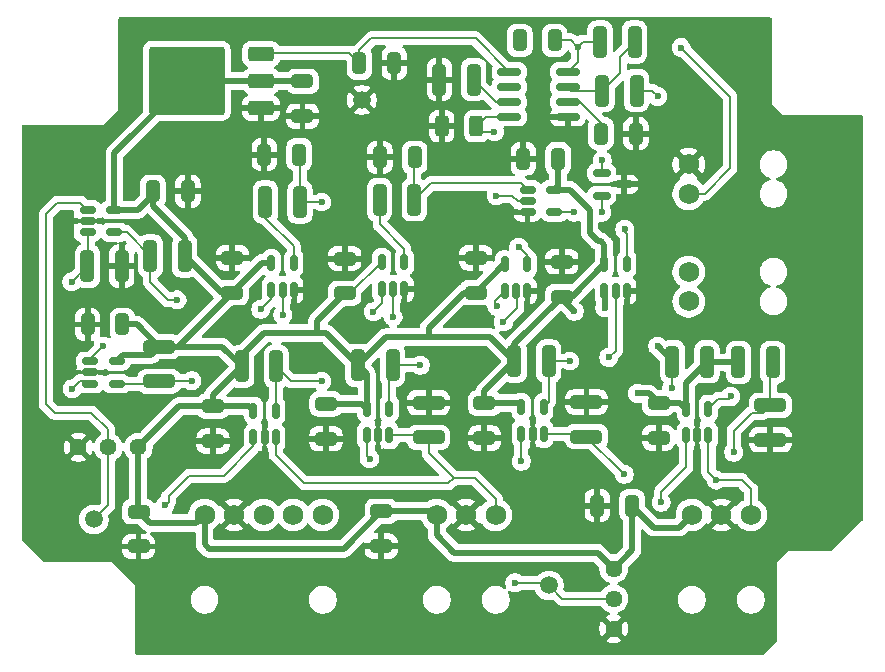
<source format=gbr>
%TF.GenerationSoftware,KiCad,Pcbnew,9.0.4*%
%TF.CreationDate,2025-11-03T23:40:34-06:00*%
%TF.ProjectId,BPSD-2025,42505344-2d32-4303-9235-2e6b69636164,rev?*%
%TF.SameCoordinates,Original*%
%TF.FileFunction,Copper,L1,Top*%
%TF.FilePolarity,Positive*%
%FSLAX46Y46*%
G04 Gerber Fmt 4.6, Leading zero omitted, Abs format (unit mm)*
G04 Created by KiCad (PCBNEW 9.0.4) date 2025-11-03 23:40:34*
%MOMM*%
%LPD*%
G01*
G04 APERTURE LIST*
G04 Aperture macros list*
%AMRoundRect*
0 Rectangle with rounded corners*
0 $1 Rounding radius*
0 $2 $3 $4 $5 $6 $7 $8 $9 X,Y pos of 4 corners*
0 Add a 4 corners polygon primitive as box body*
4,1,4,$2,$3,$4,$5,$6,$7,$8,$9,$2,$3,0*
0 Add four circle primitives for the rounded corners*
1,1,$1+$1,$2,$3*
1,1,$1+$1,$4,$5*
1,1,$1+$1,$6,$7*
1,1,$1+$1,$8,$9*
0 Add four rect primitives between the rounded corners*
20,1,$1+$1,$2,$3,$4,$5,0*
20,1,$1+$1,$4,$5,$6,$7,0*
20,1,$1+$1,$6,$7,$8,$9,0*
20,1,$1+$1,$8,$9,$2,$3,0*%
G04 Aperture macros list end*
%TA.AperFunction,SMDPad,CuDef*%
%ADD10RoundRect,0.250000X0.650000X-0.325000X0.650000X0.325000X-0.650000X0.325000X-0.650000X-0.325000X0*%
%TD*%
%TA.AperFunction,SMDPad,CuDef*%
%ADD11RoundRect,0.250000X-0.650000X0.325000X-0.650000X-0.325000X0.650000X-0.325000X0.650000X0.325000X0*%
%TD*%
%TA.AperFunction,SMDPad,CuDef*%
%ADD12RoundRect,0.250000X-0.325000X-0.650000X0.325000X-0.650000X0.325000X0.650000X-0.325000X0.650000X0*%
%TD*%
%TA.AperFunction,SMDPad,CuDef*%
%ADD13RoundRect,0.250000X-1.075000X0.312500X-1.075000X-0.312500X1.075000X-0.312500X1.075000X0.312500X0*%
%TD*%
%TA.AperFunction,SMDPad,CuDef*%
%ADD14RoundRect,0.250000X0.850000X0.350000X-0.850000X0.350000X-0.850000X-0.350000X0.850000X-0.350000X0*%
%TD*%
%TA.AperFunction,SMDPad,CuDef*%
%ADD15RoundRect,0.249997X2.950003X2.650003X-2.950003X2.650003X-2.950003X-2.650003X2.950003X-2.650003X0*%
%TD*%
%TA.AperFunction,ComponentPad*%
%ADD16C,1.752600*%
%TD*%
%TA.AperFunction,SMDPad,CuDef*%
%ADD17RoundRect,0.250000X-0.312500X-1.075000X0.312500X-1.075000X0.312500X1.075000X-0.312500X1.075000X0*%
%TD*%
%TA.AperFunction,SMDPad,CuDef*%
%ADD18C,1.500000*%
%TD*%
%TA.AperFunction,SMDPad,CuDef*%
%ADD19RoundRect,0.150000X0.150000X-0.512500X0.150000X0.512500X-0.150000X0.512500X-0.150000X-0.512500X0*%
%TD*%
%TA.AperFunction,SMDPad,CuDef*%
%ADD20RoundRect,0.250000X0.325000X0.650000X-0.325000X0.650000X-0.325000X-0.650000X0.325000X-0.650000X0*%
%TD*%
%TA.AperFunction,SMDPad,CuDef*%
%ADD21RoundRect,0.150000X-0.512500X-0.150000X0.512500X-0.150000X0.512500X0.150000X-0.512500X0.150000X0*%
%TD*%
%TA.AperFunction,SMDPad,CuDef*%
%ADD22RoundRect,0.250000X0.312500X1.075000X-0.312500X1.075000X-0.312500X-1.075000X0.312500X-1.075000X0*%
%TD*%
%TA.AperFunction,SMDPad,CuDef*%
%ADD23RoundRect,0.150000X0.825000X0.150000X-0.825000X0.150000X-0.825000X-0.150000X0.825000X-0.150000X0*%
%TD*%
%TA.AperFunction,SMDPad,CuDef*%
%ADD24RoundRect,0.250000X1.075000X-0.312500X1.075000X0.312500X-1.075000X0.312500X-1.075000X-0.312500X0*%
%TD*%
%TA.AperFunction,SMDPad,CuDef*%
%ADD25RoundRect,0.250000X0.312500X0.625000X-0.312500X0.625000X-0.312500X-0.625000X0.312500X-0.625000X0*%
%TD*%
%TA.AperFunction,SMDPad,CuDef*%
%ADD26RoundRect,0.150000X-0.587500X-0.150000X0.587500X-0.150000X0.587500X0.150000X-0.587500X0.150000X0*%
%TD*%
%TA.AperFunction,ComponentPad*%
%ADD27C,1.440000*%
%TD*%
%TA.AperFunction,ViaPad*%
%ADD28C,0.600000*%
%TD*%
%TA.AperFunction,Conductor*%
%ADD29C,0.500000*%
%TD*%
%TA.AperFunction,Conductor*%
%ADD30C,0.200000*%
%TD*%
G04 APERTURE END LIST*
D10*
%TO.P,C20,1*%
%TO.N,GND*%
X125108000Y-105107400D03*
%TO.P,C20,2*%
%TO.N,+5V*%
X125108000Y-102157400D03*
%TD*%
D11*
%TO.P,C24,1*%
%TO.N,GND*%
X145072400Y-90117800D03*
%TO.P,C24,2*%
%TO.N,+5V*%
X145072400Y-93067800D03*
%TD*%
D12*
%TO.P,C18,1*%
%TO.N,GND*%
X104918767Y-95429767D03*
%TO.P,C18,2*%
%TO.N,+5V*%
X107868767Y-95429767D03*
%TD*%
D11*
%TO.P,C25,1*%
%TO.N,GND*%
X117183200Y-89787600D03*
%TO.P,C25,2*%
%TO.N,+5V*%
X117183200Y-92737600D03*
%TD*%
D13*
%TO.P,R17,1*%
%TO.N,GND*%
X147160767Y-101993667D03*
%TO.P,R17,2*%
%TO.N,/BSE_1*%
X147160767Y-104918667D03*
%TD*%
D14*
%TO.P,U3,1,GND*%
%TO.N,GND*%
X119620000Y-77087500D03*
%TO.P,U3,2,VO*%
%TO.N,+5V*%
X119620000Y-74807500D03*
D15*
X113320000Y-74807500D03*
D14*
%TO.P,U3,3,VI*%
%TO.N,Net-(U1-OUT)*%
X119620000Y-72527500D03*
%TD*%
D16*
%TO.P,J4,1,1*%
%TO.N,unconnected-(J4-Pad1)*%
X124824800Y-111549695D03*
%TO.P,J4,2,2*%
%TO.N,unconnected-(J4-Pad2)*%
X122324800Y-111549695D03*
%TO.P,J4,3,3*%
%TO.N,/ACCUM_V*%
X119824800Y-111549695D03*
%TO.P,J4,4,4*%
%TO.N,GND*%
X117324800Y-111549695D03*
%TO.P,J4,5,5*%
%TO.N,+5V*%
X114824800Y-111549695D03*
%TD*%
D17*
%TO.P,R11,1*%
%TO.N,Net-(R11-Pad1)*%
X110234300Y-89636600D03*
%TO.P,R11,2*%
%TO.N,+5V*%
X113159300Y-89636600D03*
%TD*%
D18*
%TO.P,TP8,1,1*%
%TO.N,/THRESH_ACCUM*%
X105453967Y-111939767D03*
%TD*%
D17*
%TO.P,R1,1*%
%TO.N,+12V*%
X148307500Y-71510000D03*
%TO.P,R1,2*%
%TO.N,Net-(U1-ENUV)*%
X151232500Y-71510000D03*
%TD*%
D19*
%TO.P,U12,1,-*%
%TO.N,/0.455V*%
X128552200Y-104820700D03*
%TO.P,U12,2,V-*%
%TO.N,GND*%
X129502200Y-104820700D03*
%TO.P,U12,3,+*%
%TO.N,/BSE_2*%
X130452200Y-104820700D03*
%TO.P,U12,4*%
%TO.N,Net-(R24-Pad1)*%
X130452200Y-102545700D03*
%TO.P,U12,5,V+*%
%TO.N,+5V*%
X128552200Y-102545700D03*
%TD*%
D20*
%TO.P,C15,1*%
%TO.N,GND*%
X113412800Y-84150200D03*
%TO.P,C15,2*%
%TO.N,+5V*%
X110462800Y-84150200D03*
%TD*%
D10*
%TO.P,C19,1*%
%TO.N,GND*%
X138519200Y-105056600D03*
%TO.P,C19,2*%
%TO.N,+5V*%
X138519200Y-102106600D03*
%TD*%
D21*
%TO.P,U9,1,-*%
%TO.N,/0.455V*%
X105103867Y-98543767D03*
%TO.P,U9,2,V-*%
%TO.N,GND*%
X105103867Y-99493767D03*
%TO.P,U9,3,+*%
%TO.N,/ACCUM_V*%
X105103867Y-100443767D03*
%TO.P,U9,4*%
%TO.N,Net-(R15-Pad1)*%
X107378867Y-100443767D03*
%TO.P,U9,5,V+*%
%TO.N,+5V*%
X107378867Y-98543767D03*
%TD*%
D19*
%TO.P,U6,1,-*%
%TO.N,/THRESH_BSE*%
X118962300Y-104998500D03*
%TO.P,U6,2,V-*%
%TO.N,GND*%
X119912300Y-104998500D03*
%TO.P,U6,3,+*%
%TO.N,/BSE_2*%
X120862300Y-104998500D03*
%TO.P,U6,4*%
%TO.N,Net-(R13-Pad1)*%
X120862300Y-102723500D03*
%TO.P,U6,5,V+*%
%TO.N,+5V*%
X118962300Y-102723500D03*
%TD*%
D20*
%TO.P,C14,1*%
%TO.N,+5V*%
X151023367Y-110771367D03*
%TO.P,C14,2*%
%TO.N,GND*%
X148073367Y-110771367D03*
%TD*%
D17*
%TO.P,R18,1*%
%TO.N,/BRAKE+CURRENT_HOLD*%
X119974900Y-85064600D03*
%TO.P,R18,2*%
%TO.N,Net-(C11-Pad1)*%
X122899900Y-85064600D03*
%TD*%
%TO.P,R12,1*%
%TO.N,Net-(R12-Pad1)*%
X154437500Y-98600000D03*
%TO.P,R12,2*%
%TO.N,+5V*%
X157362500Y-98600000D03*
%TD*%
D11*
%TO.P,C26,1*%
%TO.N,+5V*%
X109233000Y-111276000D03*
%TO.P,C26,2*%
%TO.N,GND*%
X109233000Y-114226000D03*
%TD*%
D19*
%TO.P,U7,1*%
%TO.N,Net-(R21-Pad1)*%
X140236200Y-92603300D03*
%TO.P,U7,2*%
%TO.N,Net-(R24-Pad1)*%
X141186200Y-92603300D03*
%TO.P,U7,3,GND*%
%TO.N,GND*%
X142136200Y-92603300D03*
%TO.P,U7,4*%
%TO.N,Net-(U7-Pad4)*%
X142136200Y-90328300D03*
%TO.P,U7,5,VCC*%
%TO.N,+5V*%
X140236200Y-90328300D03*
%TD*%
D20*
%TO.P,C11,1*%
%TO.N,Net-(C11-Pad1)*%
X122836200Y-81051400D03*
%TO.P,C11,2*%
%TO.N,GND*%
X119886200Y-81051400D03*
%TD*%
D18*
%TO.P,TP9,1,1*%
%TO.N,/THRESH_BSE*%
X143985767Y-117527767D03*
%TD*%
D11*
%TO.P,C13,1*%
%TO.N,+5V*%
X129781600Y-111250600D03*
%TO.P,C13,2*%
%TO.N,GND*%
X129781600Y-114200600D03*
%TD*%
D19*
%TO.P,U5,1,-*%
%TO.N,/THRESH_BSE*%
X155589100Y-104820700D03*
%TO.P,U5,2,V-*%
%TO.N,GND*%
X156539100Y-104820700D03*
%TO.P,U5,3,+*%
%TO.N,/BSE_1*%
X157489100Y-104820700D03*
%TO.P,U5,4*%
%TO.N,Net-(R12-Pad1)*%
X157489100Y-102545700D03*
%TO.P,U5,5,V+*%
%TO.N,+5V*%
X155589100Y-102545700D03*
%TD*%
D11*
%TO.P,C2,1*%
%TO.N,+5V*%
X123112500Y-74852000D03*
%TO.P,C2,2*%
%TO.N,GND*%
X123112500Y-77802000D03*
%TD*%
D22*
%TO.P,R21,1*%
%TO.N,Net-(R21-Pad1)*%
X143969500Y-98527000D03*
%TO.P,R21,2*%
%TO.N,+5V*%
X141044500Y-98527000D03*
%TD*%
D16*
%TO.P,J5,1,1*%
%TO.N,BSPD_OUT*%
X155811895Y-90973400D03*
%TO.P,J5,2,2*%
%TO.N,unconnected-(J5-Pad2)*%
X155811895Y-93473400D03*
%TD*%
D23*
%TO.P,U1,1,GND*%
%TO.N,GND*%
X145575000Y-77855000D03*
%TO.P,U1,2,SS*%
%TO.N,Net-(U1-SS)*%
X145575000Y-76585000D03*
%TO.P,U1,3,ENUV*%
%TO.N,Net-(U1-ENUV)*%
X145575000Y-75315000D03*
%TO.P,U1,4,IN*%
%TO.N,+12V*%
X145575000Y-74045000D03*
%TO.P,U1,5,OUT*%
%TO.N,Net-(U1-OUT)*%
X140625000Y-74045000D03*
%TO.P,U1,6,~{FLT}*%
%TO.N,unconnected-(U1-~{FLT}-Pad6)*%
X140625000Y-75315000D03*
%TO.P,U1,7,ILM*%
%TO.N,Net-(U1-ILM)*%
X140625000Y-76585000D03*
%TO.P,U1,8,OVP*%
%TO.N,Net-(U1-OVP)*%
X140625000Y-77855000D03*
%TD*%
D22*
%TO.P,R4,1*%
%TO.N,Net-(U1-ILM)*%
X137622500Y-74700000D03*
%TO.P,R4,2*%
%TO.N,GND*%
X134697500Y-74700000D03*
%TD*%
D24*
%TO.P,R23,1*%
%TO.N,GND*%
X162725400Y-105196500D03*
%TO.P,R23,2*%
%TO.N,/0.455V*%
X162725400Y-102271500D03*
%TD*%
D19*
%TO.P,U18,1*%
%TO.N,Net-(R12-Pad1)*%
X148669000Y-92603300D03*
%TO.P,U18,2*%
%TO.N,Net-(R13-Pad1)*%
X149619000Y-92603300D03*
%TO.P,U18,3,GND*%
%TO.N,GND*%
X150569000Y-92603300D03*
%TO.P,U18,4*%
%TO.N,Net-(U11-Pad2)*%
X150569000Y-90328300D03*
%TO.P,U18,5,VCC*%
%TO.N,+5V*%
X148669000Y-90328300D03*
%TD*%
D16*
%TO.P,J1,1,1*%
%TO.N,/BSE_1*%
X161079967Y-111549695D03*
%TO.P,J1,2,2*%
%TO.N,GND*%
X158579967Y-111549695D03*
%TO.P,J1,3,3*%
%TO.N,+5V*%
X156079967Y-111549695D03*
%TD*%
D12*
%TO.P,C1,1*%
%TO.N,Net-(U1-SS)*%
X148395000Y-79280000D03*
%TO.P,C1,2*%
%TO.N,GND*%
X151345000Y-79280000D03*
%TD*%
D25*
%TO.P,R3,1*%
%TO.N,Net-(U1-OVP)*%
X137842500Y-78640000D03*
%TO.P,R3,2*%
%TO.N,GND*%
X134917500Y-78640000D03*
%TD*%
D19*
%TO.P,U10,1,-*%
%TO.N,/0.455V*%
X141644500Y-104693700D03*
%TO.P,U10,2,V-*%
%TO.N,GND*%
X142594500Y-104693700D03*
%TO.P,U10,3,+*%
%TO.N,/BSE_1*%
X143544500Y-104693700D03*
%TO.P,U10,4*%
%TO.N,Net-(R21-Pad1)*%
X143544500Y-102418700D03*
%TO.P,U10,5,V+*%
%TO.N,+5V*%
X141644500Y-102418700D03*
%TD*%
D10*
%TO.P,C16,1*%
%TO.N,GND*%
X153263600Y-105030800D03*
%TO.P,C16,2*%
%TO.N,+5V*%
X153263600Y-102080800D03*
%TD*%
D24*
%TO.P,R15,1*%
%TO.N,Net-(R15-Pad1)*%
X110965767Y-100245067D03*
%TO.P,R15,2*%
%TO.N,+5V*%
X110965767Y-97320067D03*
%TD*%
D11*
%TO.P,C23,1*%
%TO.N,GND*%
X126700000Y-89850000D03*
%TO.P,C23,2*%
%TO.N,+5V*%
X126700000Y-92800000D03*
%TD*%
D13*
%TO.P,R16,1*%
%TO.N,GND*%
X133794800Y-102068300D03*
%TO.P,R16,2*%
%TO.N,/BSE_2*%
X133794800Y-104993300D03*
%TD*%
D17*
%TO.P,R20,1*%
%TO.N,/DISCONNECT_HOLD*%
X129652300Y-84886800D03*
%TO.P,R20,2*%
%TO.N,Net-(C10-Pad1)*%
X132577300Y-84886800D03*
%TD*%
D20*
%TO.P,C10,1*%
%TO.N,Net-(C10-Pad1)*%
X132615200Y-81280000D03*
%TO.P,C10,2*%
%TO.N,GND*%
X129665200Y-81280000D03*
%TD*%
%TO.P,C5,1*%
%TO.N,+12V*%
X144465000Y-71370000D03*
%TO.P,C5,2*%
%TO.N,GNDPWR*%
X141515000Y-71370000D03*
%TD*%
D21*
%TO.P,U17,1*%
%TO.N,Net-(C10-Pad1)*%
X142169300Y-84013000D03*
%TO.P,U17,2*%
%TO.N,Net-(C11-Pad1)*%
X142169300Y-84963000D03*
%TO.P,U17,3,GND*%
%TO.N,GND*%
X142169300Y-85913000D03*
%TO.P,U17,4*%
%TO.N,Net-(Q1-G)*%
X144444300Y-85913000D03*
%TO.P,U17,5,VCC*%
%TO.N,+5V*%
X144444300Y-84013000D03*
%TD*%
D26*
%TO.P,Q1,1,D*%
%TO.N,BSPD_OUT*%
X148439900Y-82616000D03*
%TO.P,Q1,2,G*%
%TO.N,Net-(Q1-G)*%
X148439900Y-84516000D03*
%TO.P,Q1,3,S*%
%TO.N,GND*%
X150314900Y-83566000D03*
%TD*%
D19*
%TO.P,U8,1*%
%TO.N,Net-(R15-Pad1)*%
X129837500Y-92412500D03*
%TO.P,U8,2*%
%TO.N,Net-(U7-Pad4)*%
X130787500Y-92412500D03*
%TO.P,U8,3,GND*%
%TO.N,GND*%
X131737500Y-92412500D03*
%TO.P,U8,4*%
%TO.N,/DISCONNECT_HOLD*%
X131737500Y-90137500D03*
%TO.P,U8,5,VCC*%
%TO.N,+5V*%
X129837500Y-90137500D03*
%TD*%
%TO.P,U11,1*%
%TO.N,Net-(R11-Pad1)*%
X120486300Y-92476300D03*
%TO.P,U11,2*%
%TO.N,Net-(U11-Pad2)*%
X121436300Y-92476300D03*
%TO.P,U11,3,GND*%
%TO.N,GND*%
X122386300Y-92476300D03*
%TO.P,U11,4*%
%TO.N,/BRAKE+CURRENT_HOLD*%
X122386300Y-90201300D03*
%TO.P,U11,5,VCC*%
%TO.N,+5V*%
X120486300Y-90201300D03*
%TD*%
D10*
%TO.P,C17,1*%
%TO.N,GND*%
X115537767Y-105312167D03*
%TO.P,C17,2*%
%TO.N,+5V*%
X115537767Y-102362167D03*
%TD*%
D16*
%TO.P,J3,1,1*%
%TO.N,GND*%
X155811895Y-81873400D03*
%TO.P,J3,2,2*%
%TO.N,+12V*%
X155811895Y-84373400D03*
%TD*%
D27*
%TO.P,RV6,1,1*%
%TO.N,+5V*%
X109207600Y-105818367D03*
%TO.P,RV6,2,2*%
%TO.N,/THRESH_ACCUM*%
X106667600Y-105818367D03*
%TO.P,RV6,3,3*%
%TO.N,GND*%
X104127600Y-105818367D03*
%TD*%
D12*
%TO.P,C4,1*%
%TO.N,Net-(U1-OUT)*%
X127938000Y-73304400D03*
%TO.P,C4,2*%
%TO.N,GND*%
X130888000Y-73304400D03*
%TD*%
D22*
%TO.P,R22,1*%
%TO.N,/0.455V*%
X162937500Y-98650000D03*
%TO.P,R22,2*%
%TO.N,+5V*%
X160012500Y-98650000D03*
%TD*%
D21*
%TO.P,U4,1,-*%
%TO.N,/THRESH_ACCUM*%
X104920500Y-85726500D03*
%TO.P,U4,2,V-*%
%TO.N,GND*%
X104920500Y-86676500D03*
%TO.P,U4,3,+*%
%TO.N,/ACCUM_V*%
X104920500Y-87626500D03*
%TO.P,U4,4*%
%TO.N,Net-(R11-Pad1)*%
X107195500Y-87626500D03*
%TO.P,U4,5,V+*%
%TO.N,+5V*%
X107195500Y-85726500D03*
%TD*%
D27*
%TO.P,RV7,1,1*%
%TO.N,+5V*%
X149456367Y-116120906D03*
%TO.P,RV7,2,2*%
%TO.N,/THRESH_BSE*%
X149456367Y-118660906D03*
%TO.P,RV7,3,3*%
%TO.N,GND*%
X149456367Y-121200906D03*
%TD*%
D17*
%TO.P,R2,1*%
%TO.N,Net-(U1-ENUV)*%
X148477500Y-75630000D03*
%TO.P,R2,2*%
%TO.N,Net-(U1-OVP)*%
X151402500Y-75630000D03*
%TD*%
D22*
%TO.P,R24,1*%
%TO.N,Net-(R24-Pad1)*%
X130736100Y-98882600D03*
%TO.P,R24,2*%
%TO.N,+5V*%
X127811100Y-98882600D03*
%TD*%
D16*
%TO.P,J2,1,1*%
%TO.N,/BSE_2*%
X139475367Y-111549695D03*
%TO.P,J2,2,2*%
%TO.N,GND*%
X136975367Y-111549695D03*
%TO.P,J2,3,3*%
%TO.N,+5V*%
X134475367Y-111549695D03*
%TD*%
D12*
%TO.P,C21,1*%
%TO.N,GND*%
X141806400Y-81407000D03*
%TO.P,C21,2*%
%TO.N,+5V*%
X144756400Y-81407000D03*
%TD*%
D22*
%TO.P,R14,1*%
%TO.N,GND*%
X107825300Y-90486500D03*
%TO.P,R14,2*%
%TO.N,/ACCUM_V*%
X104900300Y-90486500D03*
%TD*%
%TO.P,R13,1*%
%TO.N,Net-(R13-Pad1)*%
X120906300Y-98984200D03*
%TO.P,R13,2*%
%TO.N,+5V*%
X117981300Y-98984200D03*
%TD*%
D11*
%TO.P,C22,1*%
%TO.N,GND*%
X137795000Y-89787200D03*
%TO.P,C22,2*%
%TO.N,+5V*%
X137795000Y-92737200D03*
%TD*%
D18*
%TO.P,TP10,1,1*%
%TO.N,GND*%
X128143000Y-76428600D03*
%TD*%
D28*
%TO.N,GND*%
X154279600Y-78181200D03*
X158216600Y-81483200D03*
X116763800Y-79121000D03*
X114020600Y-79197200D03*
X136169400Y-76936600D03*
X135813800Y-80746600D03*
X137083800Y-82118200D03*
X146507200Y-82753200D03*
X151409400Y-84937600D03*
X152069800Y-86918800D03*
X151587200Y-96215200D03*
X147294600Y-93573600D03*
X143408400Y-91490800D03*
X147218400Y-97713800D03*
%TO.N,+5V*%
X151485600Y-101269800D03*
X146126200Y-94310200D03*
%TO.N,GND*%
X153593800Y-91744800D03*
X114706400Y-87731600D03*
X168605200Y-112623600D03*
X127177800Y-106146600D03*
X124307600Y-82905600D03*
X137896600Y-115824000D03*
X151307800Y-119811800D03*
X134162800Y-120853200D03*
X138480800Y-113563400D03*
X163753800Y-113360200D03*
X157480000Y-71069200D03*
X115750000Y-95750000D03*
X152501600Y-99542600D03*
X125196600Y-74472800D03*
X114313000Y-121031400D03*
X133629400Y-107823000D03*
X165989000Y-81711800D03*
X100228400Y-94976244D03*
X128143000Y-119456200D03*
X125755400Y-98704400D03*
X158470600Y-115874800D03*
X132525000Y-113975000D03*
X100330000Y-112979200D03*
X132892800Y-73558400D03*
X123748800Y-113309400D03*
X108000000Y-104000000D03*
X155879800Y-114020600D03*
X164541200Y-98882200D03*
X128803400Y-115798600D03*
X139776200Y-71501000D03*
X147828000Y-122529600D03*
X142392400Y-113360200D03*
X133299200Y-122859800D03*
X161239200Y-77038200D03*
X100888800Y-79984600D03*
X100253800Y-82880200D03*
X126111000Y-113207800D03*
X122847400Y-101625800D03*
X158051800Y-90094200D03*
X110083600Y-118414800D03*
X166065200Y-84531200D03*
X140106400Y-81229200D03*
X157226000Y-109728000D03*
X129895600Y-70053200D03*
X136804400Y-86334600D03*
X143535400Y-96240600D03*
X107289600Y-112115600D03*
X154889200Y-76606400D03*
X131241800Y-115747800D03*
X100152200Y-87466311D03*
X127736600Y-81407000D03*
X143357600Y-107975400D03*
X108686600Y-81584800D03*
X101600000Y-111607600D03*
X162052000Y-122732800D03*
X140411200Y-115773200D03*
X158826200Y-85064600D03*
X125730000Y-86791800D03*
X153974800Y-83185000D03*
X153124200Y-120929800D03*
X155803600Y-115874800D03*
X142367000Y-121462800D03*
X133248400Y-91186000D03*
X159156400Y-103149400D03*
X109753400Y-93751400D03*
X161086800Y-81305400D03*
X116560600Y-82016600D03*
X122148600Y-120751600D03*
X132791200Y-75412600D03*
X148996400Y-108686600D03*
X107899200Y-78308200D03*
X131191000Y-79197200D03*
X140055600Y-121031000D03*
X113741200Y-92176600D03*
X108864400Y-75361800D03*
X127711200Y-86283800D03*
X156133800Y-75311000D03*
X115341400Y-99974400D03*
X131292600Y-77089000D03*
X167513000Y-88087200D03*
X102971600Y-113055400D03*
X135255000Y-70027800D03*
X100228400Y-92472933D03*
X103555800Y-80162400D03*
X159613600Y-109753400D03*
X140271800Y-103607000D03*
X158978600Y-107442000D03*
X153035000Y-70408800D03*
X146634200Y-80772000D03*
X119100600Y-122377200D03*
X100228400Y-97479556D03*
X145973800Y-120370600D03*
X143586200Y-112141000D03*
X149275800Y-112649000D03*
X124333000Y-120853200D03*
X169189400Y-81757520D03*
X161315400Y-72059800D03*
X112572800Y-80060800D03*
X131292600Y-122428000D03*
X158521400Y-122682000D03*
X156514800Y-87045800D03*
X101904800Y-81991200D03*
X165316200Y-91008600D03*
X164236400Y-100634800D03*
X103098600Y-110617000D03*
X137033000Y-120954800D03*
X121386600Y-82854800D03*
X145821400Y-122885200D03*
X121589800Y-70662800D03*
X165011400Y-93294600D03*
X136448800Y-72186800D03*
X132537200Y-69977000D03*
X153136600Y-119303800D03*
X111000000Y-94800000D03*
X125222000Y-78105000D03*
X161275000Y-100725000D03*
X147167600Y-112598200D03*
X169189400Y-93319600D03*
X158572200Y-118668800D03*
X110058200Y-120396000D03*
X124485400Y-70637400D03*
X119710200Y-118364000D03*
X129717800Y-107746800D03*
X144729200Y-109296200D03*
X105181400Y-81915000D03*
X154965400Y-109753400D03*
X104317800Y-114706400D03*
X151282400Y-122758200D03*
X121183400Y-113284000D03*
X153390600Y-93624400D03*
X106680000Y-114274600D03*
X103073200Y-86487000D03*
X160782000Y-84505800D03*
X143300779Y-88823800D03*
X127889000Y-83439000D03*
X122351800Y-118389400D03*
X137007600Y-118541800D03*
X110210600Y-116357400D03*
X120116600Y-120802400D03*
X127000000Y-80086200D03*
X141859000Y-109296200D03*
X103149400Y-83591400D03*
X100406200Y-109982000D03*
X162433000Y-109728000D03*
X136258600Y-103962600D03*
X108635800Y-83718400D03*
X123101400Y-105791400D03*
X118338600Y-82753200D03*
X117957600Y-120802400D03*
X103073200Y-104190800D03*
X137427000Y-94666200D03*
X119443800Y-101067000D03*
X129819400Y-120827800D03*
X169189400Y-87538560D03*
X157251400Y-79070200D03*
X160121600Y-116890800D03*
X108864400Y-72720200D03*
X112547400Y-107213400D03*
X160045400Y-70485000D03*
X169189400Y-78867000D03*
X144703800Y-121691400D03*
X118643400Y-70612000D03*
X127101600Y-70662800D03*
X145669000Y-113284000D03*
X152069800Y-107543600D03*
X114630200Y-122809000D03*
X115011200Y-89382600D03*
X152667000Y-89027400D03*
X115316000Y-84302600D03*
X160477200Y-87833200D03*
X161467800Y-114020600D03*
X124155200Y-122783600D03*
X117094000Y-118414800D03*
X114096800Y-115443000D03*
X150368000Y-85928200D03*
X136258600Y-105385000D03*
X100152200Y-99982867D03*
X133025000Y-89225000D03*
X134493000Y-86283800D03*
X158521400Y-121081800D03*
X111722200Y-120421800D03*
X169189400Y-90429080D03*
X134061200Y-115062000D03*
X153060400Y-73025000D03*
X161239200Y-74549000D03*
X153949400Y-84937600D03*
X103035400Y-107620200D03*
X131495800Y-119456200D03*
X125069600Y-115722400D03*
X129590800Y-118287800D03*
X126555800Y-94666200D03*
X103949800Y-93345400D03*
X118592600Y-79044800D03*
X110159800Y-122301000D03*
X149656800Y-105079800D03*
X112039400Y-95732600D03*
X118084600Y-81051400D03*
X113195400Y-94767800D03*
X143878600Y-120320200D03*
X119227600Y-88696800D03*
X115443000Y-80213200D03*
X109423200Y-103911400D03*
X103124000Y-90525600D03*
X168605200Y-110718600D03*
X115011200Y-70662800D03*
X137464800Y-69977000D03*
X121221800Y-109093400D03*
X147269200Y-108686600D03*
X127063800Y-103632400D03*
X116687600Y-85318600D03*
X164109400Y-96316800D03*
X165201600Y-105384600D03*
X158712200Y-95834600D03*
X100228400Y-89969622D03*
X127533400Y-115290600D03*
X116306600Y-115646200D03*
X151104600Y-105156000D03*
X126568200Y-75006200D03*
X169189400Y-84648040D03*
X128041400Y-122351800D03*
X161391600Y-115874800D03*
X163753800Y-108254800D03*
X122224800Y-115747800D03*
X146227800Y-107797600D03*
X135483600Y-115798600D03*
X149619000Y-101168600D03*
X153746200Y-81102200D03*
X107924600Y-107365800D03*
X100152200Y-107492800D03*
X116052600Y-120827800D03*
X157454600Y-77038200D03*
X123774200Y-93268800D03*
X143510000Y-110617000D03*
X100152200Y-84963000D03*
X108521800Y-92888200D03*
X119100600Y-115671600D03*
X160000000Y-94250000D03*
X149428200Y-103276400D03*
X142500000Y-101000000D03*
X158546800Y-114020600D03*
X121259600Y-79044800D03*
X161442400Y-121081800D03*
X144996200Y-103200600D03*
X143433800Y-122859800D03*
X100152200Y-102486178D03*
X117652800Y-94919800D03*
X131673600Y-110058200D03*
X139750800Y-86182200D03*
X114300000Y-81965800D03*
X117411800Y-104216600D03*
X157149800Y-116941600D03*
X140639800Y-122885200D03*
X110286800Y-80086200D03*
X126263400Y-81508600D03*
X113297000Y-113767000D03*
X127254000Y-110769400D03*
X120954800Y-122351800D03*
X132816600Y-72212200D03*
X118465600Y-113233200D03*
X161975800Y-108331000D03*
X103225600Y-99491800D03*
X109321600Y-86893400D03*
X110909400Y-107315400D03*
X142163800Y-116001800D03*
X105994200Y-80111600D03*
X147726400Y-120015000D03*
X146405600Y-70129400D03*
X109042200Y-70637400D03*
X136982200Y-122631200D03*
X164109400Y-78790800D03*
X111214200Y-101879800D03*
X154051000Y-107416600D03*
X100152200Y-104989489D03*
X103225600Y-96189800D03*
X137250000Y-99000000D03*
X101574600Y-114681000D03*
X154838400Y-122809000D03*
X159156400Y-72847200D03*
X164541200Y-88112600D03*
X153212800Y-117576600D03*
X124282200Y-89331800D03*
X139852400Y-108229400D03*
X126263400Y-83362800D03*
X103225600Y-94792800D03*
X136931400Y-109651800D03*
X136309400Y-102000000D03*
X155854400Y-121081800D03*
X168605200Y-108889800D03*
X104775000Y-101752400D03*
X168605200Y-107035600D03*
%TO.N,+12V*%
X146431000Y-71907400D03*
X155168600Y-71983600D03*
%TO.N,Net-(C11-Pad1)*%
X124739400Y-85064600D03*
X139522200Y-84531200D03*
%TO.N,/BSE_1*%
X158134536Y-108604264D03*
X150356250Y-108114150D03*
%TO.N,Net-(Q1-G)*%
X148437600Y-85928200D03*
X146126200Y-85928200D03*
%TO.N,BSPD_OUT*%
X148488400Y-81534000D03*
%TO.N,Net-(R11-Pad1)*%
X112496600Y-93350000D03*
X119575000Y-94150000D03*
%TO.N,Net-(R12-Pad1)*%
X153187400Y-97256600D03*
X148700000Y-94030800D03*
X159375000Y-101525000D03*
X154375000Y-100800000D03*
%TO.N,Net-(R13-Pad1)*%
X149047200Y-98221800D03*
X124750000Y-100225000D03*
%TO.N,/ACCUM_V*%
X103573500Y-91813300D03*
X103625000Y-100875000D03*
%TO.N,Net-(R15-Pad1)*%
X113750000Y-100200000D03*
X129125000Y-94350000D03*
%TO.N,Net-(R21-Pad1)*%
X145758200Y-98527000D03*
X139573000Y-93900000D03*
%TO.N,/0.455V*%
X141643400Y-107010600D03*
X128791000Y-106807400D03*
X106250000Y-97250000D03*
X159626600Y-106248600D03*
%TO.N,Net-(R24-Pad1)*%
X133096000Y-98882200D03*
X140131800Y-95225000D03*
%TO.N,/THRESH_BSE*%
X153479800Y-110490000D03*
X111468200Y-110750000D03*
X141097000Y-117297200D03*
%TO.N,Net-(U7-Pad4)*%
X141427200Y-88874600D03*
X130784600Y-94792800D03*
%TO.N,Net-(U11-Pad2)*%
X150393400Y-87376000D03*
X121447983Y-94609073D03*
%TO.N,Net-(U1-OVP)*%
X153187400Y-76123800D03*
X139369800Y-79095600D03*
%TD*%
D29*
%TO.N,Net-(R12-Pad1)*%
X148700000Y-94030800D02*
X148700000Y-92634300D01*
%TO.N,+5V*%
X107195500Y-85726500D02*
X109170200Y-85726500D01*
X109170200Y-85726500D02*
X110462800Y-84433900D01*
X110462800Y-85393000D02*
X113159300Y-88089500D01*
X134176272Y-111250600D02*
X134475367Y-111549695D01*
X129781600Y-111250600D02*
X134176272Y-111250600D01*
X133807200Y-95697000D02*
X133807200Y-96500000D01*
X134475367Y-113266367D02*
X135966200Y-114757200D01*
X110207000Y-112250000D02*
X109233000Y-111276000D01*
X112600733Y-97320067D02*
X117183200Y-92737600D01*
X128552200Y-99623700D02*
X127811100Y-98882600D01*
X110965767Y-97320067D02*
X109075467Y-95429767D01*
X125106000Y-96177500D02*
X127811100Y-98882600D01*
X148132800Y-88366600D02*
X147421600Y-87655400D01*
X109207600Y-105818367D02*
X109207600Y-111250600D01*
X115537767Y-102362167D02*
X118600967Y-102362167D01*
X138519200Y-101052300D02*
X138519200Y-102106600D01*
X109075467Y-95429767D02*
X107868767Y-95429767D01*
X119719500Y-90201300D02*
X117183200Y-92737600D01*
X155575000Y-102531600D02*
X155575000Y-100387500D01*
X145072400Y-93067800D02*
X141044500Y-97095700D01*
X141044500Y-97095700D02*
X141044500Y-98527000D01*
X135966200Y-114757200D02*
X148092661Y-114757200D01*
X107195500Y-85726500D02*
X107195500Y-80932000D01*
X148361400Y-88366600D02*
X148132800Y-88366600D01*
X113320000Y-74807500D02*
X119620000Y-74807500D01*
X128552200Y-102545700D02*
X128552200Y-99623700D01*
X112663800Y-102362167D02*
X115537767Y-102362167D01*
X130193700Y-96500000D02*
X133807200Y-96500000D01*
X145072400Y-93067800D02*
X145929500Y-93067800D01*
X107922634Y-98000000D02*
X110285834Y-98000000D01*
X118600967Y-102362167D02*
X118962300Y-102723500D01*
X124358400Y-95141600D02*
X124358400Y-96177500D01*
X160012500Y-98650000D02*
X157412500Y-98650000D01*
X144756400Y-81407000D02*
X144756400Y-83700900D01*
X141332400Y-102106600D02*
X141644500Y-102418700D01*
X152875600Y-112623600D02*
X155006062Y-112623600D01*
X126605200Y-114427000D02*
X129781600Y-111250600D01*
X137795000Y-92737200D02*
X136767000Y-92737200D01*
X124358400Y-96177500D02*
X125106000Y-96177500D01*
X128163900Y-102157400D02*
X128552200Y-102545700D01*
X133807200Y-96500000D02*
X139017500Y-96500000D01*
X115227000Y-114427000D02*
X126605200Y-114427000D01*
X119719500Y-90201300D02*
X120486300Y-90201300D01*
X113159300Y-89636600D02*
X116260300Y-92737600D01*
X127811100Y-98882600D02*
X130193700Y-96500000D01*
X148669000Y-90328300D02*
X148669000Y-88674200D01*
X136767000Y-92737200D02*
X133807200Y-95697000D01*
X155575000Y-100387500D02*
X157362500Y-98600000D01*
D30*
X155099200Y-102055800D02*
X155074200Y-102080800D01*
D29*
X145072400Y-93256400D02*
X146126200Y-94310200D01*
X113159300Y-88089500D02*
X113159300Y-89636600D01*
X119620000Y-74807500D02*
X123112500Y-74807500D01*
X107378867Y-98543767D02*
X107922634Y-98000000D01*
X147421600Y-85699600D02*
X145735000Y-84013000D01*
X126700000Y-92800000D02*
X124358400Y-95141600D01*
X155006062Y-112623600D02*
X156079967Y-111549695D01*
X151485600Y-101269800D02*
X152452600Y-101269800D01*
X138519200Y-102106600D02*
X141332400Y-102106600D01*
X110285834Y-98000000D02*
X110965767Y-97320067D01*
X147421600Y-87655400D02*
X147421600Y-85699600D01*
X116317167Y-97320067D02*
X110965767Y-97320067D01*
X114824800Y-111549695D02*
X114824800Y-114024800D01*
X155074200Y-102080800D02*
X153263600Y-102080800D01*
X144756400Y-83700900D02*
X144444300Y-84013000D01*
X155099200Y-102055800D02*
X155589100Y-102545700D01*
D30*
X127175000Y-92800000D02*
X129837500Y-90137500D01*
D29*
X151023367Y-110771367D02*
X151023367Y-114553906D01*
X116317167Y-97320067D02*
X117981300Y-98984200D01*
X145929500Y-93067800D02*
X148669000Y-90328300D01*
X151023367Y-110771367D02*
X152875600Y-112623600D01*
X119837500Y-96177500D02*
X124358400Y-96177500D01*
X137795000Y-92737200D02*
X140203900Y-90328300D01*
X145735000Y-84013000D02*
X144444300Y-84013000D01*
X110462800Y-84150200D02*
X110462800Y-85393000D01*
X119837500Y-96177500D02*
X117981300Y-98033700D01*
X109207600Y-105818367D02*
X112663800Y-102362167D01*
X152452600Y-101269800D02*
X153263600Y-102080800D01*
X148092661Y-114757200D02*
X149456367Y-116120906D01*
X110965767Y-97320067D02*
X112600733Y-97320067D01*
X134475367Y-111549695D02*
X134475367Y-113266367D01*
X114824800Y-111549695D02*
X114124495Y-112250000D01*
X125108000Y-102157400D02*
X128163900Y-102157400D01*
X114824800Y-114024800D02*
X115227000Y-114427000D01*
X116260300Y-92737600D02*
X117183200Y-92737600D01*
X139017500Y-96500000D02*
X141044500Y-98527000D01*
X114124495Y-112250000D02*
X110207000Y-112250000D01*
X141044500Y-98527000D02*
X138519200Y-101052300D01*
X115537767Y-101427733D02*
X117981300Y-98984200D01*
X115537767Y-102362167D02*
X115537767Y-101427733D01*
X151023367Y-114553906D02*
X149456367Y-116120906D01*
X107195500Y-80932000D02*
X113320000Y-74807500D01*
X148669000Y-88674200D02*
X148361400Y-88366600D01*
D30*
%TO.N,+12V*%
X146431000Y-71907400D02*
X146828400Y-71510000D01*
X145842800Y-71370000D02*
X144465000Y-71370000D01*
X146828400Y-71510000D02*
X148307500Y-71510000D01*
X146431000Y-71907400D02*
X146380200Y-71907400D01*
X155811895Y-84373400D02*
X157155200Y-84373400D01*
X146431000Y-73189000D02*
X145575000Y-74045000D01*
X146431000Y-71907400D02*
X146431000Y-73189000D01*
X159334200Y-76149200D02*
X155168600Y-71983600D01*
X159334200Y-82194400D02*
X159334200Y-76149200D01*
X146380200Y-71907400D02*
X145842800Y-71370000D01*
X157155200Y-84373400D02*
X159334200Y-82194400D01*
%TO.N,Net-(C10-Pad1)*%
X141646100Y-83489800D02*
X142169300Y-84013000D01*
X133974300Y-83489800D02*
X141646100Y-83489800D01*
X132577300Y-84886800D02*
X132577300Y-81317900D01*
X132577300Y-84886800D02*
X133974300Y-83489800D01*
%TO.N,Net-(C11-Pad1)*%
X139522200Y-84531200D02*
X140893800Y-84531200D01*
X122899900Y-85064600D02*
X122899900Y-81115100D01*
X141325600Y-84963000D02*
X142169300Y-84963000D01*
X140893800Y-84531200D02*
X141325600Y-84963000D01*
X124739400Y-85064600D02*
X122899900Y-85064600D01*
%TO.N,/BSE_1*%
X161079967Y-111549695D02*
X161079967Y-109379910D01*
X161079967Y-109379910D02*
X160304321Y-108604264D01*
X143544500Y-104693700D02*
X146935800Y-104693700D01*
X150356250Y-108114150D02*
X147160767Y-104918667D01*
X157489100Y-107958828D02*
X158134536Y-108604264D01*
X160304321Y-108604264D02*
X158134536Y-108604264D01*
X157489100Y-107958828D02*
X157489100Y-104820700D01*
%TO.N,/BSE_2*%
X137731800Y-108433000D02*
X135903000Y-108433000D01*
X135903000Y-108433000D02*
X133794800Y-106324800D01*
X139475367Y-110176567D02*
X137731800Y-108433000D01*
X135471600Y-108864400D02*
X135903000Y-108433000D01*
X120862300Y-104998500D02*
X120862300Y-106447900D01*
X123278800Y-108864400D02*
X135471600Y-108864400D01*
X133409100Y-104820700D02*
X130452200Y-104820700D01*
X139475367Y-111549695D02*
X139475367Y-110176567D01*
X133794800Y-106324800D02*
X133794800Y-104993300D01*
X120862300Y-106447900D02*
X123278800Y-108864400D01*
%TO.N,Net-(Q1-G)*%
X144444300Y-85913000D02*
X146111000Y-85913000D01*
X148437600Y-85928200D02*
X148513800Y-85852000D01*
X148513800Y-85852000D02*
X148513800Y-84589900D01*
X146111000Y-85913000D02*
X146126200Y-85928200D01*
%TO.N,BSPD_OUT*%
X148488400Y-81534000D02*
X148488400Y-82567500D01*
%TO.N,Net-(R11-Pad1)*%
X111714200Y-93350000D02*
X110234300Y-91870100D01*
X107195500Y-87626500D02*
X108224200Y-87626500D01*
X120486300Y-92476300D02*
X120486300Y-93238700D01*
X120486300Y-93238700D02*
X119575000Y-94150000D01*
X110234300Y-91870100D02*
X110234300Y-89636600D01*
X112496600Y-93350000D02*
X111714200Y-93350000D01*
X108224200Y-87626500D02*
X110234300Y-89636600D01*
%TO.N,Net-(R12-Pad1)*%
X154437500Y-100737500D02*
X154437500Y-98600000D01*
X154375000Y-100800000D02*
X154437500Y-100737500D01*
X159375000Y-101525000D02*
X159190200Y-101709800D01*
X159190200Y-101709800D02*
X158325000Y-101709800D01*
X158325000Y-101709800D02*
X157489100Y-102545700D01*
D29*
X153187400Y-97256600D02*
X154437500Y-98506700D01*
D30*
%TO.N,Net-(R13-Pad1)*%
X122147100Y-100225000D02*
X124750000Y-100225000D01*
X149047200Y-98221800D02*
X149619000Y-97650000D01*
X120906300Y-98984200D02*
X122147100Y-100225000D01*
X149619000Y-97650000D02*
X149619000Y-92603300D01*
X120862300Y-102723500D02*
X120862300Y-99028200D01*
%TO.N,/ACCUM_V*%
X104250000Y-100250000D02*
X104910100Y-100250000D01*
X104920500Y-87626500D02*
X104920500Y-90466300D01*
X104900300Y-90486500D02*
X103573500Y-91813300D01*
X103625000Y-100875000D02*
X104250000Y-100250000D01*
%TO.N,Net-(R15-Pad1)*%
X129837500Y-93637500D02*
X129125000Y-94350000D01*
X113704933Y-100245067D02*
X110965767Y-100245067D01*
X113750000Y-100200000D02*
X113704933Y-100245067D01*
X129837500Y-92412500D02*
X129837500Y-93637500D01*
X107378867Y-100443767D02*
X110767067Y-100443767D01*
%TO.N,/BRAKE+CURRENT_HOLD*%
X119974900Y-86396100D02*
X122386300Y-88807500D01*
X119974900Y-85064600D02*
X119974900Y-86396100D01*
X122386300Y-88807500D02*
X122386300Y-90201300D01*
%TO.N,/DISCONNECT_HOLD*%
X131737500Y-89040100D02*
X129652300Y-86954900D01*
X131737500Y-90137500D02*
X131737500Y-89040100D01*
X129652300Y-86954900D02*
X129652300Y-84886800D01*
%TO.N,Net-(R21-Pad1)*%
X139375000Y-93464500D02*
X140236200Y-92603300D01*
X145758200Y-98527000D02*
X143969500Y-98527000D01*
X139573000Y-93900000D02*
X139525000Y-93900000D01*
X143969500Y-98527000D02*
X143969500Y-101993700D01*
X139525000Y-93900000D02*
X139375000Y-93750000D01*
X139375000Y-93750000D02*
X139375000Y-93464500D01*
X143969500Y-101993700D02*
X143544500Y-102418700D01*
%TO.N,/0.455V*%
X128552200Y-106568600D02*
X128791000Y-106807400D01*
X141644500Y-107009500D02*
X141644500Y-104693700D01*
X159626600Y-104419800D02*
X161150600Y-102895800D01*
X162101100Y-102895800D02*
X162725400Y-102271500D01*
X106250000Y-97250000D02*
X105103867Y-98396133D01*
X159626600Y-106248600D02*
X159626600Y-104419800D01*
X141643400Y-107010600D02*
X141644500Y-107009500D01*
X162725400Y-102271500D02*
X162725400Y-98862100D01*
X128552200Y-104820700D02*
X128552200Y-106568600D01*
X161150600Y-102895800D02*
X162101100Y-102895800D01*
%TO.N,Net-(R24-Pad1)*%
X133096000Y-98882200D02*
X131699000Y-98882200D01*
X141300000Y-94056400D02*
X141300000Y-92717100D01*
X140354600Y-95002200D02*
X140354600Y-95001800D01*
X140354600Y-95001800D02*
X141300000Y-94056400D01*
X131698600Y-98882600D02*
X130736100Y-98882600D01*
X130452200Y-102545700D02*
X130452200Y-99166500D01*
X140131800Y-95225000D02*
X140354600Y-95002200D01*
X131699000Y-98882200D02*
X131698600Y-98882600D01*
%TO.N,/THRESH_ACCUM*%
X106667600Y-110726134D02*
X106667600Y-105818367D01*
X106667600Y-105818367D02*
X106667600Y-104317600D01*
X105250000Y-102900000D02*
X102138000Y-102900000D01*
X102138000Y-102900000D02*
X101371400Y-102133400D01*
X105453967Y-111939767D02*
X106667600Y-110726134D01*
X101371400Y-102133400D02*
X101371400Y-86106000D01*
X101371400Y-86106000D02*
X102362000Y-85115400D01*
X104309400Y-85115400D02*
X104920500Y-85726500D01*
X102362000Y-85115400D02*
X104309400Y-85115400D01*
X106667600Y-104317600D02*
X105250000Y-102900000D01*
%TO.N,/THRESH_BSE*%
X145118906Y-118660906D02*
X149456367Y-118660906D01*
X116446600Y-108229800D02*
X118962300Y-105714100D01*
X111773000Y-109957000D02*
X113500200Y-108229800D01*
X153479800Y-109601400D02*
X155589100Y-107492100D01*
X118962300Y-105714100D02*
X118962300Y-104998500D01*
X141097000Y-117297200D02*
X143755200Y-117297200D01*
X153479800Y-110490000D02*
X153479800Y-109601400D01*
X143755200Y-117297200D02*
X143985767Y-117527767D01*
X143985767Y-117527767D02*
X145118906Y-118660906D01*
X111468200Y-110750000D02*
X111773000Y-110445200D01*
X113500200Y-108229800D02*
X116446600Y-108229800D01*
X155589100Y-107492100D02*
X155589100Y-104820700D01*
X111773000Y-110445200D02*
X111773000Y-109957000D01*
%TO.N,Net-(U7-Pad4)*%
X141427200Y-88874600D02*
X142136200Y-89583600D01*
X130787500Y-93652700D02*
X130787500Y-92412500D01*
X130784600Y-94792800D02*
X130784600Y-93655600D01*
X130784600Y-93655600D02*
X130787500Y-93652700D01*
X142136200Y-89583600D02*
X142136200Y-90328300D01*
%TO.N,Net-(U11-Pad2)*%
X121447983Y-94609073D02*
X121436300Y-94597390D01*
X121436300Y-94597390D02*
X121436300Y-92476300D01*
X150393400Y-87604600D02*
X150569000Y-87780200D01*
X150393400Y-87376000D02*
X150393400Y-87604600D01*
X150569000Y-87780200D02*
X150569000Y-90328300D01*
%TO.N,Net-(U1-OUT)*%
X127938000Y-73304400D02*
X127074400Y-72440800D01*
X127938000Y-73304400D02*
X127938000Y-72214000D01*
X128955800Y-71196200D02*
X137776200Y-71196200D01*
X127938000Y-72214000D02*
X128955800Y-71196200D01*
X127074400Y-72440800D02*
X119706700Y-72440800D01*
X137776200Y-71196200D02*
X140625000Y-74045000D01*
%TO.N,Net-(U1-SS)*%
X148395000Y-79280000D02*
X148395000Y-78380000D01*
X146600000Y-76585000D02*
X145575000Y-76585000D01*
X148395000Y-78380000D02*
X146600000Y-76585000D01*
%TO.N,Net-(U1-ENUV)*%
X145890000Y-75630000D02*
X145575000Y-75315000D01*
X149961600Y-72780900D02*
X151232500Y-71510000D01*
X149961600Y-74145900D02*
X149961600Y-72780900D01*
X148477500Y-75630000D02*
X145890000Y-75630000D01*
X148477500Y-75630000D02*
X149961600Y-74145900D01*
%TO.N,Net-(U1-OVP)*%
X139369800Y-79095600D02*
X138298100Y-79095600D01*
X152693600Y-75630000D02*
X151402500Y-75630000D01*
X138627500Y-77855000D02*
X140625000Y-77855000D01*
X153187400Y-76123800D02*
X152693600Y-75630000D01*
X137842500Y-78640000D02*
X138627500Y-77855000D01*
%TO.N,Net-(U1-ILM)*%
X137622500Y-74700000D02*
X139507500Y-76585000D01*
X139507500Y-76585000D02*
X140625000Y-76585000D01*
%TD*%
%TA.AperFunction,Conductor*%
%TO.N,GND*%
G36*
X120467513Y-96947685D02*
G01*
X120513268Y-97000489D01*
X120523212Y-97069647D01*
X120494187Y-97133203D01*
X120439478Y-97169706D01*
X120274468Y-97224385D01*
X120274463Y-97224387D01*
X120125142Y-97316489D01*
X120001089Y-97440542D01*
X119908987Y-97589863D01*
X119908985Y-97589868D01*
X119887770Y-97653892D01*
X119853801Y-97756403D01*
X119853801Y-97756404D01*
X119853800Y-97756404D01*
X119843300Y-97859183D01*
X119843300Y-100109201D01*
X119843301Y-100109218D01*
X119853800Y-100211996D01*
X119853801Y-100211999D01*
X119908985Y-100378531D01*
X119908987Y-100378536D01*
X119931477Y-100414998D01*
X120001088Y-100527856D01*
X120125144Y-100651912D01*
X120202898Y-100699870D01*
X120249621Y-100751815D01*
X120261800Y-100805407D01*
X120261800Y-101690191D01*
X120242115Y-101757230D01*
X120225481Y-101777872D01*
X120194223Y-101809129D01*
X120194217Y-101809137D01*
X120110555Y-101950603D01*
X120110554Y-101950606D01*
X120064702Y-102108426D01*
X120064701Y-102108432D01*
X120061800Y-102145298D01*
X120061800Y-103301701D01*
X120064701Y-103338567D01*
X120064702Y-103338573D01*
X120110554Y-103496393D01*
X120110555Y-103496396D01*
X120110556Y-103496398D01*
X120116751Y-103506873D01*
X120194217Y-103637862D01*
X120199002Y-103644031D01*
X120197318Y-103645336D01*
X120225546Y-103697031D01*
X120220562Y-103766723D01*
X120188534Y-103814461D01*
X120162300Y-103838702D01*
X120162300Y-104104184D01*
X120145033Y-104167304D01*
X120110554Y-104225605D01*
X120110554Y-104225606D01*
X120064702Y-104383426D01*
X120064701Y-104383432D01*
X120061800Y-104420298D01*
X120061800Y-105576701D01*
X120064701Y-105613567D01*
X120064702Y-105613573D01*
X120110554Y-105771393D01*
X120110555Y-105771396D01*
X120110556Y-105771398D01*
X120145032Y-105829694D01*
X120162300Y-105892814D01*
X120162300Y-106158295D01*
X120176136Y-106171085D01*
X120196447Y-106175352D01*
X120206350Y-106185114D01*
X120219003Y-106190893D01*
X120230742Y-106209160D01*
X120246204Y-106224402D01*
X120250030Y-106239173D01*
X120256777Y-106249671D01*
X120261800Y-106284606D01*
X120261800Y-106361230D01*
X120261799Y-106361248D01*
X120261799Y-106526954D01*
X120261798Y-106526954D01*
X120302723Y-106679686D01*
X120315878Y-106702469D01*
X120315879Y-106702474D01*
X120315880Y-106702474D01*
X120381775Y-106816609D01*
X120381781Y-106816617D01*
X120500649Y-106935485D01*
X120500655Y-106935490D01*
X122793939Y-109228774D01*
X122793949Y-109228785D01*
X122798279Y-109233115D01*
X122798280Y-109233116D01*
X122910084Y-109344920D01*
X122996895Y-109395039D01*
X122996897Y-109395041D01*
X123013738Y-109404764D01*
X123047015Y-109423977D01*
X123199743Y-109464900D01*
X123357857Y-109464900D01*
X135384931Y-109464900D01*
X135384947Y-109464901D01*
X135392543Y-109464901D01*
X135550654Y-109464901D01*
X135550657Y-109464901D01*
X135703385Y-109423977D01*
X135753504Y-109395039D01*
X135840316Y-109344920D01*
X135952120Y-109233116D01*
X135952121Y-109233114D01*
X136115418Y-109069817D01*
X136176741Y-109036334D01*
X136203098Y-109033500D01*
X137431703Y-109033500D01*
X137498742Y-109053185D01*
X137519384Y-109069819D01*
X138690460Y-110240895D01*
X138723945Y-110302218D01*
X138718961Y-110371910D01*
X138677089Y-110427843D01*
X138675665Y-110428894D01*
X138578440Y-110499532D01*
X138425204Y-110652768D01*
X138325376Y-110790169D01*
X138270045Y-110832834D01*
X138200432Y-110838813D01*
X138138637Y-110806207D01*
X138124740Y-110790168D01*
X138109468Y-110769148D01*
X138109466Y-110769147D01*
X137555207Y-111323406D01*
X137526842Y-111254925D01*
X137458739Y-111153002D01*
X137372060Y-111066323D01*
X137270137Y-110998220D01*
X137201654Y-110969853D01*
X137755912Y-110415594D01*
X137755912Y-110415593D01*
X137696709Y-110372580D01*
X137503687Y-110274229D01*
X137297651Y-110207283D01*
X137083689Y-110173395D01*
X136867045Y-110173395D01*
X136653082Y-110207283D01*
X136447046Y-110274229D01*
X136254026Y-110372579D01*
X136194820Y-110415593D01*
X136194820Y-110415594D01*
X136749079Y-110969853D01*
X136680597Y-110998220D01*
X136578674Y-111066323D01*
X136491995Y-111153002D01*
X136423892Y-111254925D01*
X136395525Y-111323407D01*
X135841266Y-110769148D01*
X135841264Y-110769148D01*
X135825993Y-110790168D01*
X135770664Y-110832834D01*
X135701050Y-110838813D01*
X135639255Y-110806208D01*
X135625357Y-110790169D01*
X135612740Y-110772803D01*
X135525531Y-110652770D01*
X135372292Y-110499531D01*
X135196967Y-110372150D01*
X135169761Y-110358288D01*
X135003872Y-110273763D01*
X134797771Y-110206797D01*
X134637234Y-110181370D01*
X134583723Y-110172895D01*
X134367011Y-110172895D01*
X134295662Y-110184195D01*
X134152964Y-110206797D01*
X134152961Y-110206797D01*
X133946861Y-110273763D01*
X133753766Y-110372150D01*
X133667702Y-110434679D01*
X133610253Y-110476418D01*
X133544448Y-110499898D01*
X133537369Y-110500100D01*
X131118468Y-110500100D01*
X131051429Y-110480415D01*
X131030253Y-110461216D01*
X131029419Y-110462051D01*
X130900257Y-110332889D01*
X130900256Y-110332888D01*
X130792113Y-110266185D01*
X130750936Y-110240787D01*
X130750931Y-110240785D01*
X130731837Y-110234458D01*
X130584397Y-110185601D01*
X130584395Y-110185600D01*
X130481610Y-110175100D01*
X129081598Y-110175100D01*
X129081581Y-110175101D01*
X128978803Y-110185600D01*
X128978800Y-110185601D01*
X128812268Y-110240785D01*
X128812263Y-110240787D01*
X128662942Y-110332889D01*
X128538889Y-110456942D01*
X128446787Y-110606263D01*
X128446785Y-110606268D01*
X128431377Y-110652767D01*
X128391601Y-110772803D01*
X128391601Y-110772804D01*
X128391600Y-110772804D01*
X128381100Y-110875583D01*
X128381100Y-111538369D01*
X128361415Y-111605408D01*
X128344781Y-111626050D01*
X126330651Y-113640181D01*
X126269328Y-113673666D01*
X126242970Y-113676500D01*
X115699300Y-113676500D01*
X115632261Y-113656815D01*
X115586506Y-113604011D01*
X115575300Y-113552500D01*
X115575300Y-112769423D01*
X115575741Y-112767920D01*
X115575337Y-112766410D01*
X115585548Y-112734521D01*
X115594985Y-112702384D01*
X115596321Y-112700879D01*
X115596645Y-112699868D01*
X115603612Y-112692667D01*
X115620399Y-112673764D01*
X115623329Y-112671346D01*
X115721725Y-112599859D01*
X115874964Y-112446620D01*
X115974792Y-112309218D01*
X116030119Y-112266554D01*
X116099733Y-112260575D01*
X116161528Y-112293180D01*
X116175426Y-112309220D01*
X116190698Y-112330240D01*
X116190699Y-112330240D01*
X116744958Y-111775981D01*
X116773325Y-111844465D01*
X116841428Y-111946388D01*
X116928107Y-112033067D01*
X117030030Y-112101170D01*
X117098512Y-112129535D01*
X116544252Y-112683794D01*
X116544253Y-112683795D01*
X116603457Y-112726809D01*
X116796479Y-112825160D01*
X117002515Y-112892106D01*
X117216478Y-112925995D01*
X117433122Y-112925995D01*
X117647084Y-112892106D01*
X117853120Y-112825160D01*
X118046131Y-112726815D01*
X118046144Y-112726807D01*
X118105345Y-112683795D01*
X118105346Y-112683794D01*
X117551087Y-112129536D01*
X117619570Y-112101170D01*
X117721493Y-112033067D01*
X117808172Y-111946388D01*
X117876275Y-111844465D01*
X117904641Y-111775982D01*
X118458899Y-112330241D01*
X118458899Y-112330240D01*
X118474173Y-112309219D01*
X118529503Y-112266554D01*
X118599116Y-112260575D01*
X118660911Y-112293181D01*
X118674809Y-112309220D01*
X118705527Y-112351500D01*
X118774636Y-112446620D01*
X118927875Y-112599859D01*
X119103200Y-112727240D01*
X119186735Y-112769803D01*
X119296294Y-112825626D01*
X119502395Y-112892592D01*
X119502396Y-112892592D01*
X119502399Y-112892593D01*
X119716444Y-112926495D01*
X119716445Y-112926495D01*
X119933155Y-112926495D01*
X119933156Y-112926495D01*
X120147201Y-112892593D01*
X120147204Y-112892592D01*
X120147205Y-112892592D01*
X120353305Y-112825626D01*
X120353305Y-112825625D01*
X120353308Y-112825625D01*
X120546400Y-112727240D01*
X120721725Y-112599859D01*
X120874964Y-112446620D01*
X120974482Y-112309644D01*
X121029812Y-112266979D01*
X121099425Y-112261000D01*
X121161220Y-112293606D01*
X121175117Y-112309644D01*
X121274636Y-112446620D01*
X121427875Y-112599859D01*
X121603200Y-112727240D01*
X121686735Y-112769803D01*
X121796294Y-112825626D01*
X122002395Y-112892592D01*
X122002396Y-112892592D01*
X122002399Y-112892593D01*
X122216444Y-112926495D01*
X122216445Y-112926495D01*
X122433155Y-112926495D01*
X122433156Y-112926495D01*
X122647201Y-112892593D01*
X122647204Y-112892592D01*
X122647205Y-112892592D01*
X122853305Y-112825626D01*
X122853305Y-112825625D01*
X122853308Y-112825625D01*
X123046400Y-112727240D01*
X123221725Y-112599859D01*
X123374964Y-112446620D01*
X123474482Y-112309644D01*
X123529812Y-112266979D01*
X123599425Y-112261000D01*
X123661220Y-112293606D01*
X123675117Y-112309644D01*
X123774636Y-112446620D01*
X123927875Y-112599859D01*
X124103200Y-112727240D01*
X124186735Y-112769803D01*
X124296294Y-112825626D01*
X124502395Y-112892592D01*
X124502396Y-112892592D01*
X124502399Y-112892593D01*
X124716444Y-112926495D01*
X124716445Y-112926495D01*
X124933155Y-112926495D01*
X124933156Y-112926495D01*
X125147201Y-112892593D01*
X125147204Y-112892592D01*
X125147205Y-112892592D01*
X125353305Y-112825626D01*
X125353305Y-112825625D01*
X125353308Y-112825625D01*
X125546400Y-112727240D01*
X125721725Y-112599859D01*
X125874964Y-112446620D01*
X126002345Y-112271295D01*
X126100730Y-112078203D01*
X126161873Y-111890023D01*
X126167697Y-111872100D01*
X126167697Y-111872099D01*
X126167698Y-111872096D01*
X126201600Y-111658051D01*
X126201600Y-111441339D01*
X126167698Y-111227294D01*
X126167697Y-111227290D01*
X126167697Y-111227289D01*
X126100731Y-111021189D01*
X126065126Y-110951310D01*
X126002345Y-110828095D01*
X125874964Y-110652770D01*
X125721725Y-110499531D01*
X125546400Y-110372150D01*
X125519194Y-110358288D01*
X125353305Y-110273763D01*
X125147204Y-110206797D01*
X124986667Y-110181370D01*
X124933156Y-110172895D01*
X124716444Y-110172895D01*
X124645095Y-110184195D01*
X124502397Y-110206797D01*
X124502394Y-110206797D01*
X124296294Y-110273763D01*
X124103199Y-110372150D01*
X123927872Y-110499533D01*
X123774638Y-110652767D01*
X123774638Y-110652768D01*
X123774636Y-110652770D01*
X123687427Y-110772803D01*
X123675118Y-110789745D01*
X123619788Y-110832410D01*
X123550174Y-110838389D01*
X123488380Y-110805783D01*
X123474482Y-110789745D01*
X123468043Y-110780883D01*
X123374964Y-110652770D01*
X123221725Y-110499531D01*
X123046400Y-110372150D01*
X123019194Y-110358288D01*
X122853305Y-110273763D01*
X122647204Y-110206797D01*
X122486667Y-110181370D01*
X122433156Y-110172895D01*
X122216444Y-110172895D01*
X122145095Y-110184195D01*
X122002397Y-110206797D01*
X122002394Y-110206797D01*
X121796294Y-110273763D01*
X121603199Y-110372150D01*
X121427872Y-110499533D01*
X121274638Y-110652767D01*
X121274638Y-110652768D01*
X121274636Y-110652770D01*
X121187427Y-110772803D01*
X121175118Y-110789745D01*
X121119788Y-110832410D01*
X121050174Y-110838389D01*
X120988380Y-110805783D01*
X120974482Y-110789745D01*
X120968043Y-110780883D01*
X120874964Y-110652770D01*
X120721725Y-110499531D01*
X120546400Y-110372150D01*
X120519194Y-110358288D01*
X120353305Y-110273763D01*
X120147204Y-110206797D01*
X119986667Y-110181370D01*
X119933156Y-110172895D01*
X119716444Y-110172895D01*
X119645095Y-110184195D01*
X119502397Y-110206797D01*
X119502394Y-110206797D01*
X119296294Y-110273763D01*
X119103199Y-110372150D01*
X118927872Y-110499533D01*
X118774637Y-110652768D01*
X118674809Y-110790169D01*
X118619478Y-110832834D01*
X118549865Y-110838813D01*
X118488070Y-110806207D01*
X118474173Y-110790168D01*
X118458901Y-110769148D01*
X118458899Y-110769147D01*
X117904640Y-111323406D01*
X117876275Y-111254925D01*
X117808172Y-111153002D01*
X117721493Y-111066323D01*
X117619570Y-110998220D01*
X117551087Y-110969853D01*
X118105345Y-110415594D01*
X118105345Y-110415593D01*
X118046142Y-110372580D01*
X117853120Y-110274229D01*
X117647084Y-110207283D01*
X117433122Y-110173395D01*
X117216478Y-110173395D01*
X117002515Y-110207283D01*
X116796479Y-110274229D01*
X116603459Y-110372579D01*
X116544253Y-110415593D01*
X116544253Y-110415594D01*
X117098512Y-110969853D01*
X117030030Y-110998220D01*
X116928107Y-111066323D01*
X116841428Y-111153002D01*
X116773325Y-111254925D01*
X116744958Y-111323407D01*
X116190699Y-110769148D01*
X116190697Y-110769148D01*
X116175426Y-110790168D01*
X116120097Y-110832834D01*
X116050483Y-110838813D01*
X115988688Y-110806208D01*
X115974790Y-110790169D01*
X115962173Y-110772803D01*
X115874964Y-110652770D01*
X115721725Y-110499531D01*
X115546400Y-110372150D01*
X115519194Y-110358288D01*
X115353305Y-110273763D01*
X115147204Y-110206797D01*
X114986667Y-110181370D01*
X114933156Y-110172895D01*
X114716444Y-110172895D01*
X114645095Y-110184195D01*
X114502397Y-110206797D01*
X114502394Y-110206797D01*
X114296294Y-110273763D01*
X114103199Y-110372150D01*
X113927872Y-110499533D01*
X113774638Y-110652767D01*
X113647255Y-110828094D01*
X113548868Y-111021189D01*
X113481902Y-111227289D01*
X113481902Y-111227292D01*
X113455356Y-111394898D01*
X113425427Y-111458033D01*
X113366115Y-111494964D01*
X113332883Y-111499500D01*
X112150141Y-111499500D01*
X112083102Y-111479815D01*
X112037347Y-111427011D01*
X112027403Y-111357853D01*
X112056428Y-111294297D01*
X112062460Y-111287819D01*
X112089986Y-111260292D01*
X112089989Y-111260289D01*
X112177594Y-111129179D01*
X112237937Y-110983497D01*
X112268700Y-110828842D01*
X112268700Y-110820848D01*
X112272849Y-110805359D01*
X112272195Y-110791616D01*
X112285312Y-110758850D01*
X112306712Y-110721784D01*
X112332577Y-110676985D01*
X112373500Y-110524258D01*
X112373500Y-110366143D01*
X112373500Y-110257097D01*
X112393185Y-110190058D01*
X112409819Y-110169416D01*
X113712617Y-108866619D01*
X113773940Y-108833134D01*
X113800298Y-108830300D01*
X116359931Y-108830300D01*
X116359947Y-108830301D01*
X116367543Y-108830301D01*
X116525654Y-108830301D01*
X116525657Y-108830301D01*
X116678385Y-108789377D01*
X116728504Y-108760439D01*
X116815316Y-108710320D01*
X116927120Y-108598516D01*
X116927120Y-108598514D01*
X116937328Y-108588307D01*
X116937330Y-108588304D01*
X119331013Y-106194621D01*
X119331016Y-106194620D01*
X119381483Y-106144152D01*
X119421097Y-106122523D01*
X119442800Y-106110672D01*
X119442801Y-106110672D01*
X119442803Y-106110671D01*
X119442832Y-106110673D01*
X119503754Y-106112762D01*
X119659805Y-106158099D01*
X119659811Y-106158100D01*
X119662298Y-106158295D01*
X119662300Y-106158295D01*
X119662300Y-105892814D01*
X119679567Y-105829694D01*
X119714044Y-105771398D01*
X119752415Y-105639326D01*
X119759897Y-105613573D01*
X119759898Y-105613567D01*
X119761216Y-105596818D01*
X119762800Y-105576694D01*
X119762800Y-104420306D01*
X119759898Y-104383431D01*
X119759266Y-104381257D01*
X119720453Y-104247661D01*
X119714044Y-104225602D01*
X119679567Y-104167304D01*
X119662300Y-104104184D01*
X119662300Y-103838702D01*
X119636065Y-103814461D01*
X119600187Y-103754507D01*
X119602418Y-103684673D01*
X119626833Y-103644988D01*
X119625598Y-103644031D01*
X119630375Y-103637870D01*
X119630381Y-103637865D01*
X119714044Y-103496398D01*
X119759898Y-103338569D01*
X119762800Y-103301694D01*
X119762800Y-102145306D01*
X119759898Y-102108431D01*
X119754386Y-102089460D01*
X119714045Y-101950606D01*
X119714044Y-101950603D01*
X119714044Y-101950602D01*
X119630381Y-101809135D01*
X119630379Y-101809133D01*
X119630376Y-101809129D01*
X119514170Y-101692923D01*
X119514162Y-101692917D01*
X119410032Y-101631335D01*
X119372698Y-101609256D01*
X119372697Y-101609255D01*
X119372696Y-101609255D01*
X119372693Y-101609254D01*
X119214873Y-101563402D01*
X119214867Y-101563401D01*
X119178001Y-101560500D01*
X119177994Y-101560500D01*
X118746606Y-101560500D01*
X118746598Y-101560500D01*
X118709732Y-101563401D01*
X118709726Y-101563402D01*
X118560550Y-101606743D01*
X118525955Y-101611667D01*
X116874635Y-101611667D01*
X116845072Y-101602986D01*
X116814962Y-101596365D01*
X116810939Y-101592963D01*
X116807596Y-101591982D01*
X116786756Y-101575150D01*
X116781019Y-101569387D01*
X116780479Y-101568511D01*
X116706900Y-101494932D01*
X116690201Y-101464186D01*
X116673613Y-101433807D01*
X116673623Y-101433662D01*
X116673553Y-101433533D01*
X116676113Y-101398838D01*
X116678597Y-101364115D01*
X116678686Y-101363974D01*
X116678696Y-101363853D01*
X116679172Y-101363218D01*
X116707096Y-101319770D01*
X117245351Y-100781514D01*
X117306672Y-100748031D01*
X117372029Y-100751490D01*
X117516003Y-100799199D01*
X117618791Y-100809700D01*
X118343808Y-100809699D01*
X118343816Y-100809698D01*
X118343819Y-100809698D01*
X118400102Y-100803948D01*
X118446597Y-100799199D01*
X118613134Y-100744014D01*
X118762456Y-100651912D01*
X118886512Y-100527856D01*
X118978614Y-100378534D01*
X119033799Y-100211997D01*
X119044300Y-100109209D01*
X119044299Y-98083428D01*
X119063984Y-98016390D01*
X119080613Y-97995753D01*
X120112048Y-96964319D01*
X120173371Y-96930834D01*
X120199729Y-96928000D01*
X120400474Y-96928000D01*
X120467513Y-96947685D01*
G37*
%TD.AperFunction*%
%TA.AperFunction,Conductor*%
G36*
X114267938Y-103132352D02*
G01*
X114289113Y-103151550D01*
X114289948Y-103150716D01*
X114295055Y-103155823D01*
X114419111Y-103279879D01*
X114568433Y-103371981D01*
X114734970Y-103427166D01*
X114837758Y-103437667D01*
X116237775Y-103437666D01*
X116340564Y-103427166D01*
X116507101Y-103371981D01*
X116656423Y-103279879D01*
X116780479Y-103155823D01*
X116780479Y-103155822D01*
X116785586Y-103150716D01*
X116787472Y-103152602D01*
X116834392Y-103119379D01*
X116874635Y-103112667D01*
X118037800Y-103112667D01*
X118104839Y-103132352D01*
X118150594Y-103185156D01*
X118161800Y-103236667D01*
X118161800Y-103301701D01*
X118164701Y-103338567D01*
X118164702Y-103338573D01*
X118210554Y-103496393D01*
X118210555Y-103496396D01*
X118210556Y-103496398D01*
X118216751Y-103506873D01*
X118294217Y-103637862D01*
X118294223Y-103637870D01*
X118410429Y-103754076D01*
X118410440Y-103754085D01*
X118410755Y-103754271D01*
X118410950Y-103754480D01*
X118416598Y-103758861D01*
X118415891Y-103759772D01*
X118458436Y-103805343D01*
X118470937Y-103874085D01*
X118444288Y-103938673D01*
X118416378Y-103962856D01*
X118416598Y-103963139D01*
X118411392Y-103967176D01*
X118410755Y-103967729D01*
X118410440Y-103967914D01*
X118410429Y-103967923D01*
X118294223Y-104084129D01*
X118294217Y-104084137D01*
X118210555Y-104225603D01*
X118210554Y-104225606D01*
X118164702Y-104383426D01*
X118164701Y-104383432D01*
X118161800Y-104420298D01*
X118161800Y-105576702D01*
X118163784Y-105601907D01*
X118149419Y-105670285D01*
X118127847Y-105699316D01*
X116234184Y-107592981D01*
X116172861Y-107626466D01*
X116146503Y-107629300D01*
X113586870Y-107629300D01*
X113586854Y-107629299D01*
X113579258Y-107629299D01*
X113421143Y-107629299D01*
X113344779Y-107649761D01*
X113268414Y-107670223D01*
X113268409Y-107670226D01*
X113131490Y-107749275D01*
X113131482Y-107749281D01*
X111292481Y-109588282D01*
X111292480Y-109588284D01*
X111255105Y-109653021D01*
X111242361Y-109675094D01*
X111242359Y-109675096D01*
X111213425Y-109725209D01*
X111213424Y-109725210D01*
X111213423Y-109725215D01*
X111172499Y-109877943D01*
X111172499Y-109877945D01*
X111172499Y-109923173D01*
X111152814Y-109990212D01*
X111100010Y-110035967D01*
X111095959Y-110037731D01*
X111089028Y-110040602D01*
X111089014Y-110040609D01*
X110957911Y-110128210D01*
X110957907Y-110128213D01*
X110846413Y-110239707D01*
X110846410Y-110239711D01*
X110758809Y-110370814D01*
X110758804Y-110370824D01*
X110710234Y-110488083D01*
X110666393Y-110542486D01*
X110600099Y-110564551D01*
X110532399Y-110547272D01*
X110490134Y-110505726D01*
X110475712Y-110482344D01*
X110351657Y-110358289D01*
X110351656Y-110358288D01*
X110214622Y-110273765D01*
X110202336Y-110266187D01*
X110202331Y-110266185D01*
X110173113Y-110256503D01*
X110043095Y-110213419D01*
X109985651Y-110173647D01*
X109958828Y-110109131D01*
X109958100Y-110095714D01*
X109958100Y-106844570D01*
X109977785Y-106777531D01*
X109999336Y-106752836D01*
X109999257Y-106752757D01*
X110000430Y-106751583D01*
X110001569Y-106750279D01*
X110002689Y-106749320D01*
X110002702Y-106749312D01*
X110138545Y-106613469D01*
X110251465Y-106458048D01*
X110338682Y-106286876D01*
X110398047Y-106104168D01*
X110428100Y-105914422D01*
X110428100Y-105722312D01*
X110428098Y-105722304D01*
X110427983Y-105720836D01*
X110428100Y-105720278D01*
X110428100Y-105717440D01*
X110428696Y-105717440D01*
X110435055Y-105687153D01*
X114137768Y-105687153D01*
X114148261Y-105789864D01*
X114203408Y-105956286D01*
X114203410Y-105956291D01*
X114295451Y-106105512D01*
X114419421Y-106229482D01*
X114568642Y-106321523D01*
X114568647Y-106321525D01*
X114735069Y-106376672D01*
X114735076Y-106376673D01*
X114837786Y-106387166D01*
X115287766Y-106387166D01*
X115787767Y-106387166D01*
X116237739Y-106387166D01*
X116237753Y-106387165D01*
X116340464Y-106376672D01*
X116506886Y-106321525D01*
X116506891Y-106321523D01*
X116656112Y-106229482D01*
X116780082Y-106105512D01*
X116872123Y-105956291D01*
X116872125Y-105956286D01*
X116927272Y-105789864D01*
X116927273Y-105789857D01*
X116937766Y-105687153D01*
X116937767Y-105687140D01*
X116937767Y-105562167D01*
X115787767Y-105562167D01*
X115787767Y-106387166D01*
X115287766Y-106387166D01*
X115287767Y-106387165D01*
X115287767Y-105562167D01*
X114137768Y-105562167D01*
X114137768Y-105687153D01*
X110435055Y-105687153D01*
X110442340Y-105652458D01*
X110463916Y-105623417D01*
X111150154Y-104937180D01*
X114137767Y-104937180D01*
X114137767Y-105062167D01*
X115287767Y-105062167D01*
X115787767Y-105062167D01*
X116937766Y-105062167D01*
X116937766Y-104937195D01*
X116937765Y-104937180D01*
X116927272Y-104834469D01*
X116872125Y-104668047D01*
X116872123Y-104668042D01*
X116780082Y-104518821D01*
X116656112Y-104394851D01*
X116506891Y-104302810D01*
X116506886Y-104302808D01*
X116340464Y-104247661D01*
X116340457Y-104247660D01*
X116237753Y-104237167D01*
X115787767Y-104237167D01*
X115787767Y-105062167D01*
X115287767Y-105062167D01*
X115287767Y-104237167D01*
X114837795Y-104237167D01*
X114837779Y-104237168D01*
X114735069Y-104247661D01*
X114568647Y-104302808D01*
X114568642Y-104302810D01*
X114419421Y-104394851D01*
X114295451Y-104518821D01*
X114203410Y-104668042D01*
X114203408Y-104668047D01*
X114148261Y-104834469D01*
X114148260Y-104834476D01*
X114137767Y-104937180D01*
X111150154Y-104937180D01*
X112938349Y-103148986D01*
X112999672Y-103115501D01*
X113026030Y-103112667D01*
X114200899Y-103112667D01*
X114267938Y-103132352D01*
G37*
%TD.AperFunction*%
%TA.AperFunction,Conductor*%
G36*
X129592434Y-98265146D02*
G01*
X129648367Y-98307018D01*
X129672784Y-98372482D01*
X129673100Y-98381328D01*
X129673100Y-100007601D01*
X129673101Y-100007618D01*
X129683600Y-100110396D01*
X129683601Y-100110399D01*
X129729844Y-100249949D01*
X129738786Y-100276934D01*
X129830888Y-100426256D01*
X129830890Y-100426258D01*
X129833239Y-100430066D01*
X129851700Y-100495163D01*
X129851700Y-101512391D01*
X129832015Y-101579430D01*
X129815381Y-101600072D01*
X129784123Y-101631329D01*
X129784117Y-101631337D01*
X129700455Y-101772803D01*
X129700454Y-101772806D01*
X129654602Y-101930626D01*
X129654601Y-101930632D01*
X129651700Y-101967498D01*
X129651700Y-103123901D01*
X129654601Y-103160767D01*
X129654602Y-103160773D01*
X129700454Y-103318593D01*
X129700455Y-103318596D01*
X129700456Y-103318598D01*
X129734593Y-103376320D01*
X129784117Y-103460062D01*
X129788902Y-103466231D01*
X129787218Y-103467536D01*
X129815446Y-103519231D01*
X129810462Y-103588923D01*
X129778434Y-103636661D01*
X129752200Y-103660902D01*
X129752200Y-103926384D01*
X129734933Y-103989504D01*
X129700454Y-104047805D01*
X129700454Y-104047806D01*
X129654602Y-104205626D01*
X129654601Y-104205632D01*
X129651700Y-104242498D01*
X129651700Y-105398901D01*
X129654601Y-105435767D01*
X129654602Y-105435773D01*
X129700454Y-105593593D01*
X129700455Y-105593595D01*
X129700456Y-105593598D01*
X129734932Y-105651894D01*
X129752200Y-105715014D01*
X129752200Y-105980495D01*
X129752201Y-105980495D01*
X129754686Y-105980300D01*
X129912397Y-105934481D01*
X129913582Y-105933781D01*
X129914636Y-105933513D01*
X129919557Y-105931384D01*
X129919900Y-105932177D01*
X129981305Y-105916595D01*
X130034489Y-105932208D01*
X130034646Y-105931847D01*
X130037571Y-105933113D01*
X130039824Y-105933774D01*
X130041802Y-105934944D01*
X130041804Y-105934944D01*
X130041805Y-105934945D01*
X130199626Y-105980797D01*
X130199629Y-105980797D01*
X130199631Y-105980798D01*
X130236506Y-105983700D01*
X130236514Y-105983700D01*
X130667886Y-105983700D01*
X130667894Y-105983700D01*
X130704769Y-105980798D01*
X130704771Y-105980797D01*
X130704773Y-105980797D01*
X130746391Y-105968705D01*
X130862598Y-105934944D01*
X131004065Y-105851281D01*
X131120281Y-105735065D01*
X131203944Y-105593598D01*
X131203945Y-105593595D01*
X131228057Y-105510604D01*
X131265664Y-105451719D01*
X131329136Y-105422513D01*
X131347133Y-105421200D01*
X131877868Y-105421200D01*
X131944907Y-105440885D01*
X131990662Y-105493689D01*
X131995572Y-105506192D01*
X132017631Y-105572761D01*
X132034985Y-105625131D01*
X132034987Y-105625136D01*
X132043820Y-105639457D01*
X132127088Y-105774456D01*
X132251144Y-105898512D01*
X132400466Y-105990614D01*
X132567003Y-106045799D01*
X132669791Y-106056300D01*
X133070300Y-106056299D01*
X133078986Y-106058849D01*
X133087947Y-106057561D01*
X133111983Y-106068538D01*
X133137339Y-106075983D01*
X133143267Y-106082825D01*
X133151503Y-106086586D01*
X133165789Y-106108817D01*
X133183094Y-106128787D01*
X133185381Y-106139302D01*
X133189277Y-106145364D01*
X133194300Y-106180299D01*
X133194300Y-106238130D01*
X133194299Y-106238148D01*
X133194299Y-106403854D01*
X133194298Y-106403854D01*
X133235223Y-106556585D01*
X133245222Y-106573903D01*
X133245223Y-106573906D01*
X133314275Y-106693509D01*
X133314281Y-106693517D01*
X133433149Y-106812385D01*
X133433155Y-106812390D01*
X134672984Y-108052219D01*
X134706469Y-108113542D01*
X134701485Y-108183234D01*
X134659613Y-108239167D01*
X134594149Y-108263584D01*
X134585303Y-108263900D01*
X123578897Y-108263900D01*
X123511858Y-108244215D01*
X123491216Y-108227581D01*
X121499119Y-106235484D01*
X121484415Y-106208556D01*
X121467823Y-106182738D01*
X121466931Y-106176537D01*
X121465634Y-106174161D01*
X121462800Y-106147803D01*
X121462800Y-106031808D01*
X121482485Y-105964769D01*
X121499120Y-105944126D01*
X121530376Y-105912870D01*
X121530381Y-105912865D01*
X121614044Y-105771398D01*
X121652415Y-105639326D01*
X121659897Y-105613573D01*
X121659898Y-105613567D01*
X121661216Y-105596818D01*
X121662800Y-105576694D01*
X121662800Y-105482386D01*
X123708001Y-105482386D01*
X123718494Y-105585097D01*
X123773641Y-105751519D01*
X123773643Y-105751524D01*
X123865684Y-105900745D01*
X123989654Y-106024715D01*
X124138875Y-106116756D01*
X124138880Y-106116758D01*
X124305302Y-106171905D01*
X124305309Y-106171906D01*
X124408019Y-106182399D01*
X124857999Y-106182399D01*
X125358000Y-106182399D01*
X125807972Y-106182399D01*
X125807986Y-106182398D01*
X125910697Y-106171905D01*
X126077119Y-106116758D01*
X126077124Y-106116756D01*
X126226345Y-106024715D01*
X126350315Y-105900745D01*
X126442356Y-105751524D01*
X126442358Y-105751519D01*
X126497505Y-105585097D01*
X126497506Y-105585090D01*
X126507999Y-105482386D01*
X126508000Y-105482373D01*
X126508000Y-105357400D01*
X125358000Y-105357400D01*
X125358000Y-106182399D01*
X124857999Y-106182399D01*
X124858000Y-106182398D01*
X124858000Y-105357400D01*
X123708001Y-105357400D01*
X123708001Y-105482386D01*
X121662800Y-105482386D01*
X121662800Y-104732413D01*
X123708000Y-104732413D01*
X123708000Y-104857400D01*
X124858000Y-104857400D01*
X125358000Y-104857400D01*
X126507999Y-104857400D01*
X126507999Y-104732428D01*
X126507998Y-104732413D01*
X126497505Y-104629702D01*
X126442358Y-104463280D01*
X126442356Y-104463275D01*
X126350315Y-104314054D01*
X126226345Y-104190084D01*
X126077124Y-104098043D01*
X126077119Y-104098041D01*
X125910697Y-104042894D01*
X125910690Y-104042893D01*
X125807986Y-104032400D01*
X125358000Y-104032400D01*
X125358000Y-104857400D01*
X124858000Y-104857400D01*
X124858000Y-104032400D01*
X124408028Y-104032400D01*
X124408012Y-104032401D01*
X124305302Y-104042894D01*
X124138880Y-104098041D01*
X124138875Y-104098043D01*
X123989654Y-104190084D01*
X123865684Y-104314054D01*
X123773643Y-104463275D01*
X123773641Y-104463280D01*
X123718494Y-104629702D01*
X123718493Y-104629709D01*
X123708000Y-104732413D01*
X121662800Y-104732413D01*
X121662800Y-104420306D01*
X121659898Y-104383431D01*
X121659266Y-104381257D01*
X121620453Y-104247661D01*
X121614044Y-104225602D01*
X121530381Y-104084135D01*
X121530379Y-104084133D01*
X121530376Y-104084129D01*
X121414170Y-103967923D01*
X121414167Y-103967921D01*
X121414165Y-103967919D01*
X121413849Y-103967732D01*
X121413653Y-103967522D01*
X121408002Y-103963139D01*
X121408709Y-103962227D01*
X121366166Y-103916664D01*
X121353662Y-103847923D01*
X121380306Y-103783333D01*
X121408221Y-103759144D01*
X121408002Y-103758861D01*
X121413211Y-103754820D01*
X121413850Y-103754267D01*
X121414165Y-103754081D01*
X121530381Y-103637865D01*
X121614044Y-103496398D01*
X121659898Y-103338569D01*
X121662800Y-103301694D01*
X121662800Y-102145306D01*
X121659898Y-102108431D01*
X121654386Y-102089460D01*
X121614045Y-101950606D01*
X121614044Y-101950603D01*
X121614044Y-101950602D01*
X121530381Y-101809135D01*
X121530379Y-101809133D01*
X121530376Y-101809129D01*
X121499119Y-101777872D01*
X121465634Y-101716549D01*
X121462800Y-101690191D01*
X121462800Y-100858139D01*
X121465861Y-100847711D01*
X121464630Y-100836913D01*
X121475533Y-100814774D01*
X121482485Y-100791100D01*
X121491509Y-100782334D01*
X121495500Y-100774233D01*
X121513173Y-100761294D01*
X121522837Y-100751909D01*
X121533274Y-100745624D01*
X121538134Y-100744014D01*
X121627745Y-100688741D01*
X121628223Y-100688454D01*
X121661420Y-100679751D01*
X121694481Y-100670705D01*
X121695140Y-100670912D01*
X121695809Y-100670737D01*
X121728392Y-100681347D01*
X121761145Y-100691627D01*
X121761925Y-100692267D01*
X121762245Y-100692372D01*
X121762637Y-100692852D01*
X121773462Y-100701742D01*
X121778380Y-100705516D01*
X121778384Y-100705520D01*
X121864542Y-100755263D01*
X121915315Y-100784577D01*
X122068043Y-100825500D01*
X122226157Y-100825500D01*
X124170234Y-100825500D01*
X124188377Y-100830827D01*
X124207286Y-100831165D01*
X124235506Y-100844666D01*
X124237273Y-100845185D01*
X124239124Y-100846397D01*
X124239711Y-100846789D01*
X124296144Y-100884496D01*
X124340949Y-100938108D01*
X124349657Y-101007433D01*
X124319503Y-101070461D01*
X124266259Y-101105305D01*
X124138666Y-101147586D01*
X124138663Y-101147587D01*
X123989342Y-101239689D01*
X123865289Y-101363742D01*
X123773187Y-101513063D01*
X123773185Y-101513068D01*
X123749550Y-101584394D01*
X123718001Y-101679603D01*
X123718001Y-101679604D01*
X123718000Y-101679604D01*
X123707500Y-101782383D01*
X123707500Y-102532401D01*
X123707501Y-102532419D01*
X123718000Y-102635196D01*
X123718001Y-102635199D01*
X123773185Y-102801731D01*
X123773187Y-102801736D01*
X123795190Y-102837408D01*
X123865288Y-102951056D01*
X123989344Y-103075112D01*
X124138666Y-103167214D01*
X124305203Y-103222399D01*
X124407991Y-103232900D01*
X125808008Y-103232899D01*
X125910797Y-103222399D01*
X126077334Y-103167214D01*
X126226656Y-103075112D01*
X126350712Y-102951056D01*
X126350712Y-102951055D01*
X126355819Y-102945949D01*
X126357705Y-102947835D01*
X126404625Y-102914612D01*
X126444868Y-102907900D01*
X127627700Y-102907900D01*
X127694739Y-102927585D01*
X127740494Y-102980389D01*
X127751700Y-103031900D01*
X127751700Y-103123901D01*
X127754601Y-103160767D01*
X127754602Y-103160773D01*
X127800454Y-103318593D01*
X127800455Y-103318596D01*
X127800456Y-103318598D01*
X127834593Y-103376320D01*
X127884117Y-103460062D01*
X127884123Y-103460070D01*
X128000329Y-103576276D01*
X128000340Y-103576285D01*
X128000655Y-103576471D01*
X128000850Y-103576680D01*
X128006498Y-103581061D01*
X128005791Y-103581972D01*
X128048336Y-103627543D01*
X128060837Y-103696285D01*
X128034188Y-103760873D01*
X128006278Y-103785056D01*
X128006498Y-103785339D01*
X128001292Y-103789376D01*
X128000655Y-103789929D01*
X128000340Y-103790114D01*
X128000329Y-103790123D01*
X127884123Y-103906329D01*
X127884117Y-103906337D01*
X127800455Y-104047803D01*
X127800454Y-104047806D01*
X127754602Y-104205626D01*
X127754601Y-104205632D01*
X127751700Y-104242498D01*
X127751700Y-105398901D01*
X127754601Y-105435767D01*
X127754602Y-105435773D01*
X127800454Y-105593593D01*
X127800455Y-105593595D01*
X127800456Y-105593598D01*
X127827499Y-105639326D01*
X127884117Y-105735062D01*
X127884123Y-105735070D01*
X127915380Y-105766326D01*
X127948866Y-105827648D01*
X127951700Y-105854008D01*
X127951700Y-106481930D01*
X127951699Y-106481948D01*
X127951699Y-106489543D01*
X127951699Y-106647657D01*
X127966388Y-106702474D01*
X127986275Y-106776693D01*
X127990500Y-106808787D01*
X127990500Y-106886246D01*
X128021261Y-107040889D01*
X128021264Y-107040901D01*
X128081602Y-107186572D01*
X128081609Y-107186585D01*
X128169210Y-107317688D01*
X128169213Y-107317692D01*
X128280707Y-107429186D01*
X128280711Y-107429189D01*
X128411814Y-107516790D01*
X128411827Y-107516797D01*
X128543061Y-107571155D01*
X128557503Y-107577137D01*
X128691833Y-107603857D01*
X128712153Y-107607899D01*
X128712156Y-107607900D01*
X128712158Y-107607900D01*
X128869844Y-107607900D01*
X128869845Y-107607899D01*
X129024497Y-107577137D01*
X129137166Y-107530467D01*
X129170172Y-107516797D01*
X129170172Y-107516796D01*
X129170179Y-107516794D01*
X129301289Y-107429189D01*
X129412789Y-107317689D01*
X129500394Y-107186579D01*
X129560737Y-107040897D01*
X129591500Y-106886242D01*
X129591500Y-106728558D01*
X129591500Y-106728555D01*
X129591499Y-106728553D01*
X129560738Y-106573906D01*
X129560735Y-106573898D01*
X129500397Y-106428227D01*
X129500390Y-106428214D01*
X129412789Y-106297111D01*
X129412786Y-106297107D01*
X129301292Y-106185613D01*
X129301288Y-106185610D01*
X129274785Y-106167901D01*
X129229980Y-106114288D01*
X129221273Y-106044963D01*
X129251428Y-105981936D01*
X129252200Y-105981152D01*
X129252200Y-105715014D01*
X129269467Y-105651894D01*
X129303944Y-105593598D01*
X129346934Y-105445626D01*
X129349797Y-105435773D01*
X129349798Y-105435767D01*
X129350841Y-105422513D01*
X129352700Y-105398894D01*
X129352700Y-104242506D01*
X129349798Y-104205631D01*
X129348058Y-104199643D01*
X129304898Y-104051087D01*
X129303944Y-104047802D01*
X129269467Y-103989504D01*
X129252200Y-103926384D01*
X129252200Y-103660902D01*
X129225965Y-103636661D01*
X129190087Y-103576707D01*
X129192318Y-103506873D01*
X129216733Y-103467188D01*
X129215498Y-103466231D01*
X129220275Y-103460070D01*
X129220281Y-103460065D01*
X129303944Y-103318598D01*
X129349798Y-103160769D01*
X129352700Y-103123894D01*
X129352700Y-101967506D01*
X129349798Y-101930631D01*
X129349797Y-101930626D01*
X129307624Y-101785465D01*
X129302700Y-101750870D01*
X129302700Y-99549782D01*
X129289356Y-99482700D01*
X129273859Y-99404788D01*
X129217872Y-99269627D01*
X129217518Y-99268555D01*
X129203619Y-99247754D01*
X129152858Y-99171784D01*
X129135152Y-99145285D01*
X129135151Y-99145283D01*
X128960148Y-98970280D01*
X128926663Y-98908957D01*
X128931647Y-98839265D01*
X128960146Y-98794920D01*
X129461421Y-98293645D01*
X129522742Y-98260162D01*
X129592434Y-98265146D01*
G37*
%TD.AperFunction*%
%TA.AperFunction,Conductor*%
G36*
X103700539Y-85735585D02*
G01*
X103746294Y-85788389D01*
X103757500Y-85839900D01*
X103757500Y-85942201D01*
X103760401Y-85979067D01*
X103760402Y-85979073D01*
X103806254Y-86136893D01*
X103806256Y-86136899D01*
X103807426Y-86138877D01*
X103807869Y-86140626D01*
X103809353Y-86144054D01*
X103808799Y-86144293D01*
X103824603Y-86206602D01*
X103809249Y-86258895D01*
X103809817Y-86259141D01*
X103807827Y-86263739D01*
X103807428Y-86265099D01*
X103806722Y-86266291D01*
X103806716Y-86266306D01*
X103760900Y-86424005D01*
X103760899Y-86424011D01*
X103760704Y-86426498D01*
X103760705Y-86426500D01*
X104026185Y-86426500D01*
X104089306Y-86443768D01*
X104147602Y-86478244D01*
X104160269Y-86481924D01*
X104305426Y-86524097D01*
X104305429Y-86524097D01*
X104305431Y-86524098D01*
X104342306Y-86527000D01*
X104342314Y-86527000D01*
X105498686Y-86527000D01*
X105498694Y-86527000D01*
X105535569Y-86524098D01*
X105535571Y-86524097D01*
X105535573Y-86524097D01*
X105578387Y-86511658D01*
X105693398Y-86478244D01*
X105751694Y-86443768D01*
X105814815Y-86426500D01*
X106080294Y-86426500D01*
X106104557Y-86400252D01*
X106164518Y-86364385D01*
X106234352Y-86366629D01*
X106274012Y-86391030D01*
X106274969Y-86389798D01*
X106281132Y-86394578D01*
X106281135Y-86394581D01*
X106422602Y-86478244D01*
X106435269Y-86481924D01*
X106580426Y-86524097D01*
X106580429Y-86524097D01*
X106580431Y-86524098D01*
X106617306Y-86527000D01*
X106617314Y-86527000D01*
X107773686Y-86527000D01*
X107773694Y-86527000D01*
X107810569Y-86524098D01*
X107810571Y-86524097D01*
X107810573Y-86524097D01*
X107955733Y-86481924D01*
X107990328Y-86477000D01*
X109244120Y-86477000D01*
X109341662Y-86457596D01*
X109389113Y-86448158D01*
X109525695Y-86391584D01*
X109574929Y-86358686D01*
X109580843Y-86354735D01*
X109627743Y-86323398D01*
X109648616Y-86309452D01*
X109895570Y-86062496D01*
X109956890Y-86029013D01*
X110026582Y-86033997D01*
X110070930Y-86062498D01*
X112129983Y-88121551D01*
X112163468Y-88182874D01*
X112160008Y-88248235D01*
X112121546Y-88364307D01*
X112106801Y-88408803D01*
X112106800Y-88408804D01*
X112096300Y-88511583D01*
X112096300Y-90761601D01*
X112096301Y-90761618D01*
X112106800Y-90864396D01*
X112106801Y-90864399D01*
X112161985Y-91030931D01*
X112161987Y-91030936D01*
X112184726Y-91067802D01*
X112254088Y-91180256D01*
X112378144Y-91304312D01*
X112527466Y-91396414D01*
X112694003Y-91451599D01*
X112796791Y-91462100D01*
X113521808Y-91462099D01*
X113521816Y-91462098D01*
X113521819Y-91462098D01*
X113578102Y-91456348D01*
X113624597Y-91451599D01*
X113768567Y-91403891D01*
X113838393Y-91401490D01*
X113895250Y-91433917D01*
X115572701Y-93111368D01*
X115606186Y-93172691D01*
X115601202Y-93242383D01*
X115572701Y-93286730D01*
X112538643Y-96320787D01*
X112477320Y-96354272D01*
X112407628Y-96349288D01*
X112385865Y-96338644D01*
X112360109Y-96322757D01*
X112360103Y-96322754D01*
X112360101Y-96322753D01*
X112193564Y-96267568D01*
X112193562Y-96267567D01*
X112090783Y-96257067D01*
X112090776Y-96257067D01*
X111015497Y-96257067D01*
X110948458Y-96237382D01*
X110927816Y-96220748D01*
X109553888Y-94846819D01*
X109553887Y-94846818D01*
X109552395Y-94845821D01*
X109447152Y-94775501D01*
X109447151Y-94775499D01*
X109434224Y-94766863D01*
X109430962Y-94764683D01*
X109430960Y-94764682D01*
X109430957Y-94764680D01*
X109294384Y-94708110D01*
X109294374Y-94708107D01*
X109149387Y-94679267D01*
X109149385Y-94679267D01*
X109040637Y-94679267D01*
X108973598Y-94659582D01*
X108927843Y-94606778D01*
X108922931Y-94594272D01*
X108913140Y-94564724D01*
X108878581Y-94460433D01*
X108786479Y-94311111D01*
X108662423Y-94187055D01*
X108553284Y-94119738D01*
X108513103Y-94094954D01*
X108513098Y-94094952D01*
X108505635Y-94092479D01*
X108346564Y-94039768D01*
X108346562Y-94039767D01*
X108243777Y-94029267D01*
X107493765Y-94029267D01*
X107493747Y-94029268D01*
X107390970Y-94039767D01*
X107390967Y-94039768D01*
X107224435Y-94094952D01*
X107224430Y-94094954D01*
X107075109Y-94187056D01*
X106951056Y-94311109D01*
X106858954Y-94460430D01*
X106858952Y-94460435D01*
X106838623Y-94521786D01*
X106803768Y-94626970D01*
X106803768Y-94626971D01*
X106803767Y-94626971D01*
X106793267Y-94729750D01*
X106793267Y-96129768D01*
X106793268Y-96129785D01*
X106803767Y-96232563D01*
X106803768Y-96232566D01*
X106858952Y-96399098D01*
X106858956Y-96399107D01*
X106869745Y-96416598D01*
X106888185Y-96483990D01*
X106867262Y-96550654D01*
X106813620Y-96595423D01*
X106744289Y-96604084D01*
X106695315Y-96584796D01*
X106629185Y-96540609D01*
X106629172Y-96540602D01*
X106483501Y-96480264D01*
X106483489Y-96480261D01*
X106328845Y-96449500D01*
X106328842Y-96449500D01*
X106171158Y-96449500D01*
X106171153Y-96449500D01*
X106101911Y-96463273D01*
X106032319Y-96457046D01*
X105977142Y-96414182D01*
X105953898Y-96348292D01*
X105960014Y-96302652D01*
X105983272Y-96232464D01*
X105983273Y-96232457D01*
X105993766Y-96129753D01*
X105993767Y-96129740D01*
X105993767Y-95679767D01*
X105168767Y-95679767D01*
X105168767Y-96829766D01*
X105293739Y-96829766D01*
X105293753Y-96829765D01*
X105362610Y-96822731D01*
X105431303Y-96835501D01*
X105482187Y-96883381D01*
X105499108Y-96951171D01*
X105495910Y-96974513D01*
X105493609Y-96984280D01*
X105480263Y-97016503D01*
X105449500Y-97171158D01*
X105449500Y-97171589D01*
X105448442Y-97176082D01*
X105432207Y-97204643D01*
X105416976Y-97233761D01*
X105415425Y-97235339D01*
X104943817Y-97706948D01*
X104882494Y-97740433D01*
X104856136Y-97743267D01*
X104525665Y-97743267D01*
X104488799Y-97746168D01*
X104488793Y-97746169D01*
X104330973Y-97792021D01*
X104330970Y-97792022D01*
X104189504Y-97875684D01*
X104189496Y-97875690D01*
X104073290Y-97991896D01*
X104073284Y-97991904D01*
X103989622Y-98133370D01*
X103989621Y-98133373D01*
X103943769Y-98291193D01*
X103943768Y-98291199D01*
X103940867Y-98328065D01*
X103940867Y-98759468D01*
X103943768Y-98796334D01*
X103943769Y-98796340D01*
X103989621Y-98954160D01*
X103989623Y-98954166D01*
X103990793Y-98956144D01*
X103991236Y-98957893D01*
X103992720Y-98961321D01*
X103992166Y-98961560D01*
X104007970Y-99023869D01*
X103992616Y-99076162D01*
X103993184Y-99076408D01*
X103991194Y-99081006D01*
X103990795Y-99082366D01*
X103990089Y-99083558D01*
X103990083Y-99083573D01*
X103944267Y-99241272D01*
X103944266Y-99241278D01*
X103944071Y-99243765D01*
X103944072Y-99243767D01*
X104209552Y-99243767D01*
X104272673Y-99261035D01*
X104330969Y-99295511D01*
X104372591Y-99307603D01*
X104488793Y-99341364D01*
X104488796Y-99341364D01*
X104488798Y-99341365D01*
X104525673Y-99344267D01*
X104525681Y-99344267D01*
X105682053Y-99344267D01*
X105682061Y-99344267D01*
X105718936Y-99341365D01*
X105718938Y-99341364D01*
X105718940Y-99341364D01*
X105766663Y-99327499D01*
X105876765Y-99295511D01*
X105935061Y-99261035D01*
X105998182Y-99243767D01*
X106263661Y-99243767D01*
X106287924Y-99217519D01*
X106347885Y-99181652D01*
X106417719Y-99183896D01*
X106457379Y-99208297D01*
X106458336Y-99207065D01*
X106464499Y-99211845D01*
X106464502Y-99211848D01*
X106605969Y-99295511D01*
X106647591Y-99307603D01*
X106763793Y-99341364D01*
X106763796Y-99341364D01*
X106763798Y-99341365D01*
X106800673Y-99344267D01*
X106800681Y-99344267D01*
X107957053Y-99344267D01*
X107957061Y-99344267D01*
X107993936Y-99341365D01*
X107993938Y-99341364D01*
X107993940Y-99341364D01*
X108041663Y-99327499D01*
X108151765Y-99295511D01*
X108293232Y-99211848D01*
X108409448Y-99095632D01*
X108493111Y-98954165D01*
X108525237Y-98843589D01*
X108526307Y-98839905D01*
X108563913Y-98781019D01*
X108627385Y-98751813D01*
X108645383Y-98750500D01*
X110359754Y-98750500D01*
X110457296Y-98731096D01*
X110504747Y-98721658D01*
X110641329Y-98665084D01*
X110641335Y-98665080D01*
X110696951Y-98627919D01*
X110696952Y-98627918D01*
X110712831Y-98617308D01*
X110764250Y-98582952D01*
X110927817Y-98419383D01*
X110989138Y-98385900D01*
X111015497Y-98383066D01*
X112090769Y-98383066D01*
X112090775Y-98383066D01*
X112193564Y-98372566D01*
X112360101Y-98317381D01*
X112509423Y-98225279D01*
X112627816Y-98106886D01*
X112689139Y-98073401D01*
X112715497Y-98070567D01*
X115954937Y-98070567D01*
X116021976Y-98090252D01*
X116042618Y-98106886D01*
X116461100Y-98525368D01*
X116832251Y-98896518D01*
X116865736Y-98957841D01*
X116860752Y-99027532D01*
X116832251Y-99071880D01*
X114954819Y-100949311D01*
X114954816Y-100949314D01*
X114918715Y-101003343D01*
X114918716Y-101003344D01*
X114872681Y-101072241D01*
X114816109Y-101208817D01*
X114814339Y-101214654D01*
X114811845Y-101213897D01*
X114784663Y-101265780D01*
X114734492Y-101297326D01*
X114568433Y-101352353D01*
X114568430Y-101352354D01*
X114419109Y-101444456D01*
X114289948Y-101573618D01*
X114288061Y-101571731D01*
X114241142Y-101604955D01*
X114200899Y-101611667D01*
X112589880Y-101611667D01*
X112444892Y-101640507D01*
X112444882Y-101640510D01*
X112308311Y-101697079D01*
X112308299Y-101697086D01*
X112266069Y-101725304D01*
X112266068Y-101725305D01*
X112185382Y-101779216D01*
X112185381Y-101779217D01*
X109402551Y-104562046D01*
X109341228Y-104595531D01*
X109308527Y-104597756D01*
X109308527Y-104597867D01*
X109306898Y-104597867D01*
X109305164Y-104597985D01*
X109303661Y-104597867D01*
X109303655Y-104597867D01*
X109111545Y-104597867D01*
X109057096Y-104606491D01*
X108921797Y-104627920D01*
X108739093Y-104687283D01*
X108567918Y-104774502D01*
X108485372Y-104834476D01*
X108412498Y-104887422D01*
X108412496Y-104887424D01*
X108412495Y-104887424D01*
X108276657Y-105023262D01*
X108276657Y-105023263D01*
X108276655Y-105023265D01*
X108248391Y-105062167D01*
X108163735Y-105178685D01*
X108076516Y-105349860D01*
X108055531Y-105414448D01*
X108016094Y-105472123D01*
X107951735Y-105499322D01*
X107882889Y-105487408D01*
X107831413Y-105440164D01*
X107819669Y-105414448D01*
X107798683Y-105349860D01*
X107770992Y-105295513D01*
X107711465Y-105178686D01*
X107598545Y-105023265D01*
X107462702Y-104887422D01*
X107406171Y-104846350D01*
X107319214Y-104783171D01*
X107276549Y-104727840D01*
X107268100Y-104682853D01*
X107268100Y-104238545D01*
X107268100Y-104238543D01*
X107240121Y-104134123D01*
X107227177Y-104085815D01*
X107198239Y-104035695D01*
X107148120Y-103948884D01*
X107036316Y-103837080D01*
X107036315Y-103837079D01*
X107031985Y-103832749D01*
X107031974Y-103832739D01*
X105737590Y-102538355D01*
X105737588Y-102538352D01*
X105618717Y-102419481D01*
X105618709Y-102419475D01*
X105529561Y-102368006D01*
X105529560Y-102368006D01*
X105481785Y-102340423D01*
X105329057Y-102299499D01*
X105170943Y-102299499D01*
X105163347Y-102299499D01*
X105163331Y-102299500D01*
X102438097Y-102299500D01*
X102371058Y-102279815D01*
X102350416Y-102263181D01*
X102008219Y-101920984D01*
X101974734Y-101859661D01*
X101971900Y-101833303D01*
X101971900Y-100796153D01*
X102824500Y-100796153D01*
X102824500Y-100953846D01*
X102855261Y-101108489D01*
X102855264Y-101108501D01*
X102915602Y-101254172D01*
X102915609Y-101254185D01*
X103003210Y-101385288D01*
X103003213Y-101385292D01*
X103114707Y-101496786D01*
X103114711Y-101496789D01*
X103245814Y-101584390D01*
X103245827Y-101584397D01*
X103381298Y-101640510D01*
X103391503Y-101644737D01*
X103546153Y-101675499D01*
X103546156Y-101675500D01*
X103546158Y-101675500D01*
X103703844Y-101675500D01*
X103703845Y-101675499D01*
X103858497Y-101644737D01*
X103975278Y-101596365D01*
X104004172Y-101584397D01*
X104004172Y-101584396D01*
X104004179Y-101584394D01*
X104135289Y-101496789D01*
X104246789Y-101385289D01*
X104316199Y-101281408D01*
X104369809Y-101236606D01*
X104439134Y-101227898D01*
X104453895Y-101231225D01*
X104488793Y-101241364D01*
X104488796Y-101241364D01*
X104488798Y-101241365D01*
X104525673Y-101244267D01*
X104525681Y-101244267D01*
X105682053Y-101244267D01*
X105682061Y-101244267D01*
X105718936Y-101241365D01*
X105718938Y-101241364D01*
X105718940Y-101241364D01*
X105765289Y-101227898D01*
X105876765Y-101195511D01*
X106018232Y-101111848D01*
X106134448Y-100995632D01*
X106134634Y-100995316D01*
X106134844Y-100995120D01*
X106139228Y-100989469D01*
X106140139Y-100990176D01*
X106185703Y-100947633D01*
X106254444Y-100935129D01*
X106319034Y-100961773D01*
X106343222Y-100989688D01*
X106343506Y-100989469D01*
X106347546Y-100994678D01*
X106348099Y-100995315D01*
X106348286Y-100995632D01*
X106348288Y-100995634D01*
X106348290Y-100995637D01*
X106464496Y-101111843D01*
X106464500Y-101111846D01*
X106464502Y-101111848D01*
X106605969Y-101195511D01*
X106647591Y-101207603D01*
X106763793Y-101241364D01*
X106763796Y-101241364D01*
X106763798Y-101241365D01*
X106800673Y-101244267D01*
X106800681Y-101244267D01*
X107957053Y-101244267D01*
X107957061Y-101244267D01*
X107993936Y-101241365D01*
X107993938Y-101241364D01*
X107993940Y-101241364D01*
X108040289Y-101227898D01*
X108151765Y-101195511D01*
X108293232Y-101111848D01*
X108324493Y-101080587D01*
X108385815Y-101047101D01*
X108412175Y-101044267D01*
X109264737Y-101044267D01*
X109331776Y-101063952D01*
X109352418Y-101080586D01*
X109422111Y-101150279D01*
X109571433Y-101242381D01*
X109737970Y-101297566D01*
X109840758Y-101308067D01*
X112090775Y-101308066D01*
X112193564Y-101297566D01*
X112360101Y-101242381D01*
X112509423Y-101150279D01*
X112633479Y-101026223D01*
X112708576Y-100904469D01*
X112760524Y-100857746D01*
X112814115Y-100845567D01*
X113237682Y-100845567D01*
X113304721Y-100865252D01*
X113306573Y-100866465D01*
X113370821Y-100909394D01*
X113370822Y-100909394D01*
X113370823Y-100909395D01*
X113448721Y-100941661D01*
X113516503Y-100969737D01*
X113670037Y-101000277D01*
X113671153Y-101000499D01*
X113671156Y-101000500D01*
X113671158Y-101000500D01*
X113828844Y-101000500D01*
X113828845Y-101000499D01*
X113983497Y-100969737D01*
X114129179Y-100909394D01*
X114260289Y-100821789D01*
X114371789Y-100710289D01*
X114459394Y-100579179D01*
X114519737Y-100433497D01*
X114550500Y-100278842D01*
X114550500Y-100121158D01*
X114550500Y-100121155D01*
X114550499Y-100121153D01*
X114535219Y-100044336D01*
X114519737Y-99966503D01*
X114519735Y-99966498D01*
X114459397Y-99820827D01*
X114459390Y-99820814D01*
X114371789Y-99689711D01*
X114371786Y-99689707D01*
X114260292Y-99578213D01*
X114260288Y-99578210D01*
X114129185Y-99490609D01*
X114129172Y-99490602D01*
X113983501Y-99430264D01*
X113983489Y-99430261D01*
X113828845Y-99399500D01*
X113828842Y-99399500D01*
X113671158Y-99399500D01*
X113671155Y-99399500D01*
X113516510Y-99430261D01*
X113516498Y-99430264D01*
X113370827Y-99490602D01*
X113370814Y-99490609D01*
X113239711Y-99578210D01*
X113239707Y-99578213D01*
X113209673Y-99608248D01*
X113148350Y-99641733D01*
X113121992Y-99644567D01*
X112814115Y-99644567D01*
X112747076Y-99624882D01*
X112708576Y-99585664D01*
X112633479Y-99463911D01*
X112509423Y-99339855D01*
X112382202Y-99261385D01*
X112360103Y-99247754D01*
X112360098Y-99247752D01*
X112340561Y-99241278D01*
X112193564Y-99192568D01*
X112193562Y-99192567D01*
X112090777Y-99182067D01*
X109840765Y-99182067D01*
X109840748Y-99182068D01*
X109737970Y-99192567D01*
X109737967Y-99192568D01*
X109571435Y-99247752D01*
X109571430Y-99247754D01*
X109422109Y-99339856D01*
X109298056Y-99463909D01*
X109205954Y-99613230D01*
X109205952Y-99613235D01*
X109157892Y-99758271D01*
X109118119Y-99815716D01*
X109053603Y-99842539D01*
X109040186Y-99843267D01*
X108412175Y-99843267D01*
X108345136Y-99823582D01*
X108324493Y-99806947D01*
X108293237Y-99775690D01*
X108293229Y-99775684D01*
X108207553Y-99725016D01*
X108151765Y-99692023D01*
X108151764Y-99692022D01*
X108151763Y-99692022D01*
X108151760Y-99692021D01*
X107993940Y-99646169D01*
X107993934Y-99646168D01*
X107957068Y-99643267D01*
X107957061Y-99643267D01*
X106800673Y-99643267D01*
X106800665Y-99643267D01*
X106763799Y-99646168D01*
X106763793Y-99646169D01*
X106605973Y-99692021D01*
X106605970Y-99692022D01*
X106464504Y-99775684D01*
X106458336Y-99780469D01*
X106457031Y-99778786D01*
X106405321Y-99807013D01*
X106335630Y-99802018D01*
X106287925Y-99770014D01*
X106263663Y-99743767D01*
X105998182Y-99743767D01*
X105935061Y-99726499D01*
X105876763Y-99692022D01*
X105876760Y-99692021D01*
X105718940Y-99646169D01*
X105718934Y-99646168D01*
X105682068Y-99643267D01*
X105682061Y-99643267D01*
X104525673Y-99643267D01*
X104525665Y-99643267D01*
X104488799Y-99646168D01*
X104482568Y-99647307D01*
X104482378Y-99646268D01*
X104459685Y-99649500D01*
X104170940Y-99649500D01*
X104130019Y-99660464D01*
X104130019Y-99660465D01*
X104092751Y-99670451D01*
X104018214Y-99690423D01*
X104018209Y-99690426D01*
X103881290Y-99769475D01*
X103881282Y-99769481D01*
X103769480Y-99881283D01*
X103769480Y-99881284D01*
X103769478Y-99881286D01*
X103684266Y-99966498D01*
X103610338Y-100040426D01*
X103549015Y-100073910D01*
X103546849Y-100074361D01*
X103391508Y-100105261D01*
X103391498Y-100105264D01*
X103245827Y-100165602D01*
X103245814Y-100165609D01*
X103114711Y-100253210D01*
X103114707Y-100253213D01*
X103003213Y-100364707D01*
X103003210Y-100364711D01*
X102915609Y-100495814D01*
X102915602Y-100495827D01*
X102855264Y-100641498D01*
X102855261Y-100641510D01*
X102824500Y-100796153D01*
X101971900Y-100796153D01*
X101971900Y-96129753D01*
X103843768Y-96129753D01*
X103854261Y-96232464D01*
X103909408Y-96398886D01*
X103909410Y-96398891D01*
X104001451Y-96548112D01*
X104125421Y-96672082D01*
X104274642Y-96764123D01*
X104274647Y-96764125D01*
X104441069Y-96819272D01*
X104441076Y-96819273D01*
X104543786Y-96829766D01*
X104668766Y-96829766D01*
X104668767Y-96829765D01*
X104668767Y-95679767D01*
X103843768Y-95679767D01*
X103843768Y-96129753D01*
X101971900Y-96129753D01*
X101971900Y-94729780D01*
X103843767Y-94729780D01*
X103843767Y-95179767D01*
X104668767Y-95179767D01*
X105168767Y-95179767D01*
X105993766Y-95179767D01*
X105993766Y-94729795D01*
X105993765Y-94729780D01*
X105983272Y-94627069D01*
X105928125Y-94460647D01*
X105928123Y-94460642D01*
X105836082Y-94311421D01*
X105712112Y-94187451D01*
X105562891Y-94095410D01*
X105562886Y-94095408D01*
X105396464Y-94040261D01*
X105396457Y-94040260D01*
X105293753Y-94029767D01*
X105168767Y-94029767D01*
X105168767Y-95179767D01*
X104668767Y-95179767D01*
X104668767Y-94029767D01*
X104543794Y-94029767D01*
X104543779Y-94029768D01*
X104441069Y-94040261D01*
X104274647Y-94095408D01*
X104274642Y-94095410D01*
X104125421Y-94187451D01*
X104001451Y-94311421D01*
X103909410Y-94460642D01*
X103909408Y-94460647D01*
X103854261Y-94627069D01*
X103854260Y-94627076D01*
X103843767Y-94729780D01*
X101971900Y-94729780D01*
X101971900Y-91734453D01*
X102773000Y-91734453D01*
X102773000Y-91892146D01*
X102803761Y-92046789D01*
X102803764Y-92046801D01*
X102864102Y-92192472D01*
X102864109Y-92192485D01*
X102951710Y-92323588D01*
X102951713Y-92323592D01*
X103063207Y-92435086D01*
X103063211Y-92435089D01*
X103194314Y-92522690D01*
X103194327Y-92522697D01*
X103324161Y-92576475D01*
X103340003Y-92583037D01*
X103494653Y-92613799D01*
X103494656Y-92613800D01*
X103494658Y-92613800D01*
X103652344Y-92613800D01*
X103652345Y-92613799D01*
X103806997Y-92583037D01*
X103952679Y-92522694D01*
X104083789Y-92435089D01*
X104195289Y-92323589D01*
X104198360Y-92318993D01*
X104251970Y-92274185D01*
X104321295Y-92265475D01*
X104340463Y-92270171D01*
X104435003Y-92301499D01*
X104537791Y-92312000D01*
X105262808Y-92311999D01*
X105262816Y-92311998D01*
X105262819Y-92311998D01*
X105319102Y-92306248D01*
X105365597Y-92301499D01*
X105532134Y-92246314D01*
X105681456Y-92154212D01*
X105805512Y-92030156D01*
X105897614Y-91880834D01*
X105952799Y-91714297D01*
X105963300Y-91611509D01*
X105963300Y-91611486D01*
X106762801Y-91611486D01*
X106773294Y-91714197D01*
X106828441Y-91880619D01*
X106828443Y-91880624D01*
X106920484Y-92029845D01*
X107044454Y-92153815D01*
X107193675Y-92245856D01*
X107193680Y-92245858D01*
X107360102Y-92301005D01*
X107360109Y-92301006D01*
X107462819Y-92311499D01*
X107575299Y-92311499D01*
X108075300Y-92311499D01*
X108187772Y-92311499D01*
X108187786Y-92311498D01*
X108290497Y-92301005D01*
X108456919Y-92245858D01*
X108456924Y-92245856D01*
X108606145Y-92153815D01*
X108730115Y-92029845D01*
X108822156Y-91880624D01*
X108822158Y-91880619D01*
X108877305Y-91714197D01*
X108877306Y-91714190D01*
X108887799Y-91611486D01*
X108887800Y-91611473D01*
X108887800Y-90736500D01*
X108075300Y-90736500D01*
X108075300Y-92311499D01*
X107575299Y-92311499D01*
X107575300Y-92311498D01*
X107575300Y-90736500D01*
X106762801Y-90736500D01*
X106762801Y-91611486D01*
X105963300Y-91611486D01*
X105963299Y-90444894D01*
X105963299Y-89361498D01*
X105963298Y-89361481D01*
X105952799Y-89258703D01*
X105952798Y-89258700D01*
X105951167Y-89253779D01*
X105897614Y-89092166D01*
X105805512Y-88942844D01*
X105681456Y-88818788D01*
X105579902Y-88756149D01*
X105573078Y-88748562D01*
X105563797Y-88744324D01*
X105550108Y-88723024D01*
X105533179Y-88704202D01*
X105530534Y-88692566D01*
X105526023Y-88685546D01*
X105521000Y-88650611D01*
X105521000Y-88521432D01*
X105540685Y-88454393D01*
X105593489Y-88408638D01*
X105610393Y-88402359D01*
X105693398Y-88378244D01*
X105834865Y-88294581D01*
X105951081Y-88178365D01*
X105951267Y-88178049D01*
X105951477Y-88177853D01*
X105955861Y-88172202D01*
X105956772Y-88172909D01*
X106002336Y-88130366D01*
X106071077Y-88117862D01*
X106135667Y-88144506D01*
X106159855Y-88172421D01*
X106160139Y-88172202D01*
X106164179Y-88177411D01*
X106164732Y-88178048D01*
X106164919Y-88178365D01*
X106164921Y-88178367D01*
X106164923Y-88178370D01*
X106281129Y-88294576D01*
X106281133Y-88294579D01*
X106281135Y-88294581D01*
X106422602Y-88378244D01*
X106464224Y-88390336D01*
X106580426Y-88424097D01*
X106580429Y-88424097D01*
X106580431Y-88424098D01*
X106617306Y-88427000D01*
X106617314Y-88427000D01*
X107332937Y-88427000D01*
X107399976Y-88446685D01*
X107445731Y-88499489D01*
X107455675Y-88568647D01*
X107426650Y-88632203D01*
X107367872Y-88669977D01*
X107360721Y-88671789D01*
X107193680Y-88727141D01*
X107193675Y-88727143D01*
X107044454Y-88819184D01*
X106920484Y-88943154D01*
X106828443Y-89092375D01*
X106828441Y-89092380D01*
X106773294Y-89258802D01*
X106773293Y-89258809D01*
X106762800Y-89361513D01*
X106762800Y-90236500D01*
X107575300Y-90236500D01*
X107575300Y-88661499D01*
X107552482Y-88638682D01*
X107518996Y-88577359D01*
X107523980Y-88507667D01*
X107565851Y-88451734D01*
X107631315Y-88427316D01*
X107640162Y-88427000D01*
X107773686Y-88427000D01*
X107773694Y-88427000D01*
X107810569Y-88424098D01*
X107810571Y-88424097D01*
X107810573Y-88424097D01*
X107863214Y-88408803D01*
X107968398Y-88378244D01*
X107985086Y-88368374D01*
X108012684Y-88361371D01*
X108039362Y-88351421D01*
X108046110Y-88352889D01*
X108052807Y-88351190D01*
X108079812Y-88360220D01*
X108107635Y-88366273D01*
X108115484Y-88372148D01*
X108119070Y-88373348D01*
X108135889Y-88387424D01*
X108198284Y-88449819D01*
X108231769Y-88511142D01*
X108226785Y-88580834D01*
X108184913Y-88636767D01*
X108119449Y-88661184D01*
X108110603Y-88661500D01*
X108075300Y-88661500D01*
X108075300Y-90236500D01*
X108887799Y-90236500D01*
X108887799Y-89438697D01*
X108894037Y-89417451D01*
X108895617Y-89395363D01*
X108903689Y-89384579D01*
X108907484Y-89371658D01*
X108924217Y-89357158D01*
X108937489Y-89339430D01*
X108950109Y-89334722D01*
X108960288Y-89325903D01*
X108982205Y-89322751D01*
X109002953Y-89315013D01*
X109016113Y-89317875D01*
X109029446Y-89315959D01*
X109049589Y-89325158D01*
X109071226Y-89329865D01*
X109088951Y-89343133D01*
X109093002Y-89344984D01*
X109099480Y-89351016D01*
X109134981Y-89386517D01*
X109168466Y-89447840D01*
X109171300Y-89474198D01*
X109171300Y-90761601D01*
X109171301Y-90761618D01*
X109181800Y-90864396D01*
X109181801Y-90864399D01*
X109236985Y-91030931D01*
X109236987Y-91030936D01*
X109259726Y-91067802D01*
X109329088Y-91180256D01*
X109453144Y-91304312D01*
X109574897Y-91379409D01*
X109621621Y-91431355D01*
X109633800Y-91484947D01*
X109633800Y-91783430D01*
X109633799Y-91783448D01*
X109633799Y-91949154D01*
X109633798Y-91949154D01*
X109644290Y-91988310D01*
X109674723Y-92101885D01*
X109674724Y-92101886D01*
X109686786Y-92122780D01*
X109686787Y-92122781D01*
X109753775Y-92238809D01*
X109753781Y-92238817D01*
X109872649Y-92357685D01*
X109872654Y-92357689D01*
X111345484Y-93830520D01*
X111345486Y-93830521D01*
X111345490Y-93830524D01*
X111428299Y-93878333D01*
X111482416Y-93909577D01*
X111635143Y-93950501D01*
X111635145Y-93950501D01*
X111800854Y-93950501D01*
X111800870Y-93950500D01*
X111916834Y-93950500D01*
X111983873Y-93970185D01*
X111985725Y-93971398D01*
X112117414Y-94059390D01*
X112117427Y-94059397D01*
X112255283Y-94116498D01*
X112263103Y-94119737D01*
X112417753Y-94150499D01*
X112417756Y-94150500D01*
X112417758Y-94150500D01*
X112575444Y-94150500D01*
X112575445Y-94150499D01*
X112730097Y-94119737D01*
X112847390Y-94071153D01*
X112875772Y-94059397D01*
X112875772Y-94059396D01*
X112875779Y-94059394D01*
X113006889Y-93971789D01*
X113118389Y-93860289D01*
X113205994Y-93729179D01*
X113266337Y-93583497D01*
X113297100Y-93428842D01*
X113297100Y-93271158D01*
X113297100Y-93271155D01*
X113297099Y-93271153D01*
X113286600Y-93218373D01*
X113266337Y-93116503D01*
X113258368Y-93097264D01*
X113205997Y-92970827D01*
X113205990Y-92970814D01*
X113118389Y-92839711D01*
X113118386Y-92839707D01*
X113006892Y-92728213D01*
X113006888Y-92728210D01*
X112875785Y-92640609D01*
X112875772Y-92640602D01*
X112730101Y-92580264D01*
X112730089Y-92580261D01*
X112575445Y-92549500D01*
X112575442Y-92549500D01*
X112417758Y-92549500D01*
X112417755Y-92549500D01*
X112263110Y-92580261D01*
X112263098Y-92580264D01*
X112117427Y-92640602D01*
X112117416Y-92640608D01*
X112044149Y-92689564D01*
X111977472Y-92710441D01*
X111910092Y-92691956D01*
X111887578Y-92674142D01*
X110871119Y-91657683D01*
X110856415Y-91630755D01*
X110839823Y-91604937D01*
X110838931Y-91598736D01*
X110837634Y-91596360D01*
X110834800Y-91570002D01*
X110834800Y-91484947D01*
X110854485Y-91417908D01*
X110893701Y-91379410D01*
X111015456Y-91304312D01*
X111139512Y-91180256D01*
X111231614Y-91030934D01*
X111286799Y-90864397D01*
X111297300Y-90761609D01*
X111297299Y-88511592D01*
X111295646Y-88495414D01*
X111286799Y-88408803D01*
X111286798Y-88408800D01*
X111272054Y-88364307D01*
X111231614Y-88242266D01*
X111139512Y-88092944D01*
X111015456Y-87968888D01*
X110881541Y-87886289D01*
X110866136Y-87876787D01*
X110866131Y-87876785D01*
X110847436Y-87870590D01*
X110699597Y-87821601D01*
X110699595Y-87821600D01*
X110596810Y-87811100D01*
X109871798Y-87811100D01*
X109871780Y-87811101D01*
X109769003Y-87821600D01*
X109769000Y-87821601D01*
X109602468Y-87876785D01*
X109602454Y-87876792D01*
X109513507Y-87931654D01*
X109446115Y-87950094D01*
X109379452Y-87929171D01*
X109360731Y-87913796D01*
X108711790Y-87264855D01*
X108711788Y-87264852D01*
X108592917Y-87145981D01*
X108592912Y-87145977D01*
X108465556Y-87072449D01*
X108465555Y-87072448D01*
X108455987Y-87066923D01*
X108394893Y-87050553D01*
X108303257Y-87025999D01*
X108303254Y-87025999D01*
X108228807Y-87025999D01*
X108161768Y-87006314D01*
X108141125Y-86989679D01*
X108109870Y-86958423D01*
X108109862Y-86958417D01*
X107968396Y-86874755D01*
X107968393Y-86874754D01*
X107810573Y-86828902D01*
X107810567Y-86828901D01*
X107773701Y-86826000D01*
X107773694Y-86826000D01*
X106617306Y-86826000D01*
X106617298Y-86826000D01*
X106580432Y-86828901D01*
X106580426Y-86828902D01*
X106422606Y-86874754D01*
X106422603Y-86874755D01*
X106281137Y-86958417D01*
X106274969Y-86963202D01*
X106273664Y-86961519D01*
X106221954Y-86989746D01*
X106152263Y-86984751D01*
X106104558Y-86952747D01*
X106080296Y-86926500D01*
X105814815Y-86926500D01*
X105751694Y-86909232D01*
X105693396Y-86874755D01*
X105693393Y-86874754D01*
X105535573Y-86828902D01*
X105535567Y-86828901D01*
X105498701Y-86826000D01*
X105498694Y-86826000D01*
X104342306Y-86826000D01*
X104342298Y-86826000D01*
X104305432Y-86828901D01*
X104305426Y-86828902D01*
X104147606Y-86874754D01*
X104147603Y-86874755D01*
X104089306Y-86909232D01*
X104026185Y-86926500D01*
X103760705Y-86926500D01*
X103760704Y-86926501D01*
X103760899Y-86928988D01*
X103760900Y-86928994D01*
X103806716Y-87086693D01*
X103806720Y-87086703D01*
X103807427Y-87087898D01*
X103807695Y-87088954D01*
X103809816Y-87093856D01*
X103809024Y-87094198D01*
X103824603Y-87155623D01*
X103808993Y-87208784D01*
X103809355Y-87208941D01*
X103808087Y-87211869D01*
X103807427Y-87214120D01*
X103806259Y-87216094D01*
X103806254Y-87216107D01*
X103760402Y-87373926D01*
X103760401Y-87373932D01*
X103757500Y-87410798D01*
X103757500Y-87842201D01*
X103760401Y-87879067D01*
X103760402Y-87879073D01*
X103806254Y-88036893D01*
X103806255Y-88036896D01*
X103889732Y-88178050D01*
X103889918Y-88178364D01*
X103889923Y-88178370D01*
X104006129Y-88294576D01*
X104006133Y-88294579D01*
X104006135Y-88294581D01*
X104147602Y-88378244D01*
X104230597Y-88402356D01*
X104253010Y-88416670D01*
X104277203Y-88427719D01*
X104282001Y-88435185D01*
X104289480Y-88439962D01*
X104300596Y-88464120D01*
X104314977Y-88486497D01*
X104316832Y-88499404D01*
X104318687Y-88503434D01*
X104320000Y-88521432D01*
X104320000Y-88625692D01*
X104300315Y-88692731D01*
X104261097Y-88731231D01*
X104119142Y-88818789D01*
X103995089Y-88942842D01*
X103902987Y-89092163D01*
X103902985Y-89092168D01*
X103897707Y-89108097D01*
X103847801Y-89258703D01*
X103847801Y-89258704D01*
X103847800Y-89258704D01*
X103837300Y-89361483D01*
X103837300Y-90648900D01*
X103817615Y-90715939D01*
X103800981Y-90736581D01*
X103558837Y-90978726D01*
X103497514Y-91012211D01*
X103495348Y-91012662D01*
X103340008Y-91043561D01*
X103339998Y-91043564D01*
X103194327Y-91103902D01*
X103194314Y-91103909D01*
X103063211Y-91191510D01*
X103063207Y-91191513D01*
X102951713Y-91303007D01*
X102951710Y-91303011D01*
X102864109Y-91434114D01*
X102864102Y-91434127D01*
X102803764Y-91579798D01*
X102803761Y-91579810D01*
X102773000Y-91734453D01*
X101971900Y-91734453D01*
X101971900Y-86406097D01*
X101991585Y-86339058D01*
X102008219Y-86318416D01*
X102574416Y-85752219D01*
X102635739Y-85718734D01*
X102662097Y-85715900D01*
X103633500Y-85715900D01*
X103700539Y-85735585D01*
G37*
%TD.AperFunction*%
%TA.AperFunction,Conductor*%
G36*
X124810809Y-96947685D02*
G01*
X124831451Y-96964319D01*
X126711781Y-98844648D01*
X126745266Y-98905971D01*
X126748100Y-98932329D01*
X126748100Y-100007601D01*
X126748101Y-100007618D01*
X126758600Y-100110396D01*
X126758601Y-100110399D01*
X126813785Y-100276931D01*
X126813787Y-100276936D01*
X126834966Y-100311272D01*
X126905888Y-100426256D01*
X127029944Y-100550312D01*
X127179266Y-100642414D01*
X127345803Y-100697599D01*
X127448591Y-100708100D01*
X127677700Y-100708099D01*
X127744739Y-100727783D01*
X127790494Y-100780587D01*
X127801700Y-100832099D01*
X127801700Y-101282900D01*
X127782015Y-101349939D01*
X127729211Y-101395694D01*
X127677700Y-101406900D01*
X126444868Y-101406900D01*
X126377829Y-101387215D01*
X126356653Y-101368016D01*
X126355819Y-101368851D01*
X126226657Y-101239689D01*
X126226656Y-101239688D01*
X126111593Y-101168717D01*
X126077336Y-101147587D01*
X126077331Y-101147585D01*
X126042403Y-101136011D01*
X125910797Y-101092401D01*
X125910795Y-101092400D01*
X125808016Y-101081900D01*
X125317193Y-101081900D01*
X125250154Y-101062215D01*
X125204399Y-101009411D01*
X125194455Y-100940253D01*
X125223480Y-100876697D01*
X125248306Y-100854796D01*
X125260286Y-100846791D01*
X125260285Y-100846791D01*
X125260289Y-100846789D01*
X125371789Y-100735289D01*
X125459394Y-100604179D01*
X125469401Y-100580021D01*
X125498461Y-100509862D01*
X125519737Y-100458497D01*
X125550500Y-100303842D01*
X125550500Y-100146158D01*
X125550500Y-100146155D01*
X125550499Y-100146153D01*
X125545527Y-100121158D01*
X125519737Y-99991503D01*
X125490673Y-99921336D01*
X125459397Y-99845827D01*
X125459390Y-99845814D01*
X125371789Y-99714711D01*
X125371786Y-99714707D01*
X125260292Y-99603213D01*
X125260288Y-99603210D01*
X125129185Y-99515609D01*
X125129172Y-99515602D01*
X124983501Y-99455264D01*
X124983489Y-99455261D01*
X124828845Y-99424500D01*
X124828842Y-99424500D01*
X124671158Y-99424500D01*
X124671155Y-99424500D01*
X124516510Y-99455261D01*
X124516498Y-99455264D01*
X124370827Y-99515602D01*
X124370814Y-99515609D01*
X124239125Y-99603602D01*
X124172447Y-99624480D01*
X124170234Y-99624500D01*
X122447197Y-99624500D01*
X122380158Y-99604815D01*
X122359516Y-99588181D01*
X122005618Y-99234283D01*
X121972133Y-99172960D01*
X121969299Y-99146602D01*
X121969299Y-97859198D01*
X121969298Y-97859181D01*
X121958799Y-97756403D01*
X121958798Y-97756400D01*
X121918828Y-97635779D01*
X121903614Y-97589866D01*
X121811512Y-97440544D01*
X121687456Y-97316488D01*
X121594688Y-97259269D01*
X121538136Y-97224387D01*
X121538131Y-97224385D01*
X121481632Y-97205663D01*
X121373119Y-97169705D01*
X121315675Y-97129933D01*
X121288852Y-97065417D01*
X121301167Y-96996642D01*
X121348710Y-96945442D01*
X121412124Y-96928000D01*
X124284482Y-96928000D01*
X124743770Y-96928000D01*
X124810809Y-96947685D01*
G37*
%TD.AperFunction*%
%TA.AperFunction,Conductor*%
G36*
X119853015Y-91196650D02*
G01*
X119885694Y-91198987D01*
X119887953Y-91200438D01*
X119889918Y-91200652D01*
X119920255Y-91218689D01*
X119925384Y-91222830D01*
X119934435Y-91231881D01*
X119942507Y-91236654D01*
X119949524Y-91242320D01*
X119989319Y-91299749D01*
X119991749Y-91369577D01*
X119956041Y-91429633D01*
X119934755Y-91445529D01*
X119934440Y-91445714D01*
X119934429Y-91445723D01*
X119818223Y-91561929D01*
X119818217Y-91561937D01*
X119734555Y-91703403D01*
X119734554Y-91703406D01*
X119688702Y-91861226D01*
X119688701Y-91861232D01*
X119685800Y-91898098D01*
X119685800Y-93054501D01*
X119688701Y-93091367D01*
X119688702Y-93091370D01*
X119689785Y-93095097D01*
X119689778Y-93097264D01*
X119689840Y-93097599D01*
X119689777Y-93097610D01*
X119689747Y-93108391D01*
X119694393Y-93120848D01*
X119689649Y-93142652D01*
X119689586Y-93164967D01*
X119682036Y-93177650D01*
X119679541Y-93189120D01*
X119658392Y-93217372D01*
X119612455Y-93263309D01*
X119560338Y-93315426D01*
X119499014Y-93348910D01*
X119496849Y-93349361D01*
X119341508Y-93380261D01*
X119341498Y-93380264D01*
X119195827Y-93440602D01*
X119195814Y-93440609D01*
X119064711Y-93528210D01*
X119064707Y-93528213D01*
X118953213Y-93639707D01*
X118953210Y-93639711D01*
X118865609Y-93770814D01*
X118865602Y-93770827D01*
X118805264Y-93916498D01*
X118805261Y-93916510D01*
X118774500Y-94071153D01*
X118774500Y-94228846D01*
X118805261Y-94383489D01*
X118805264Y-94383501D01*
X118865602Y-94529172D01*
X118865609Y-94529185D01*
X118953210Y-94660288D01*
X118953213Y-94660292D01*
X119064707Y-94771786D01*
X119064711Y-94771789D01*
X119195814Y-94859390D01*
X119195827Y-94859397D01*
X119341498Y-94919735D01*
X119341503Y-94919737D01*
X119496153Y-94950499D01*
X119496156Y-94950500D01*
X119496158Y-94950500D01*
X119653844Y-94950500D01*
X119653845Y-94950499D01*
X119808497Y-94919737D01*
X119924605Y-94871644D01*
X119954172Y-94859397D01*
X119954172Y-94859396D01*
X119954179Y-94859394D01*
X120085289Y-94771789D01*
X120196789Y-94660289D01*
X120284394Y-94529179D01*
X120344737Y-94383497D01*
X120375292Y-94229887D01*
X120375638Y-94228150D01*
X120408023Y-94166239D01*
X120409518Y-94164716D01*
X120624119Y-93950116D01*
X120643555Y-93939503D01*
X120660289Y-93925003D01*
X120673620Y-93923086D01*
X120685442Y-93916631D01*
X120707528Y-93918210D01*
X120729447Y-93915059D01*
X120741698Y-93920654D01*
X120755134Y-93921615D01*
X120772860Y-93934885D01*
X120793003Y-93944084D01*
X120800285Y-93955415D01*
X120811067Y-93963487D01*
X120818804Y-93984232D01*
X120830777Y-94002862D01*
X120833928Y-94024780D01*
X120835484Y-94028951D01*
X120835800Y-94037797D01*
X120835800Y-94046792D01*
X120816115Y-94113831D01*
X120814902Y-94115683D01*
X120738592Y-94229887D01*
X120738585Y-94229900D01*
X120678247Y-94375571D01*
X120678244Y-94375583D01*
X120647483Y-94530226D01*
X120647483Y-94687919D01*
X120678244Y-94842562D01*
X120678247Y-94842574D01*
X120738585Y-94988245D01*
X120738592Y-94988258D01*
X120826193Y-95119361D01*
X120826196Y-95119365D01*
X120922150Y-95215319D01*
X120955635Y-95276642D01*
X120950651Y-95346334D01*
X120908779Y-95402267D01*
X120843315Y-95426684D01*
X120834469Y-95427000D01*
X119763580Y-95427000D01*
X119618592Y-95455840D01*
X119618582Y-95455843D01*
X119482011Y-95512412D01*
X119481998Y-95512419D01*
X119359084Y-95594548D01*
X119359080Y-95594551D01*
X117831249Y-97122381D01*
X117769926Y-97155866D01*
X117743569Y-97158700D01*
X117618799Y-97158700D01*
X117618780Y-97158701D01*
X117516003Y-97169200D01*
X117515999Y-97169201D01*
X117372034Y-97216907D01*
X117302205Y-97219309D01*
X117245349Y-97186882D01*
X116795588Y-96737119D01*
X116795581Y-96737113D01*
X116721896Y-96687879D01*
X116721896Y-96687880D01*
X116672658Y-96654980D01*
X116536084Y-96598410D01*
X116536074Y-96598407D01*
X116391087Y-96569567D01*
X116391085Y-96569567D01*
X114711963Y-96569567D01*
X114644924Y-96549882D01*
X114599169Y-96497078D01*
X114589225Y-96427920D01*
X114618250Y-96364364D01*
X114624282Y-96357886D01*
X117132749Y-93849418D01*
X117194072Y-93815933D01*
X117220430Y-93813099D01*
X117883202Y-93813099D01*
X117883208Y-93813099D01*
X117985997Y-93802599D01*
X118152534Y-93747414D01*
X118301856Y-93655312D01*
X118425912Y-93531256D01*
X118518014Y-93381934D01*
X118573199Y-93215397D01*
X118583700Y-93112609D01*
X118583699Y-92449828D01*
X118603383Y-92382790D01*
X118620013Y-92362153D01*
X119754681Y-91227486D01*
X119756744Y-91226360D01*
X119757948Y-91224336D01*
X119787260Y-91209697D01*
X119816002Y-91194003D01*
X119818349Y-91194170D01*
X119820456Y-91193119D01*
X119853015Y-91196650D01*
G37*
%TD.AperFunction*%
%TA.AperFunction,Conductor*%
G36*
X128956334Y-91970414D02*
G01*
X129012267Y-92012286D01*
X129036684Y-92077750D01*
X129037000Y-92086596D01*
X129037000Y-92990701D01*
X129039901Y-93027567D01*
X129039902Y-93027573D01*
X129085754Y-93185393D01*
X129085755Y-93185396D01*
X129168574Y-93325437D01*
X129175576Y-93353034D01*
X129185526Y-93379710D01*
X129184057Y-93386461D01*
X129185757Y-93393161D01*
X129176725Y-93420165D01*
X129170675Y-93447983D01*
X129164797Y-93455834D01*
X129163597Y-93459424D01*
X129149524Y-93476238D01*
X129110338Y-93515425D01*
X129049016Y-93548911D01*
X129046848Y-93549362D01*
X128891508Y-93580261D01*
X128891498Y-93580264D01*
X128745827Y-93640602D01*
X128745814Y-93640609D01*
X128614711Y-93728210D01*
X128614707Y-93728213D01*
X128503213Y-93839707D01*
X128503210Y-93839711D01*
X128415609Y-93970814D01*
X128415602Y-93970827D01*
X128355264Y-94116498D01*
X128355261Y-94116510D01*
X128324500Y-94271153D01*
X128324500Y-94428846D01*
X128355261Y-94583489D01*
X128355264Y-94583501D01*
X128415602Y-94729172D01*
X128415609Y-94729185D01*
X128503210Y-94860288D01*
X128503213Y-94860292D01*
X128614707Y-94971786D01*
X128614711Y-94971789D01*
X128745814Y-95059390D01*
X128745827Y-95059397D01*
X128890605Y-95119365D01*
X128891503Y-95119737D01*
X129046153Y-95150499D01*
X129046156Y-95150500D01*
X129046158Y-95150500D01*
X129203844Y-95150500D01*
X129203845Y-95150499D01*
X129358497Y-95119737D01*
X129504179Y-95059394D01*
X129635289Y-94971789D01*
X129746789Y-94860289D01*
X129758626Y-94842574D01*
X129761602Y-94838120D01*
X129815214Y-94793314D01*
X129884538Y-94784605D01*
X129947566Y-94814759D01*
X129984286Y-94874202D01*
X129986322Y-94882817D01*
X130014861Y-95026291D01*
X130014864Y-95026301D01*
X130075202Y-95171972D01*
X130075209Y-95171985D01*
X130162810Y-95303088D01*
X130162813Y-95303092D01*
X130274307Y-95414586D01*
X130274311Y-95414589D01*
X130405414Y-95502190D01*
X130405427Y-95502197D01*
X130426532Y-95510939D01*
X130480936Y-95554780D01*
X130503001Y-95621074D01*
X130485722Y-95688773D01*
X130434585Y-95736384D01*
X130379080Y-95749500D01*
X130119780Y-95749500D01*
X129974792Y-95778340D01*
X129974782Y-95778343D01*
X129838211Y-95834912D01*
X129838198Y-95834919D01*
X129715284Y-95917048D01*
X129715280Y-95917051D01*
X128547049Y-97085282D01*
X128485726Y-97118767D01*
X128420364Y-97115307D01*
X128370935Y-97098928D01*
X128276397Y-97067601D01*
X128276395Y-97067600D01*
X128173610Y-97057100D01*
X127448598Y-97057100D01*
X127448580Y-97057101D01*
X127345803Y-97067600D01*
X127345799Y-97067601D01*
X127201834Y-97115307D01*
X127132005Y-97117709D01*
X127075149Y-97085282D01*
X125584421Y-95594552D01*
X125584420Y-95594551D01*
X125492491Y-95533127D01*
X125461495Y-95512416D01*
X125461492Y-95512414D01*
X125461491Y-95512414D01*
X125341234Y-95462602D01*
X125286831Y-95418761D01*
X125264766Y-95352467D01*
X125282045Y-95284767D01*
X125300999Y-95260368D01*
X126649548Y-93911817D01*
X126710871Y-93878333D01*
X126737229Y-93875499D01*
X127400002Y-93875499D01*
X127400008Y-93875499D01*
X127502797Y-93864999D01*
X127669334Y-93809814D01*
X127818656Y-93717712D01*
X127942712Y-93593656D01*
X128034814Y-93444334D01*
X128089999Y-93277797D01*
X128100500Y-93175009D01*
X128100499Y-92775095D01*
X128120183Y-92708057D01*
X128136813Y-92687420D01*
X128825320Y-91998914D01*
X128886642Y-91965430D01*
X128956334Y-91970414D01*
G37*
%TD.AperFunction*%
%TA.AperFunction,Conductor*%
G36*
X136892923Y-93769300D02*
G01*
X136992203Y-93802199D01*
X137094991Y-93812700D01*
X138495008Y-93812699D01*
X138597797Y-93802199D01*
X138609494Y-93798322D01*
X138679321Y-93795919D01*
X138739364Y-93831649D01*
X138770558Y-93894169D01*
X138772500Y-93916028D01*
X138772500Y-93978846D01*
X138803261Y-94133489D01*
X138803264Y-94133501D01*
X138863602Y-94279172D01*
X138863609Y-94279185D01*
X138951210Y-94410288D01*
X138951213Y-94410292D01*
X139062707Y-94521786D01*
X139062711Y-94521789D01*
X139193814Y-94609390D01*
X139193827Y-94609397D01*
X139329807Y-94665721D01*
X139339503Y-94669737D01*
X139339507Y-94669737D01*
X139345335Y-94671506D01*
X139344662Y-94673723D01*
X139397439Y-94701331D01*
X139432014Y-94762046D01*
X139428275Y-94831816D01*
X139424609Y-94840139D01*
X139424737Y-94840192D01*
X139362064Y-94991498D01*
X139362061Y-94991510D01*
X139331300Y-95146153D01*
X139331300Y-95303846D01*
X139362061Y-95458489D01*
X139362064Y-95458501D01*
X139422402Y-95604172D01*
X139422413Y-95604192D01*
X139427386Y-95611635D01*
X139448262Y-95678313D01*
X139429775Y-95745692D01*
X139377795Y-95792381D01*
X139308824Y-95803555D01*
X139276829Y-95795083D01*
X139236413Y-95778342D01*
X139236407Y-95778340D01*
X139091420Y-95749500D01*
X139091418Y-95749500D01*
X135115430Y-95749500D01*
X135048391Y-95729815D01*
X135002636Y-95677011D01*
X134992692Y-95607853D01*
X135021717Y-95544297D01*
X135027749Y-95537819D01*
X135895832Y-94669735D01*
X136766241Y-93799324D01*
X136827562Y-93765841D01*
X136892923Y-93769300D01*
G37*
%TD.AperFunction*%
%TA.AperFunction,Conductor*%
G36*
X162793039Y-69442685D02*
G01*
X162838794Y-69495489D01*
X162850000Y-69547000D01*
X162850000Y-76800000D01*
X163725000Y-77675000D01*
X170426000Y-77675000D01*
X170493039Y-77694685D01*
X170538794Y-77747489D01*
X170550000Y-77799000D01*
X170550000Y-111948638D01*
X170530315Y-112015677D01*
X170513681Y-112036319D01*
X167986319Y-114563681D01*
X167924996Y-114597166D01*
X167898638Y-114600000D01*
X164249999Y-114600000D01*
X163250000Y-115599999D01*
X163250000Y-122273638D01*
X163230315Y-122340677D01*
X163213681Y-122361319D01*
X162211319Y-123363681D01*
X162149996Y-123397166D01*
X162123638Y-123400000D01*
X109099000Y-123400000D01*
X109031961Y-123380315D01*
X108986206Y-123327511D01*
X108975000Y-123276000D01*
X108975000Y-118637017D01*
X113647200Y-118637017D01*
X113647200Y-118822374D01*
X113676196Y-119005447D01*
X113676196Y-119005448D01*
X113733474Y-119181734D01*
X113774069Y-119261406D01*
X113817626Y-119346893D01*
X113926577Y-119496851D01*
X114057645Y-119627919D01*
X114207603Y-119736870D01*
X114315780Y-119791988D01*
X114372761Y-119821021D01*
X114434489Y-119841077D01*
X114549045Y-119878299D01*
X114732121Y-119907296D01*
X114732122Y-119907296D01*
X114917478Y-119907296D01*
X114917479Y-119907296D01*
X115100555Y-119878299D01*
X115276841Y-119821020D01*
X115441997Y-119736870D01*
X115591955Y-119627919D01*
X115723023Y-119496851D01*
X115831974Y-119346893D01*
X115916124Y-119181737D01*
X115973403Y-119005451D01*
X116002400Y-118822375D01*
X116002400Y-118637017D01*
X123647200Y-118637017D01*
X123647200Y-118822374D01*
X123676196Y-119005447D01*
X123676196Y-119005448D01*
X123733474Y-119181734D01*
X123774069Y-119261406D01*
X123817626Y-119346893D01*
X123926577Y-119496851D01*
X124057645Y-119627919D01*
X124207603Y-119736870D01*
X124315780Y-119791988D01*
X124372761Y-119821021D01*
X124434489Y-119841077D01*
X124549045Y-119878299D01*
X124732121Y-119907296D01*
X124732122Y-119907296D01*
X124917478Y-119907296D01*
X124917479Y-119907296D01*
X125100555Y-119878299D01*
X125276841Y-119821020D01*
X125441997Y-119736870D01*
X125591955Y-119627919D01*
X125723023Y-119496851D01*
X125831974Y-119346893D01*
X125916124Y-119181737D01*
X125973403Y-119005451D01*
X126002400Y-118822375D01*
X126002400Y-118637017D01*
X133297767Y-118637017D01*
X133297767Y-118822374D01*
X133326763Y-119005447D01*
X133326763Y-119005448D01*
X133384041Y-119181734D01*
X133424636Y-119261406D01*
X133468193Y-119346893D01*
X133577144Y-119496851D01*
X133708212Y-119627919D01*
X133858170Y-119736870D01*
X133966347Y-119791988D01*
X134023328Y-119821021D01*
X134085056Y-119841077D01*
X134199612Y-119878299D01*
X134382688Y-119907296D01*
X134382689Y-119907296D01*
X134568045Y-119907296D01*
X134568046Y-119907296D01*
X134751122Y-119878299D01*
X134927408Y-119821020D01*
X135092564Y-119736870D01*
X135242522Y-119627919D01*
X135373590Y-119496851D01*
X135482541Y-119346893D01*
X135566691Y-119181737D01*
X135623970Y-119005451D01*
X135652967Y-118822375D01*
X135652967Y-118637017D01*
X135623970Y-118453941D01*
X135566691Y-118277655D01*
X135482541Y-118112499D01*
X135373590Y-117962541D01*
X135242522Y-117831473D01*
X135092564Y-117722522D01*
X134936152Y-117642827D01*
X134927405Y-117638370D01*
X134751119Y-117581092D01*
X134610485Y-117558817D01*
X134568046Y-117552096D01*
X134382688Y-117552096D01*
X134340248Y-117558817D01*
X134199615Y-117581092D01*
X134199614Y-117581092D01*
X134023328Y-117638370D01*
X133858173Y-117722520D01*
X133858165Y-117722525D01*
X133847928Y-117729963D01*
X133708212Y-117831473D01*
X133708210Y-117831475D01*
X133708209Y-117831475D01*
X133577146Y-117962538D01*
X133577146Y-117962539D01*
X133577144Y-117962541D01*
X133534508Y-118021224D01*
X133468196Y-118112494D01*
X133468191Y-118112502D01*
X133384041Y-118277657D01*
X133326763Y-118453943D01*
X133326763Y-118453944D01*
X133297767Y-118637017D01*
X126002400Y-118637017D01*
X125973403Y-118453941D01*
X125916124Y-118277655D01*
X125831974Y-118112499D01*
X125723023Y-117962541D01*
X125591955Y-117831473D01*
X125441997Y-117722522D01*
X125285585Y-117642827D01*
X125276838Y-117638370D01*
X125100552Y-117581092D01*
X124959918Y-117558817D01*
X124917479Y-117552096D01*
X124732121Y-117552096D01*
X124689681Y-117558817D01*
X124549048Y-117581092D01*
X124549047Y-117581092D01*
X124372761Y-117638370D01*
X124207606Y-117722520D01*
X124207598Y-117722525D01*
X124197361Y-117729963D01*
X124057645Y-117831473D01*
X124057643Y-117831475D01*
X124057642Y-117831475D01*
X123926579Y-117962538D01*
X123926579Y-117962539D01*
X123926577Y-117962541D01*
X123883941Y-118021224D01*
X123817629Y-118112494D01*
X123817624Y-118112502D01*
X123733474Y-118277657D01*
X123676196Y-118453943D01*
X123676196Y-118453944D01*
X123647200Y-118637017D01*
X116002400Y-118637017D01*
X115973403Y-118453941D01*
X115916124Y-118277655D01*
X115831974Y-118112499D01*
X115723023Y-117962541D01*
X115591955Y-117831473D01*
X115441997Y-117722522D01*
X115285585Y-117642827D01*
X115276838Y-117638370D01*
X115100552Y-117581092D01*
X114959918Y-117558817D01*
X114917479Y-117552096D01*
X114732121Y-117552096D01*
X114689681Y-117558817D01*
X114549048Y-117581092D01*
X114549047Y-117581092D01*
X114372761Y-117638370D01*
X114207606Y-117722520D01*
X114207598Y-117722525D01*
X114197361Y-117729963D01*
X114057645Y-117831473D01*
X114057643Y-117831475D01*
X114057642Y-117831475D01*
X113926579Y-117962538D01*
X113926579Y-117962539D01*
X113926577Y-117962541D01*
X113883941Y-118021224D01*
X113817629Y-118112494D01*
X113817624Y-118112502D01*
X113733474Y-118277657D01*
X113676196Y-118453943D01*
X113676196Y-118453944D01*
X113647200Y-118637017D01*
X108975000Y-118637017D01*
X108975000Y-117525000D01*
X107025000Y-115575000D01*
X101301362Y-115575000D01*
X101234323Y-115555315D01*
X101213681Y-115538681D01*
X100275986Y-114600986D01*
X107833001Y-114600986D01*
X107843494Y-114703697D01*
X107898641Y-114870119D01*
X107898643Y-114870124D01*
X107990684Y-115019345D01*
X108114654Y-115143315D01*
X108263875Y-115235356D01*
X108263880Y-115235358D01*
X108430302Y-115290505D01*
X108430309Y-115290506D01*
X108533019Y-115300999D01*
X108982999Y-115300999D01*
X109483000Y-115300999D01*
X109932972Y-115300999D01*
X109932986Y-115300998D01*
X110035697Y-115290505D01*
X110202119Y-115235358D01*
X110202124Y-115235356D01*
X110351345Y-115143315D01*
X110475315Y-115019345D01*
X110567356Y-114870124D01*
X110567358Y-114870119D01*
X110622505Y-114703697D01*
X110622506Y-114703690D01*
X110632999Y-114600986D01*
X110633000Y-114600973D01*
X110633000Y-114476000D01*
X109483000Y-114476000D01*
X109483000Y-115300999D01*
X108982999Y-115300999D01*
X108983000Y-115300998D01*
X108983000Y-114476000D01*
X107833001Y-114476000D01*
X107833001Y-114600986D01*
X100275986Y-114600986D01*
X99526013Y-113851013D01*
X107833000Y-113851013D01*
X107833000Y-113976000D01*
X108983000Y-113976000D01*
X108983000Y-113151000D01*
X108533028Y-113151000D01*
X108533012Y-113151001D01*
X108430302Y-113161494D01*
X108263880Y-113216641D01*
X108263875Y-113216643D01*
X108114654Y-113308684D01*
X107990684Y-113432654D01*
X107898643Y-113581875D01*
X107898641Y-113581880D01*
X107843494Y-113748302D01*
X107843493Y-113748309D01*
X107833000Y-113851013D01*
X99526013Y-113851013D01*
X99425119Y-113750119D01*
X99391634Y-113688796D01*
X99388800Y-113662438D01*
X99388800Y-102212454D01*
X100770898Y-102212454D01*
X100774391Y-102225490D01*
X100811823Y-102365185D01*
X100811824Y-102365187D01*
X100811823Y-102365187D01*
X100818248Y-102376314D01*
X100818249Y-102376315D01*
X100890877Y-102502112D01*
X100890881Y-102502117D01*
X101009749Y-102620985D01*
X101009755Y-102620990D01*
X101653139Y-103264374D01*
X101653149Y-103264385D01*
X101657479Y-103268715D01*
X101657480Y-103268716D01*
X101769284Y-103380520D01*
X101850078Y-103427166D01*
X101850079Y-103427167D01*
X101906209Y-103459574D01*
X101906210Y-103459574D01*
X101906215Y-103459577D01*
X102058943Y-103500500D01*
X102217057Y-103500500D01*
X104949903Y-103500500D01*
X105016942Y-103520185D01*
X105037584Y-103536819D01*
X106030781Y-104530016D01*
X106045484Y-104556943D01*
X106062077Y-104582762D01*
X106062968Y-104588962D01*
X106064266Y-104591339D01*
X106067100Y-104617697D01*
X106067100Y-104682853D01*
X106047415Y-104749892D01*
X106015986Y-104783171D01*
X105872496Y-104887423D01*
X105736657Y-105023262D01*
X105736657Y-105023263D01*
X105736655Y-105023265D01*
X105708391Y-105062167D01*
X105623735Y-105178685D01*
X105536517Y-105349859D01*
X105515267Y-105415259D01*
X105475829Y-105472934D01*
X105411470Y-105500132D01*
X105342624Y-105488217D01*
X105291148Y-105440972D01*
X105279405Y-105415258D01*
X105258216Y-105350047D01*
X105171034Y-105178944D01*
X105149801Y-105149719D01*
X105149800Y-105149718D01*
X104527600Y-105771919D01*
X104527600Y-105765706D01*
X104500341Y-105663973D01*
X104447680Y-105572761D01*
X104373206Y-105498287D01*
X104281994Y-105445626D01*
X104180261Y-105418367D01*
X104174047Y-105418367D01*
X104796246Y-104796165D01*
X104767015Y-104774928D01*
X104595921Y-104687750D01*
X104413284Y-104628407D01*
X104223615Y-104598367D01*
X104031585Y-104598367D01*
X103841915Y-104628407D01*
X103659278Y-104687750D01*
X103488178Y-104774931D01*
X103458952Y-104796165D01*
X103458951Y-104796165D01*
X104081154Y-105418367D01*
X104074939Y-105418367D01*
X103973206Y-105445626D01*
X103881994Y-105498287D01*
X103807520Y-105572761D01*
X103754859Y-105663973D01*
X103727600Y-105765706D01*
X103727600Y-105771920D01*
X103105398Y-105149718D01*
X103105398Y-105149719D01*
X103084164Y-105178945D01*
X102996983Y-105350045D01*
X102937640Y-105532682D01*
X102907600Y-105722351D01*
X102907600Y-105914382D01*
X102937640Y-106104051D01*
X102996983Y-106286688D01*
X103084161Y-106457782D01*
X103105398Y-106487013D01*
X103727600Y-105864812D01*
X103727600Y-105871028D01*
X103754859Y-105972761D01*
X103807520Y-106063973D01*
X103881994Y-106138447D01*
X103973206Y-106191108D01*
X104074939Y-106218367D01*
X104081154Y-106218367D01*
X103458951Y-106840567D01*
X103458952Y-106840568D01*
X103488177Y-106861801D01*
X103659278Y-106948983D01*
X103841915Y-107008326D01*
X104031585Y-107038367D01*
X104223615Y-107038367D01*
X104413284Y-107008326D01*
X104595921Y-106948983D01*
X104767019Y-106861803D01*
X104796246Y-106840568D01*
X104796246Y-106840567D01*
X104174047Y-106218367D01*
X104180261Y-106218367D01*
X104281994Y-106191108D01*
X104373206Y-106138447D01*
X104447680Y-106063973D01*
X104500341Y-105972761D01*
X104527600Y-105871028D01*
X104527600Y-105864813D01*
X105149800Y-106487013D01*
X105149801Y-106487013D01*
X105171036Y-106457786D01*
X105258216Y-106286686D01*
X105279405Y-106221475D01*
X105318842Y-106163800D01*
X105383200Y-106136601D01*
X105452047Y-106148515D01*
X105503523Y-106195759D01*
X105515267Y-106221475D01*
X105536516Y-106286872D01*
X105536517Y-106286873D01*
X105536518Y-106286876D01*
X105623735Y-106458048D01*
X105736655Y-106613469D01*
X105872498Y-106749312D01*
X106015986Y-106853562D01*
X106058651Y-106908892D01*
X106067100Y-106953880D01*
X106067100Y-110426036D01*
X106058455Y-110455476D01*
X106051932Y-110485463D01*
X106048177Y-110490478D01*
X106047415Y-110493075D01*
X106030781Y-110513717D01*
X105858499Y-110685998D01*
X105797176Y-110719483D01*
X105751420Y-110720790D01*
X105552389Y-110689267D01*
X105552384Y-110689267D01*
X105355550Y-110689267D01*
X105355545Y-110689267D01*
X105161140Y-110720057D01*
X104973937Y-110780884D01*
X104798561Y-110870243D01*
X104719899Y-110927395D01*
X104639321Y-110985939D01*
X104639319Y-110985941D01*
X104639318Y-110985941D01*
X104500141Y-111125118D01*
X104500141Y-111125119D01*
X104500139Y-111125121D01*
X104479882Y-111153002D01*
X104384443Y-111284361D01*
X104295084Y-111459737D01*
X104234257Y-111646940D01*
X104203467Y-111841344D01*
X104203467Y-112038189D01*
X104234257Y-112232593D01*
X104295084Y-112419796D01*
X104308750Y-112446616D01*
X104384443Y-112595172D01*
X104500139Y-112754413D01*
X104639321Y-112893595D01*
X104798562Y-113009291D01*
X104868714Y-113045035D01*
X104973937Y-113098649D01*
X104973939Y-113098649D01*
X104973942Y-113098651D01*
X105006187Y-113109128D01*
X105161140Y-113159476D01*
X105355545Y-113190267D01*
X105355550Y-113190267D01*
X105552389Y-113190267D01*
X105746793Y-113159476D01*
X105772879Y-113151000D01*
X105933992Y-113098651D01*
X106109372Y-113009291D01*
X106268613Y-112893595D01*
X106407795Y-112754413D01*
X106523491Y-112595172D01*
X106612851Y-112419792D01*
X106673676Y-112232593D01*
X106679834Y-112193712D01*
X106704467Y-112038189D01*
X106704467Y-111841345D01*
X106686784Y-111729701D01*
X106673676Y-111646941D01*
X106673674Y-111646935D01*
X106672942Y-111642313D01*
X106681896Y-111573019D01*
X106707731Y-111535236D01*
X107026106Y-111216862D01*
X107026111Y-111216858D01*
X107036314Y-111206654D01*
X107036316Y-111206654D01*
X107148120Y-111094850D01*
X107213398Y-110981785D01*
X107227177Y-110957919D01*
X107268100Y-110805192D01*
X107268100Y-110647077D01*
X107268100Y-106953880D01*
X107287785Y-106886841D01*
X107319214Y-106853562D01*
X107462702Y-106749312D01*
X107598545Y-106613469D01*
X107711465Y-106458048D01*
X107798682Y-106286876D01*
X107807740Y-106258999D01*
X107819669Y-106222286D01*
X107859106Y-106164610D01*
X107923464Y-106137411D01*
X107992311Y-106149325D01*
X108043787Y-106196569D01*
X108055531Y-106222286D01*
X108076515Y-106286871D01*
X108136123Y-106403857D01*
X108163735Y-106458048D01*
X108276655Y-106613469D01*
X108412498Y-106749312D01*
X108412503Y-106749316D01*
X108413631Y-106750279D01*
X108413943Y-106750757D01*
X108415943Y-106752757D01*
X108415522Y-106753177D01*
X108451824Y-106808786D01*
X108457100Y-106844570D01*
X108457100Y-110112547D01*
X108437415Y-110179586D01*
X108384611Y-110225341D01*
X108372108Y-110230251D01*
X108292887Y-110256503D01*
X108263666Y-110266186D01*
X108263663Y-110266187D01*
X108114342Y-110358289D01*
X107990289Y-110482342D01*
X107898187Y-110631663D01*
X107898185Y-110631668D01*
X107883169Y-110676985D01*
X107843001Y-110798203D01*
X107843001Y-110798204D01*
X107843000Y-110798204D01*
X107832500Y-110900983D01*
X107832500Y-111651001D01*
X107832501Y-111651019D01*
X107843000Y-111753796D01*
X107843001Y-111753799D01*
X107872013Y-111841350D01*
X107898186Y-111920334D01*
X107990288Y-112069656D01*
X108114344Y-112193712D01*
X108263666Y-112285814D01*
X108430203Y-112340999D01*
X108532991Y-112351500D01*
X109195769Y-112351499D01*
X109262808Y-112371183D01*
X109283450Y-112387818D01*
X109728586Y-112832954D01*
X109747777Y-112845776D01*
X109802270Y-112882186D01*
X109851505Y-112915084D01*
X109856028Y-112916957D01*
X109865206Y-112922897D01*
X109884763Y-112945612D01*
X109906136Y-112966608D01*
X109907314Y-112971804D01*
X109910794Y-112975845D01*
X109914964Y-113005523D01*
X109921595Y-113034746D01*
X109919776Y-113039757D01*
X109920518Y-113045035D01*
X109907985Y-113072250D01*
X109897761Y-113100425D01*
X109893522Y-113103657D01*
X109891293Y-113108498D01*
X109866034Y-113124618D01*
X109842202Y-113142792D01*
X109835663Y-113144001D01*
X109832396Y-113146087D01*
X109824526Y-113146062D01*
X109797837Y-113151000D01*
X109483000Y-113151000D01*
X109483000Y-113976000D01*
X110632999Y-113976000D01*
X110632999Y-113851028D01*
X110632998Y-113851013D01*
X110622505Y-113748302D01*
X110567358Y-113581880D01*
X110567356Y-113581875D01*
X110475315Y-113432654D01*
X110351345Y-113308684D01*
X110223841Y-113230039D01*
X110177117Y-113178091D01*
X110165894Y-113109128D01*
X110193738Y-113045046D01*
X110251807Y-113006190D01*
X110288938Y-113000500D01*
X113950300Y-113000500D01*
X114017339Y-113020185D01*
X114063094Y-113072989D01*
X114074300Y-113124500D01*
X114074300Y-114098718D01*
X114074300Y-114098720D01*
X114074299Y-114098720D01*
X114103140Y-114243707D01*
X114103143Y-114243717D01*
X114159714Y-114380292D01*
X114192612Y-114429527D01*
X114192613Y-114429530D01*
X114241846Y-114503214D01*
X114241852Y-114503221D01*
X114748584Y-115009952D01*
X114748586Y-115009954D01*
X114762642Y-115019345D01*
X114822270Y-115059186D01*
X114871505Y-115092084D01*
X114928080Y-115115518D01*
X115008088Y-115148659D01*
X115124241Y-115171763D01*
X115143468Y-115175587D01*
X115153081Y-115177500D01*
X115153082Y-115177500D01*
X126679120Y-115177500D01*
X126776662Y-115158096D01*
X126824113Y-115148658D01*
X126960695Y-115092084D01*
X127009929Y-115059186D01*
X127083616Y-115009952D01*
X127517982Y-114575586D01*
X128381601Y-114575586D01*
X128392094Y-114678297D01*
X128447241Y-114844719D01*
X128447243Y-114844724D01*
X128539284Y-114993945D01*
X128663254Y-115117915D01*
X128812475Y-115209956D01*
X128812480Y-115209958D01*
X128978902Y-115265105D01*
X128978909Y-115265106D01*
X129081619Y-115275599D01*
X129531599Y-115275599D01*
X130031600Y-115275599D01*
X130481572Y-115275599D01*
X130481586Y-115275598D01*
X130584297Y-115265105D01*
X130750719Y-115209958D01*
X130750724Y-115209956D01*
X130899945Y-115117915D01*
X131023915Y-114993945D01*
X131115956Y-114844724D01*
X131115958Y-114844719D01*
X131171105Y-114678297D01*
X131171106Y-114678290D01*
X131181599Y-114575586D01*
X131181600Y-114575573D01*
X131181600Y-114450600D01*
X130031600Y-114450600D01*
X130031600Y-115275599D01*
X129531599Y-115275599D01*
X129531600Y-115275598D01*
X129531600Y-114450600D01*
X128381601Y-114450600D01*
X128381601Y-114575586D01*
X127517982Y-114575586D01*
X128174605Y-113918962D01*
X128235925Y-113885479D01*
X128305616Y-113890463D01*
X128349964Y-113918964D01*
X128381600Y-113950600D01*
X129531600Y-113950600D01*
X130031600Y-113950600D01*
X131181599Y-113950600D01*
X131181599Y-113825628D01*
X131181598Y-113825613D01*
X131171105Y-113722902D01*
X131115958Y-113556480D01*
X131115956Y-113556475D01*
X131023915Y-113407254D01*
X130899945Y-113283284D01*
X130750724Y-113191243D01*
X130750719Y-113191241D01*
X130584297Y-113136094D01*
X130584290Y-113136093D01*
X130481586Y-113125600D01*
X130031600Y-113125600D01*
X130031600Y-113950600D01*
X129531600Y-113950600D01*
X129531600Y-113125600D01*
X129267327Y-113125600D01*
X129200288Y-113105915D01*
X129154533Y-113053111D01*
X129144589Y-112983953D01*
X129173614Y-112920397D01*
X129179615Y-112913951D01*
X129731149Y-112362417D01*
X129792472Y-112328933D01*
X129818830Y-112326099D01*
X130481602Y-112326099D01*
X130481608Y-112326099D01*
X130584397Y-112315599D01*
X130750934Y-112260414D01*
X130900256Y-112168312D01*
X131024312Y-112044256D01*
X131024312Y-112044255D01*
X131029419Y-112039149D01*
X131031305Y-112041035D01*
X131078225Y-112007812D01*
X131118468Y-112001100D01*
X133084645Y-112001100D01*
X133151684Y-112020785D01*
X133197439Y-112073589D01*
X133199203Y-112077641D01*
X133199431Y-112078192D01*
X133278102Y-112232593D01*
X133297822Y-112271295D01*
X133425203Y-112446620D01*
X133425205Y-112446622D01*
X133578445Y-112599862D01*
X133642638Y-112646499D01*
X133673751Y-112669104D01*
X133716418Y-112724433D01*
X133724867Y-112769423D01*
X133724867Y-113340285D01*
X133724867Y-113340287D01*
X133724866Y-113340287D01*
X133753707Y-113485274D01*
X133753710Y-113485284D01*
X133810279Y-113621855D01*
X133810287Y-113621870D01*
X133841982Y-113669303D01*
X133841983Y-113669306D01*
X133892413Y-113744781D01*
X133892419Y-113744788D01*
X135383249Y-115235616D01*
X135438138Y-115290505D01*
X135487785Y-115340152D01*
X135610698Y-115422280D01*
X135610711Y-115422287D01*
X135747282Y-115478856D01*
X135747287Y-115478858D01*
X135747291Y-115478858D01*
X135747292Y-115478859D01*
X135892279Y-115507700D01*
X135892282Y-115507700D01*
X147730431Y-115507700D01*
X147797470Y-115527385D01*
X147818112Y-115544019D01*
X148200047Y-115925954D01*
X148233532Y-115987277D01*
X148235754Y-116019979D01*
X148235867Y-116019979D01*
X148235867Y-116021636D01*
X148235984Y-116023358D01*
X148235867Y-116024845D01*
X148235867Y-116216960D01*
X148265920Y-116406708D01*
X148325283Y-116589412D01*
X148378506Y-116693866D01*
X148412502Y-116760587D01*
X148525422Y-116916008D01*
X148661265Y-117051851D01*
X148816686Y-117164771D01*
X148921846Y-117218353D01*
X148987860Y-117251989D01*
X149052448Y-117272975D01*
X149110123Y-117312412D01*
X149137322Y-117376771D01*
X149125408Y-117445617D01*
X149078164Y-117497093D01*
X149052448Y-117508837D01*
X148987860Y-117529822D01*
X148816685Y-117617041D01*
X148735014Y-117676379D01*
X148661265Y-117729961D01*
X148661263Y-117729963D01*
X148661262Y-117729963D01*
X148525424Y-117865801D01*
X148525424Y-117865802D01*
X148525422Y-117865804D01*
X148454587Y-117963300D01*
X148421172Y-118009292D01*
X148365842Y-118051957D01*
X148320854Y-118060406D01*
X145419004Y-118060406D01*
X145389563Y-118051761D01*
X145359577Y-118045238D01*
X145354561Y-118041483D01*
X145351965Y-118040721D01*
X145331323Y-118024087D01*
X145239535Y-117932299D01*
X145206050Y-117870976D01*
X145204743Y-117825220D01*
X145236267Y-117626189D01*
X145236267Y-117429344D01*
X145205476Y-117234940D01*
X145144649Y-117047737D01*
X145078555Y-116918021D01*
X145055291Y-116872362D01*
X144939595Y-116713121D01*
X144800413Y-116573939D01*
X144641172Y-116458243D01*
X144465796Y-116368884D01*
X144278593Y-116308057D01*
X144084189Y-116277267D01*
X144084184Y-116277267D01*
X143887350Y-116277267D01*
X143887345Y-116277267D01*
X143692940Y-116308057D01*
X143505737Y-116368884D01*
X143330361Y-116458243D01*
X143239508Y-116524252D01*
X143171121Y-116573939D01*
X143171119Y-116573941D01*
X143171118Y-116573941D01*
X143084679Y-116660381D01*
X143023356Y-116693866D01*
X142996998Y-116696700D01*
X141676766Y-116696700D01*
X141609727Y-116677015D01*
X141607875Y-116675802D01*
X141476185Y-116587809D01*
X141476172Y-116587802D01*
X141330501Y-116527464D01*
X141330489Y-116527461D01*
X141175845Y-116496700D01*
X141175842Y-116496700D01*
X141018158Y-116496700D01*
X141018155Y-116496700D01*
X140863510Y-116527461D01*
X140863498Y-116527464D01*
X140717827Y-116587802D01*
X140717814Y-116587809D01*
X140586711Y-116675410D01*
X140586707Y-116675413D01*
X140475213Y-116786907D01*
X140475210Y-116786911D01*
X140387609Y-116918014D01*
X140387602Y-116918027D01*
X140327264Y-117063698D01*
X140327261Y-117063710D01*
X140296500Y-117218353D01*
X140296500Y-117376046D01*
X140327261Y-117530689D01*
X140327264Y-117530701D01*
X140373708Y-117642827D01*
X140381177Y-117712296D01*
X140349902Y-117774775D01*
X140289813Y-117810427D01*
X140219987Y-117807933D01*
X140186262Y-117790597D01*
X140092574Y-117722529D01*
X140092568Y-117722525D01*
X140092564Y-117722522D01*
X139936152Y-117642827D01*
X139927405Y-117638370D01*
X139751119Y-117581092D01*
X139610485Y-117558817D01*
X139568046Y-117552096D01*
X139382688Y-117552096D01*
X139340248Y-117558817D01*
X139199615Y-117581092D01*
X139199614Y-117581092D01*
X139023328Y-117638370D01*
X138858173Y-117722520D01*
X138858165Y-117722525D01*
X138847928Y-117729963D01*
X138708212Y-117831473D01*
X138708210Y-117831475D01*
X138708209Y-117831475D01*
X138577146Y-117962538D01*
X138577146Y-117962539D01*
X138577144Y-117962541D01*
X138534508Y-118021224D01*
X138468196Y-118112494D01*
X138468191Y-118112502D01*
X138384041Y-118277657D01*
X138326763Y-118453943D01*
X138326763Y-118453944D01*
X138297767Y-118637017D01*
X138297767Y-118822374D01*
X138326763Y-119005447D01*
X138326763Y-119005448D01*
X138384041Y-119181734D01*
X138424636Y-119261406D01*
X138468193Y-119346893D01*
X138577144Y-119496851D01*
X138708212Y-119627919D01*
X138858170Y-119736870D01*
X138966347Y-119791988D01*
X139023328Y-119821021D01*
X139085056Y-119841077D01*
X139199612Y-119878299D01*
X139382688Y-119907296D01*
X139382689Y-119907296D01*
X139568045Y-119907296D01*
X139568046Y-119907296D01*
X139751122Y-119878299D01*
X139927408Y-119821020D01*
X140092564Y-119736870D01*
X140242522Y-119627919D01*
X140373590Y-119496851D01*
X140482541Y-119346893D01*
X140566691Y-119181737D01*
X140623970Y-119005451D01*
X140652967Y-118822375D01*
X140652967Y-118637017D01*
X140623970Y-118453941D01*
X140566691Y-118277655D01*
X140495006Y-118136964D01*
X140482111Y-118068297D01*
X140508388Y-118003557D01*
X140565494Y-117963300D01*
X140635300Y-117960308D01*
X140674383Y-117977570D01*
X140717814Y-118006590D01*
X140717827Y-118006597D01*
X140863498Y-118066935D01*
X140863503Y-118066937D01*
X141018153Y-118097699D01*
X141018156Y-118097700D01*
X141018158Y-118097700D01*
X141175844Y-118097700D01*
X141175845Y-118097699D01*
X141330497Y-118066937D01*
X141443166Y-118020267D01*
X141476172Y-118006597D01*
X141476172Y-118006596D01*
X141476179Y-118006594D01*
X141510918Y-117983382D01*
X141607875Y-117918598D01*
X141674553Y-117897720D01*
X141676766Y-117897700D01*
X142701020Y-117897700D01*
X142768059Y-117917385D01*
X142813814Y-117970189D01*
X142818951Y-117983382D01*
X142826881Y-118007789D01*
X142916243Y-118183172D01*
X143031939Y-118342413D01*
X143171121Y-118481595D01*
X143330362Y-118597291D01*
X143408329Y-118637017D01*
X143505737Y-118686649D01*
X143505739Y-118686649D01*
X143505742Y-118686651D01*
X143606084Y-118719254D01*
X143692940Y-118747476D01*
X143887345Y-118778267D01*
X143887350Y-118778267D01*
X144084189Y-118778267D01*
X144283221Y-118746743D01*
X144352514Y-118755697D01*
X144390299Y-118781534D01*
X144750190Y-119141426D01*
X144750192Y-119141427D01*
X144750196Y-119141430D01*
X144820006Y-119181734D01*
X144887122Y-119220483D01*
X145039849Y-119261407D01*
X145039851Y-119261407D01*
X145205560Y-119261407D01*
X145205576Y-119261406D01*
X148320854Y-119261406D01*
X148387893Y-119281091D01*
X148421171Y-119312519D01*
X148525422Y-119456008D01*
X148661265Y-119591851D01*
X148816686Y-119704771D01*
X148987858Y-119791988D01*
X148987862Y-119791990D01*
X149053257Y-119813238D01*
X149110933Y-119852675D01*
X149138132Y-119917033D01*
X149126218Y-119985880D01*
X149078974Y-120037356D01*
X149053260Y-120049100D01*
X148988044Y-120070290D01*
X148816945Y-120157470D01*
X148787719Y-120178704D01*
X148787718Y-120178704D01*
X149409921Y-120800906D01*
X149403706Y-120800906D01*
X149301973Y-120828165D01*
X149210761Y-120880826D01*
X149136287Y-120955300D01*
X149083626Y-121046512D01*
X149056367Y-121148245D01*
X149056367Y-121154459D01*
X148434165Y-120532257D01*
X148434165Y-120532258D01*
X148412931Y-120561484D01*
X148325750Y-120732584D01*
X148266407Y-120915221D01*
X148236367Y-121104890D01*
X148236367Y-121296921D01*
X148266407Y-121486590D01*
X148325750Y-121669227D01*
X148412928Y-121840321D01*
X148434165Y-121869552D01*
X149056367Y-121247351D01*
X149056367Y-121253567D01*
X149083626Y-121355300D01*
X149136287Y-121446512D01*
X149210761Y-121520986D01*
X149301973Y-121573647D01*
X149403706Y-121600906D01*
X149409921Y-121600906D01*
X148787718Y-122223106D01*
X148787719Y-122223107D01*
X148816944Y-122244340D01*
X148988045Y-122331522D01*
X149170682Y-122390865D01*
X149360352Y-122420906D01*
X149552382Y-122420906D01*
X149742051Y-122390865D01*
X149924688Y-122331522D01*
X150095786Y-122244342D01*
X150125013Y-122223107D01*
X150125013Y-122223106D01*
X149502814Y-121600906D01*
X149509028Y-121600906D01*
X149610761Y-121573647D01*
X149701973Y-121520986D01*
X149776447Y-121446512D01*
X149829108Y-121355300D01*
X149856367Y-121253567D01*
X149856367Y-121247352D01*
X150478567Y-121869552D01*
X150478568Y-121869552D01*
X150499803Y-121840325D01*
X150586983Y-121669227D01*
X150646326Y-121486590D01*
X150676367Y-121296921D01*
X150676367Y-121104890D01*
X150646326Y-120915221D01*
X150586983Y-120732584D01*
X150499801Y-120561483D01*
X150478568Y-120532258D01*
X150478567Y-120532257D01*
X149856367Y-121154458D01*
X149856367Y-121148245D01*
X149829108Y-121046512D01*
X149776447Y-120955300D01*
X149701973Y-120880826D01*
X149610761Y-120828165D01*
X149509028Y-120800906D01*
X149502814Y-120800906D01*
X150125013Y-120178704D01*
X150095782Y-120157467D01*
X149924688Y-120070289D01*
X149859474Y-120049100D01*
X149801799Y-120009662D01*
X149774601Y-119945303D01*
X149786516Y-119876457D01*
X149833761Y-119824981D01*
X149859476Y-119813238D01*
X149924871Y-119791990D01*
X149924873Y-119791988D01*
X149924876Y-119791988D01*
X150096048Y-119704771D01*
X150251469Y-119591851D01*
X150387312Y-119456008D01*
X150500232Y-119300587D01*
X150587449Y-119129415D01*
X150646814Y-118946707D01*
X150676867Y-118756961D01*
X150676867Y-118637017D01*
X154902367Y-118637017D01*
X154902367Y-118822374D01*
X154931363Y-119005447D01*
X154931363Y-119005448D01*
X154988641Y-119181734D01*
X155029236Y-119261406D01*
X155072793Y-119346893D01*
X155181744Y-119496851D01*
X155312812Y-119627919D01*
X155462770Y-119736870D01*
X155570947Y-119791988D01*
X155627928Y-119821021D01*
X155689656Y-119841077D01*
X155804212Y-119878299D01*
X155987288Y-119907296D01*
X155987289Y-119907296D01*
X156172645Y-119907296D01*
X156172646Y-119907296D01*
X156355722Y-119878299D01*
X156532008Y-119821020D01*
X156697164Y-119736870D01*
X156847122Y-119627919D01*
X156978190Y-119496851D01*
X157087141Y-119346893D01*
X157171291Y-119181737D01*
X157228570Y-119005451D01*
X157257567Y-118822375D01*
X157257567Y-118637017D01*
X159902367Y-118637017D01*
X159902367Y-118822374D01*
X159931363Y-119005447D01*
X159931363Y-119005448D01*
X159988641Y-119181734D01*
X160029236Y-119261406D01*
X160072793Y-119346893D01*
X160181744Y-119496851D01*
X160312812Y-119627919D01*
X160462770Y-119736870D01*
X160570947Y-119791988D01*
X160627928Y-119821021D01*
X160689656Y-119841077D01*
X160804212Y-119878299D01*
X160987288Y-119907296D01*
X160987289Y-119907296D01*
X161172645Y-119907296D01*
X161172646Y-119907296D01*
X161355722Y-119878299D01*
X161532008Y-119821020D01*
X161697164Y-119736870D01*
X161847122Y-119627919D01*
X161978190Y-119496851D01*
X162087141Y-119346893D01*
X162171291Y-119181737D01*
X162228570Y-119005451D01*
X162257567Y-118822375D01*
X162257567Y-118637017D01*
X162228570Y-118453941D01*
X162171291Y-118277655D01*
X162087141Y-118112499D01*
X161978190Y-117962541D01*
X161847122Y-117831473D01*
X161697164Y-117722522D01*
X161540752Y-117642827D01*
X161532005Y-117638370D01*
X161355719Y-117581092D01*
X161215085Y-117558817D01*
X161172646Y-117552096D01*
X160987288Y-117552096D01*
X160944848Y-117558817D01*
X160804215Y-117581092D01*
X160804214Y-117581092D01*
X160627928Y-117638370D01*
X160462773Y-117722520D01*
X160462765Y-117722525D01*
X160452528Y-117729963D01*
X160312812Y-117831473D01*
X160312810Y-117831475D01*
X160312809Y-117831475D01*
X160181746Y-117962538D01*
X160181746Y-117962539D01*
X160181744Y-117962541D01*
X160139108Y-118021224D01*
X160072796Y-118112494D01*
X160072791Y-118112502D01*
X159988641Y-118277657D01*
X159931363Y-118453943D01*
X159931363Y-118453944D01*
X159902367Y-118637017D01*
X157257567Y-118637017D01*
X157228570Y-118453941D01*
X157171291Y-118277655D01*
X157087141Y-118112499D01*
X156978190Y-117962541D01*
X156847122Y-117831473D01*
X156697164Y-117722522D01*
X156540752Y-117642827D01*
X156532005Y-117638370D01*
X156355719Y-117581092D01*
X156215085Y-117558817D01*
X156172646Y-117552096D01*
X155987288Y-117552096D01*
X155944848Y-117558817D01*
X155804215Y-117581092D01*
X155804214Y-117581092D01*
X155627928Y-117638370D01*
X155462773Y-117722520D01*
X155462765Y-117722525D01*
X155452528Y-117729963D01*
X155312812Y-117831473D01*
X155312810Y-117831475D01*
X155312809Y-117831475D01*
X155181746Y-117962538D01*
X155181746Y-117962539D01*
X155181744Y-117962541D01*
X155139108Y-118021224D01*
X155072796Y-118112494D01*
X155072791Y-118112502D01*
X154988641Y-118277657D01*
X154931363Y-118453943D01*
X154931363Y-118453944D01*
X154902367Y-118637017D01*
X150676867Y-118637017D01*
X150676867Y-118564851D01*
X150646814Y-118375105D01*
X150587449Y-118192397D01*
X150500232Y-118021225D01*
X150387312Y-117865804D01*
X150251469Y-117729961D01*
X150096048Y-117617041D01*
X149924871Y-117529821D01*
X149860286Y-117508837D01*
X149802610Y-117469400D01*
X149775411Y-117405042D01*
X149787325Y-117336195D01*
X149834569Y-117284719D01*
X149860286Y-117272975D01*
X149924871Y-117251990D01*
X149924873Y-117251988D01*
X149924876Y-117251988D01*
X150096048Y-117164771D01*
X150251469Y-117051851D01*
X150387312Y-116916008D01*
X150500232Y-116760587D01*
X150587449Y-116589415D01*
X150646814Y-116406707D01*
X150676867Y-116216961D01*
X150676867Y-116024851D01*
X150676865Y-116024843D01*
X150676750Y-116023375D01*
X150676867Y-116022817D01*
X150676867Y-116019979D01*
X150677463Y-116019979D01*
X150691107Y-115954997D01*
X150712683Y-115925956D01*
X151606319Y-115032321D01*
X151634714Y-114989824D01*
X151688451Y-114909401D01*
X151720877Y-114831117D01*
X151745026Y-114772818D01*
X151773867Y-114627823D01*
X151773867Y-114479988D01*
X151773867Y-112882597D01*
X151793552Y-112815558D01*
X151846356Y-112769803D01*
X151915514Y-112759859D01*
X151979070Y-112788884D01*
X151985548Y-112794916D01*
X152397186Y-113206554D01*
X152426658Y-113226245D01*
X152470870Y-113255786D01*
X152520105Y-113288684D01*
X152520106Y-113288684D01*
X152520107Y-113288685D01*
X152520109Y-113288686D01*
X152568389Y-113308684D01*
X152656687Y-113345258D01*
X152656691Y-113345258D01*
X152656692Y-113345259D01*
X152801679Y-113374100D01*
X152801682Y-113374100D01*
X155079982Y-113374100D01*
X155177524Y-113354696D01*
X155224975Y-113345258D01*
X155361557Y-113288684D01*
X155410791Y-113255786D01*
X155410796Y-113255783D01*
X155435133Y-113239521D01*
X155484478Y-113206552D01*
X155748175Y-112942853D01*
X155809494Y-112909371D01*
X155855246Y-112908064D01*
X155971611Y-112926495D01*
X155971613Y-112926495D01*
X156188322Y-112926495D01*
X156188323Y-112926495D01*
X156402368Y-112892593D01*
X156402371Y-112892592D01*
X156402372Y-112892592D01*
X156608472Y-112825626D01*
X156608472Y-112825625D01*
X156608475Y-112825625D01*
X156801567Y-112727240D01*
X156976892Y-112599859D01*
X157130131Y-112446620D01*
X157229959Y-112309218D01*
X157285286Y-112266554D01*
X157354900Y-112260575D01*
X157416695Y-112293180D01*
X157430593Y-112309220D01*
X157445865Y-112330240D01*
X157445866Y-112330240D01*
X158000125Y-111775981D01*
X158028492Y-111844465D01*
X158096595Y-111946388D01*
X158183274Y-112033067D01*
X158285197Y-112101170D01*
X158353679Y-112129535D01*
X157799419Y-112683794D01*
X157799420Y-112683795D01*
X157858624Y-112726809D01*
X158051646Y-112825160D01*
X158257682Y-112892106D01*
X158471645Y-112925995D01*
X158688289Y-112925995D01*
X158902251Y-112892106D01*
X159108287Y-112825160D01*
X159301298Y-112726815D01*
X159301311Y-112726807D01*
X159360512Y-112683795D01*
X159360513Y-112683794D01*
X158806254Y-112129536D01*
X158874737Y-112101170D01*
X158976660Y-112033067D01*
X159063339Y-111946388D01*
X159131442Y-111844465D01*
X159159807Y-111775982D01*
X159714066Y-112330241D01*
X159714066Y-112330240D01*
X159729340Y-112309219D01*
X159784670Y-112266554D01*
X159854283Y-112260575D01*
X159916078Y-112293181D01*
X159929976Y-112309220D01*
X159960694Y-112351500D01*
X160029803Y-112446620D01*
X160183042Y-112599859D01*
X160358367Y-112727240D01*
X160441902Y-112769803D01*
X160551461Y-112825626D01*
X160757562Y-112892592D01*
X160757563Y-112892592D01*
X160757566Y-112892593D01*
X160971611Y-112926495D01*
X160971612Y-112926495D01*
X161188322Y-112926495D01*
X161188323Y-112926495D01*
X161402368Y-112892593D01*
X161402371Y-112892592D01*
X161402372Y-112892592D01*
X161608472Y-112825626D01*
X161608472Y-112825625D01*
X161608475Y-112825625D01*
X161801567Y-112727240D01*
X161976892Y-112599859D01*
X162130131Y-112446620D01*
X162257512Y-112271295D01*
X162355897Y-112078203D01*
X162417040Y-111890023D01*
X162422864Y-111872100D01*
X162422864Y-111872099D01*
X162422865Y-111872096D01*
X162456767Y-111658051D01*
X162456767Y-111441339D01*
X162422865Y-111227294D01*
X162422864Y-111227290D01*
X162422864Y-111227289D01*
X162355898Y-111021189D01*
X162320293Y-110951310D01*
X162257512Y-110828095D01*
X162130131Y-110652770D01*
X161976892Y-110499531D01*
X161801567Y-110372150D01*
X161801566Y-110372149D01*
X161801564Y-110372148D01*
X161748171Y-110344942D01*
X161697375Y-110296967D01*
X161680467Y-110234458D01*
X161680467Y-109300854D01*
X161680466Y-109300852D01*
X161661419Y-109229765D01*
X161639544Y-109148125D01*
X161578170Y-109041823D01*
X161560487Y-109011194D01*
X161448683Y-108899390D01*
X161448680Y-108899388D01*
X160791911Y-108242619D01*
X160791909Y-108242616D01*
X160673038Y-108123745D01*
X160673037Y-108123744D01*
X160586225Y-108073624D01*
X160586225Y-108073623D01*
X160586221Y-108073622D01*
X160536106Y-108044687D01*
X160383378Y-108003763D01*
X160225264Y-108003763D01*
X160217668Y-108003763D01*
X160217652Y-108003764D01*
X158714302Y-108003764D01*
X158647263Y-107984079D01*
X158645411Y-107982866D01*
X158513721Y-107894873D01*
X158513708Y-107894866D01*
X158368037Y-107834528D01*
X158368027Y-107834525D01*
X158212685Y-107803625D01*
X158195928Y-107794859D01*
X158177450Y-107790840D01*
X158152413Y-107772097D01*
X158150774Y-107771240D01*
X158149196Y-107769689D01*
X158125919Y-107746412D01*
X158092434Y-107685089D01*
X158089600Y-107658731D01*
X158089600Y-106169753D01*
X158826100Y-106169753D01*
X158826100Y-106327446D01*
X158856861Y-106482089D01*
X158856864Y-106482101D01*
X158917202Y-106627772D01*
X158917209Y-106627785D01*
X159004810Y-106758888D01*
X159004813Y-106758892D01*
X159116307Y-106870386D01*
X159116311Y-106870389D01*
X159247414Y-106957990D01*
X159247427Y-106957997D01*
X159368934Y-107008326D01*
X159393103Y-107018337D01*
X159547753Y-107049099D01*
X159547756Y-107049100D01*
X159547758Y-107049100D01*
X159705444Y-107049100D01*
X159705445Y-107049099D01*
X159860097Y-107018337D01*
X160005779Y-106957994D01*
X160136889Y-106870389D01*
X160248389Y-106758889D01*
X160335994Y-106627779D01*
X160396337Y-106482097D01*
X160427100Y-106327442D01*
X160427100Y-106169758D01*
X160427100Y-106169755D01*
X160427099Y-106169753D01*
X160417422Y-106121105D01*
X160396337Y-106015103D01*
X160386479Y-105991304D01*
X160335997Y-105869427D01*
X160335990Y-105869414D01*
X160247998Y-105737725D01*
X160227120Y-105671047D01*
X160227100Y-105668834D01*
X160227100Y-105558986D01*
X160900401Y-105558986D01*
X160910894Y-105661697D01*
X160966041Y-105828119D01*
X160966043Y-105828124D01*
X161058084Y-105977345D01*
X161182054Y-106101315D01*
X161331275Y-106193356D01*
X161331280Y-106193358D01*
X161497702Y-106248505D01*
X161497709Y-106248506D01*
X161600419Y-106258999D01*
X162475399Y-106258999D01*
X162975400Y-106258999D01*
X163850372Y-106258999D01*
X163850386Y-106258998D01*
X163953097Y-106248505D01*
X164119519Y-106193358D01*
X164119524Y-106193356D01*
X164268745Y-106101315D01*
X164392715Y-105977345D01*
X164484756Y-105828124D01*
X164484758Y-105828119D01*
X164539905Y-105661697D01*
X164539906Y-105661690D01*
X164550399Y-105558986D01*
X164550400Y-105558973D01*
X164550400Y-105446500D01*
X162975400Y-105446500D01*
X162975400Y-106258999D01*
X162475399Y-106258999D01*
X162475400Y-106258998D01*
X162475400Y-105446500D01*
X160900401Y-105446500D01*
X160900401Y-105558986D01*
X160227100Y-105558986D01*
X160227100Y-104834013D01*
X160900400Y-104834013D01*
X160900400Y-104946500D01*
X162475400Y-104946500D01*
X162975400Y-104946500D01*
X164550399Y-104946500D01*
X164550399Y-104834028D01*
X164550398Y-104834013D01*
X164539905Y-104731302D01*
X164484758Y-104564880D01*
X164484756Y-104564875D01*
X164392715Y-104415654D01*
X164268745Y-104291684D01*
X164119524Y-104199643D01*
X164119519Y-104199641D01*
X163953097Y-104144494D01*
X163953090Y-104144493D01*
X163850386Y-104134000D01*
X162975400Y-104134000D01*
X162975400Y-104946500D01*
X162475400Y-104946500D01*
X162475400Y-104134000D01*
X161600428Y-104134000D01*
X161600412Y-104134001D01*
X161497702Y-104144494D01*
X161331280Y-104199641D01*
X161331275Y-104199643D01*
X161182054Y-104291684D01*
X161058084Y-104415654D01*
X160966043Y-104564875D01*
X160966041Y-104564880D01*
X160910894Y-104731302D01*
X160910893Y-104731309D01*
X160900400Y-104834013D01*
X160227100Y-104834013D01*
X160227100Y-104719897D01*
X160246785Y-104652858D01*
X160263419Y-104632216D01*
X161363016Y-103532619D01*
X161424339Y-103499134D01*
X161450697Y-103496300D01*
X162014431Y-103496300D01*
X162014447Y-103496301D01*
X162022043Y-103496301D01*
X162180154Y-103496301D01*
X162180157Y-103496301D01*
X162332885Y-103455377D01*
X162383004Y-103426439D01*
X162469816Y-103376320D01*
X162484877Y-103361258D01*
X162496277Y-103353981D01*
X162517367Y-103347857D01*
X162536642Y-103337333D01*
X162563000Y-103334499D01*
X163850402Y-103334499D01*
X163850408Y-103334499D01*
X163953197Y-103323999D01*
X164119734Y-103268814D01*
X164269056Y-103176712D01*
X164393112Y-103052656D01*
X164485214Y-102903334D01*
X164540399Y-102736797D01*
X164550900Y-102634009D01*
X164550899Y-101908992D01*
X164550700Y-101907047D01*
X164540399Y-101806203D01*
X164540398Y-101806200D01*
X164520733Y-101746856D01*
X164485214Y-101639666D01*
X164393112Y-101490344D01*
X164269056Y-101366288D01*
X164147821Y-101291510D01*
X164119736Y-101274187D01*
X164119731Y-101274185D01*
X164083517Y-101262185D01*
X163953197Y-101219001D01*
X163953195Y-101219000D01*
X163850416Y-101208500D01*
X163850409Y-101208500D01*
X163449900Y-101208500D01*
X163382861Y-101188815D01*
X163337106Y-101136011D01*
X163325900Y-101084500D01*
X163325900Y-100580021D01*
X163345585Y-100512982D01*
X163398389Y-100467227D01*
X163410891Y-100462316D01*
X163569334Y-100409814D01*
X163718656Y-100317712D01*
X163842712Y-100193656D01*
X163934814Y-100044334D01*
X163989999Y-99877797D01*
X164000500Y-99775009D01*
X164000499Y-97524992D01*
X163996934Y-97490097D01*
X163989999Y-97422203D01*
X163989998Y-97422200D01*
X163983061Y-97401265D01*
X163934814Y-97255666D01*
X163842712Y-97106344D01*
X163718656Y-96982288D01*
X163569334Y-96890186D01*
X163402797Y-96835001D01*
X163402795Y-96835000D01*
X163300010Y-96824500D01*
X162574998Y-96824500D01*
X162574980Y-96824501D01*
X162472203Y-96835000D01*
X162472200Y-96835001D01*
X162305668Y-96890185D01*
X162305663Y-96890187D01*
X162156342Y-96982289D01*
X162032289Y-97106342D01*
X161940187Y-97255663D01*
X161940185Y-97255668D01*
X161913925Y-97334915D01*
X161885001Y-97422203D01*
X161885001Y-97422204D01*
X161885000Y-97422204D01*
X161874500Y-97524983D01*
X161874500Y-99775001D01*
X161874501Y-99775018D01*
X161885000Y-99877796D01*
X161885001Y-99877799D01*
X161940185Y-100044331D01*
X161940187Y-100044336D01*
X161958707Y-100074361D01*
X162014984Y-100165602D01*
X162032289Y-100193657D01*
X162088581Y-100249949D01*
X162122066Y-100311272D01*
X162124900Y-100337630D01*
X162124900Y-101084500D01*
X162105215Y-101151539D01*
X162052411Y-101197294D01*
X162000900Y-101208500D01*
X161600398Y-101208500D01*
X161600380Y-101208501D01*
X161497603Y-101219000D01*
X161497600Y-101219001D01*
X161331068Y-101274185D01*
X161331063Y-101274187D01*
X161181742Y-101366289D01*
X161057689Y-101490342D01*
X160965587Y-101639663D01*
X160965585Y-101639668D01*
X160963552Y-101645803D01*
X160910401Y-101806203D01*
X160910401Y-101806204D01*
X160910400Y-101806204D01*
X160899900Y-101908983D01*
X160899900Y-102275551D01*
X160880215Y-102342590D01*
X160837902Y-102382937D01*
X160781887Y-102415278D01*
X160781881Y-102415282D01*
X159146081Y-104051082D01*
X159146077Y-104051087D01*
X159098138Y-104134122D01*
X159098138Y-104134123D01*
X159067023Y-104188014D01*
X159059158Y-104217366D01*
X159026099Y-104340743D01*
X159026099Y-104340745D01*
X159026099Y-104508846D01*
X159026100Y-104508859D01*
X159026100Y-105668834D01*
X159006415Y-105735873D01*
X159005202Y-105737725D01*
X158917209Y-105869414D01*
X158917202Y-105869427D01*
X158856864Y-106015098D01*
X158856861Y-106015110D01*
X158826100Y-106169753D01*
X158089600Y-106169753D01*
X158089600Y-105854008D01*
X158109285Y-105786969D01*
X158125920Y-105766326D01*
X158157176Y-105735070D01*
X158157181Y-105735065D01*
X158240844Y-105593598D01*
X158283834Y-105445626D01*
X158286697Y-105435773D01*
X158286698Y-105435767D01*
X158287741Y-105422513D01*
X158289600Y-105398894D01*
X158289600Y-104242506D01*
X158286698Y-104205631D01*
X158284958Y-104199643D01*
X158241798Y-104051087D01*
X158240844Y-104047802D01*
X158157181Y-103906335D01*
X158157179Y-103906333D01*
X158157176Y-103906329D01*
X158040970Y-103790123D01*
X158040967Y-103790121D01*
X158040965Y-103790119D01*
X158040649Y-103789932D01*
X158040453Y-103789722D01*
X158034802Y-103785339D01*
X158035509Y-103784427D01*
X157992966Y-103738864D01*
X157980462Y-103670123D01*
X158007106Y-103605533D01*
X158035021Y-103581344D01*
X158034802Y-103581061D01*
X158040011Y-103577020D01*
X158040650Y-103576467D01*
X158040965Y-103576281D01*
X158157181Y-103460065D01*
X158240844Y-103318598D01*
X158286698Y-103160769D01*
X158289600Y-103123894D01*
X158289600Y-102645797D01*
X158309285Y-102578758D01*
X158325919Y-102558116D01*
X158537416Y-102346619D01*
X158598739Y-102313134D01*
X158625097Y-102310300D01*
X159103532Y-102310300D01*
X159111139Y-102310300D01*
X159111143Y-102310301D01*
X159207538Y-102310301D01*
X159231727Y-102312683D01*
X159252231Y-102316762D01*
X159296156Y-102325500D01*
X159296158Y-102325500D01*
X159453844Y-102325500D01*
X159453845Y-102325499D01*
X159608497Y-102294737D01*
X159754179Y-102234394D01*
X159885289Y-102146789D01*
X159996789Y-102035289D01*
X160084394Y-101904179D01*
X160144737Y-101758497D01*
X160175500Y-101603842D01*
X160175500Y-101446158D01*
X160175500Y-101446155D01*
X160175499Y-101446153D01*
X160163775Y-101387215D01*
X160144737Y-101291503D01*
X160129907Y-101255700D01*
X160084397Y-101145827D01*
X160084390Y-101145814D01*
X159996789Y-101014711D01*
X159996786Y-101014707D01*
X159885292Y-100903213D01*
X159885288Y-100903210D01*
X159754185Y-100815609D01*
X159754172Y-100815602D01*
X159608501Y-100755264D01*
X159608489Y-100755261D01*
X159453845Y-100724500D01*
X159453842Y-100724500D01*
X159296158Y-100724500D01*
X159296155Y-100724500D01*
X159141510Y-100755261D01*
X159141498Y-100755264D01*
X158995827Y-100815602D01*
X158995814Y-100815609D01*
X158864711Y-100903210D01*
X158864707Y-100903213D01*
X158753213Y-101014707D01*
X158753209Y-101014712D01*
X158726833Y-101054189D01*
X158673222Y-101098995D01*
X158623730Y-101109300D01*
X158404057Y-101109300D01*
X158245943Y-101109300D01*
X158093215Y-101150223D01*
X158061185Y-101168716D01*
X158011686Y-101197294D01*
X157956285Y-101229279D01*
X157956282Y-101229281D01*
X157844478Y-101341086D01*
X157844473Y-101341091D01*
X157836126Y-101349437D01*
X157774801Y-101382919D01*
X157738725Y-101385369D01*
X157704809Y-101382700D01*
X157704794Y-101382700D01*
X157273406Y-101382700D01*
X157273398Y-101382700D01*
X157236532Y-101385601D01*
X157236526Y-101385602D01*
X157078706Y-101431454D01*
X157078703Y-101431455D01*
X156937237Y-101515117D01*
X156937229Y-101515123D01*
X156821023Y-101631329D01*
X156821017Y-101631337D01*
X156737355Y-101772803D01*
X156737354Y-101772806D01*
X156691502Y-101930626D01*
X156691501Y-101930632D01*
X156688600Y-101967498D01*
X156688600Y-103123901D01*
X156691501Y-103160767D01*
X156691502Y-103160773D01*
X156737354Y-103318593D01*
X156737355Y-103318596D01*
X156737356Y-103318598D01*
X156771493Y-103376320D01*
X156821017Y-103460062D01*
X156825802Y-103466231D01*
X156824118Y-103467536D01*
X156852346Y-103519231D01*
X156847362Y-103588923D01*
X156815334Y-103636661D01*
X156789100Y-103660902D01*
X156789100Y-103926384D01*
X156771833Y-103989504D01*
X156737354Y-104047805D01*
X156737354Y-104047806D01*
X156691502Y-104205626D01*
X156691501Y-104205632D01*
X156688600Y-104242498D01*
X156688600Y-105398901D01*
X156691501Y-105435767D01*
X156691502Y-105435773D01*
X156737354Y-105593593D01*
X156737355Y-105593595D01*
X156737356Y-105593598D01*
X156771832Y-105651894D01*
X156789100Y-105715014D01*
X156789100Y-105980495D01*
X156802936Y-105993285D01*
X156823247Y-105997552D01*
X156873004Y-106046602D01*
X156888600Y-106106806D01*
X156888600Y-107872158D01*
X156888599Y-107872176D01*
X156888599Y-108037882D01*
X156888598Y-108037882D01*
X156929523Y-108190615D01*
X156935644Y-108201216D01*
X156935646Y-108201218D01*
X157008577Y-108327540D01*
X157008581Y-108327545D01*
X157127449Y-108446413D01*
X157127455Y-108446418D01*
X157299961Y-108618924D01*
X157333446Y-108680247D01*
X157333897Y-108682413D01*
X157364797Y-108837755D01*
X157364800Y-108837765D01*
X157425138Y-108983436D01*
X157425145Y-108983449D01*
X157512746Y-109114552D01*
X157512749Y-109114556D01*
X157624241Y-109226048D01*
X157624247Y-109226053D01*
X157755350Y-109313654D01*
X157755363Y-109313661D01*
X157890445Y-109369613D01*
X157901039Y-109374001D01*
X158006814Y-109395041D01*
X158055689Y-109404763D01*
X158055692Y-109404764D01*
X158055694Y-109404764D01*
X158213380Y-109404764D01*
X158213381Y-109404763D01*
X158368033Y-109374001D01*
X158513715Y-109313658D01*
X158532881Y-109300852D01*
X158645411Y-109225662D01*
X158712089Y-109204784D01*
X158714302Y-109204764D01*
X160004224Y-109204764D01*
X160071263Y-109224449D01*
X160091905Y-109241083D01*
X160443148Y-109592326D01*
X160476633Y-109653649D01*
X160479467Y-109680007D01*
X160479467Y-110234458D01*
X160459782Y-110301497D01*
X160411763Y-110344942D01*
X160358369Y-110372148D01*
X160183039Y-110499533D01*
X160029804Y-110652768D01*
X159929976Y-110790169D01*
X159874645Y-110832834D01*
X159805032Y-110838813D01*
X159743237Y-110806207D01*
X159729340Y-110790168D01*
X159714068Y-110769148D01*
X159714066Y-110769147D01*
X159159807Y-111323406D01*
X159131442Y-111254925D01*
X159063339Y-111153002D01*
X158976660Y-111066323D01*
X158874737Y-110998220D01*
X158806254Y-110969853D01*
X159360512Y-110415594D01*
X159360512Y-110415593D01*
X159301309Y-110372580D01*
X159108287Y-110274229D01*
X158902251Y-110207283D01*
X158688289Y-110173395D01*
X158471645Y-110173395D01*
X158257682Y-110207283D01*
X158051646Y-110274229D01*
X157858626Y-110372579D01*
X157799420Y-110415593D01*
X157799420Y-110415594D01*
X158353679Y-110969853D01*
X158285197Y-110998220D01*
X158183274Y-111066323D01*
X158096595Y-111153002D01*
X158028492Y-111254925D01*
X158000125Y-111323407D01*
X157445866Y-110769148D01*
X157445864Y-110769148D01*
X157430593Y-110790168D01*
X157375264Y-110832834D01*
X157305650Y-110838813D01*
X157243855Y-110806208D01*
X157229957Y-110790169D01*
X157217340Y-110772803D01*
X157130131Y-110652770D01*
X156976892Y-110499531D01*
X156801567Y-110372150D01*
X156774361Y-110358288D01*
X156608472Y-110273763D01*
X156402371Y-110206797D01*
X156241834Y-110181370D01*
X156188323Y-110172895D01*
X155971611Y-110172895D01*
X155900262Y-110184195D01*
X155757564Y-110206797D01*
X155757561Y-110206797D01*
X155551461Y-110273763D01*
X155358366Y-110372150D01*
X155183039Y-110499533D01*
X155029805Y-110652767D01*
X154902422Y-110828094D01*
X154804035Y-111021189D01*
X154737069Y-111227289D01*
X154737069Y-111227292D01*
X154703167Y-111441339D01*
X154703167Y-111658055D01*
X154714515Y-111729701D01*
X154705561Y-111798995D01*
X154660565Y-111852447D01*
X154593813Y-111873087D01*
X154592042Y-111873100D01*
X153237830Y-111873100D01*
X153170791Y-111853415D01*
X153150149Y-111836781D01*
X152135185Y-110821817D01*
X152101700Y-110760494D01*
X152098866Y-110734136D01*
X152098866Y-110071365D01*
X152098865Y-110071348D01*
X152088366Y-109968570D01*
X152088365Y-109968567D01*
X152070352Y-109914207D01*
X152033181Y-109802033D01*
X151941079Y-109652711D01*
X151817023Y-109528655D01*
X151713659Y-109464900D01*
X151667703Y-109436554D01*
X151667698Y-109436552D01*
X151629743Y-109423975D01*
X151501164Y-109381368D01*
X151501162Y-109381367D01*
X151398377Y-109370867D01*
X150648365Y-109370867D01*
X150648347Y-109370868D01*
X150545570Y-109381367D01*
X150545567Y-109381368D01*
X150379035Y-109436552D01*
X150379030Y-109436554D01*
X150229709Y-109528656D01*
X150105656Y-109652709D01*
X150013554Y-109802030D01*
X150013552Y-109802035D01*
X149988399Y-109877942D01*
X149958368Y-109968570D01*
X149958368Y-109968571D01*
X149958367Y-109968571D01*
X149947867Y-110071350D01*
X149947867Y-111471368D01*
X149947868Y-111471385D01*
X149958367Y-111574163D01*
X149958368Y-111574166D01*
X150013552Y-111740698D01*
X150013554Y-111740703D01*
X150021632Y-111753799D01*
X150105463Y-111889712D01*
X150105656Y-111890024D01*
X150234818Y-112019186D01*
X150232926Y-112021077D01*
X150266141Y-112067950D01*
X150272867Y-112108234D01*
X150272867Y-114191675D01*
X150253182Y-114258714D01*
X150236548Y-114279356D01*
X149651318Y-114864585D01*
X149624390Y-114879288D01*
X149598572Y-114895881D01*
X149592928Y-114896467D01*
X149589995Y-114898070D01*
X149563637Y-114900904D01*
X149555566Y-114900904D01*
X149552422Y-114900406D01*
X149360312Y-114900406D01*
X149357168Y-114900904D01*
X149349096Y-114900904D01*
X149320054Y-114892376D01*
X149290426Y-114886146D01*
X149284932Y-114882063D01*
X149282057Y-114881219D01*
X149278910Y-114877587D01*
X149261415Y-114864585D01*
X148571082Y-114174252D01*
X148571075Y-114174246D01*
X148497390Y-114125012D01*
X148497390Y-114125013D01*
X148448152Y-114092113D01*
X148311578Y-114035543D01*
X148311568Y-114035540D01*
X148166581Y-114006700D01*
X148166579Y-114006700D01*
X136328429Y-114006700D01*
X136261390Y-113987015D01*
X136240748Y-113970381D01*
X135262186Y-112991818D01*
X135247482Y-112964890D01*
X135230890Y-112939072D01*
X135229998Y-112932871D01*
X135228701Y-112930495D01*
X135225867Y-112904137D01*
X135225867Y-112769423D01*
X135245552Y-112702384D01*
X135276981Y-112669105D01*
X135372292Y-112599859D01*
X135525531Y-112446620D01*
X135625359Y-112309218D01*
X135680686Y-112266554D01*
X135750300Y-112260575D01*
X135812095Y-112293180D01*
X135825993Y-112309220D01*
X135841265Y-112330240D01*
X135841266Y-112330240D01*
X136395525Y-111775981D01*
X136423892Y-111844465D01*
X136491995Y-111946388D01*
X136578674Y-112033067D01*
X136680597Y-112101170D01*
X136749079Y-112129535D01*
X136194819Y-112683794D01*
X136194820Y-112683795D01*
X136254024Y-112726809D01*
X136447046Y-112825160D01*
X136653082Y-112892106D01*
X136867045Y-112925995D01*
X137083689Y-112925995D01*
X137297651Y-112892106D01*
X137503687Y-112825160D01*
X137696698Y-112726815D01*
X137696711Y-112726807D01*
X137755912Y-112683795D01*
X137755913Y-112683794D01*
X137201654Y-112129536D01*
X137270137Y-112101170D01*
X137372060Y-112033067D01*
X137458739Y-111946388D01*
X137526842Y-111844465D01*
X137555208Y-111775982D01*
X138109466Y-112330241D01*
X138109466Y-112330240D01*
X138124740Y-112309219D01*
X138180070Y-112266554D01*
X138249683Y-112260575D01*
X138311478Y-112293181D01*
X138325376Y-112309220D01*
X138356094Y-112351500D01*
X138425203Y-112446620D01*
X138578442Y-112599859D01*
X138753767Y-112727240D01*
X138837302Y-112769803D01*
X138946861Y-112825626D01*
X139152962Y-112892592D01*
X139152963Y-112892592D01*
X139152966Y-112892593D01*
X139367011Y-112926495D01*
X139367012Y-112926495D01*
X139583722Y-112926495D01*
X139583723Y-112926495D01*
X139797768Y-112892593D01*
X139797771Y-112892592D01*
X139797772Y-112892592D01*
X140003872Y-112825626D01*
X140003872Y-112825625D01*
X140003875Y-112825625D01*
X140196967Y-112727240D01*
X140372292Y-112599859D01*
X140525531Y-112446620D01*
X140652912Y-112271295D01*
X140751297Y-112078203D01*
X140812440Y-111890023D01*
X140818264Y-111872100D01*
X140818264Y-111872099D01*
X140818265Y-111872096D01*
X140852167Y-111658051D01*
X140852167Y-111471353D01*
X146998368Y-111471353D01*
X147008861Y-111574064D01*
X147064008Y-111740486D01*
X147064010Y-111740491D01*
X147156051Y-111889712D01*
X147280021Y-112013682D01*
X147429242Y-112105723D01*
X147429247Y-112105725D01*
X147595669Y-112160872D01*
X147595676Y-112160873D01*
X147698386Y-112171366D01*
X147823366Y-112171366D01*
X148323367Y-112171366D01*
X148448339Y-112171366D01*
X148448353Y-112171365D01*
X148551064Y-112160872D01*
X148717486Y-112105725D01*
X148717491Y-112105723D01*
X148866712Y-112013682D01*
X148990682Y-111889712D01*
X149082723Y-111740491D01*
X149082725Y-111740486D01*
X149137872Y-111574064D01*
X149137873Y-111574057D01*
X149148366Y-111471353D01*
X149148367Y-111471340D01*
X149148367Y-111021367D01*
X148323367Y-111021367D01*
X148323367Y-112171366D01*
X147823366Y-112171366D01*
X147823367Y-112171365D01*
X147823367Y-111021367D01*
X146998368Y-111021367D01*
X146998368Y-111471353D01*
X140852167Y-111471353D01*
X140852167Y-111441339D01*
X140818265Y-111227294D01*
X140818264Y-111227290D01*
X140818264Y-111227289D01*
X140751298Y-111021189D01*
X140715693Y-110951310D01*
X140652912Y-110828095D01*
X140525531Y-110652770D01*
X140372292Y-110499531D01*
X140196967Y-110372150D01*
X140196966Y-110372149D01*
X140196964Y-110372148D01*
X140143571Y-110344942D01*
X140133437Y-110335371D01*
X140120638Y-110329846D01*
X140108537Y-110311853D01*
X140092775Y-110296967D01*
X140088630Y-110282255D01*
X140081645Y-110271869D01*
X140076719Y-110239976D01*
X140075894Y-110237047D01*
X140075867Y-110235754D01*
X140075867Y-110097510D01*
X140068866Y-110071380D01*
X146998367Y-110071380D01*
X146998367Y-110521367D01*
X147823367Y-110521367D01*
X148323367Y-110521367D01*
X149148366Y-110521367D01*
X149148366Y-110071395D01*
X149148365Y-110071380D01*
X149137872Y-109968669D01*
X149082725Y-109802247D01*
X149082723Y-109802242D01*
X148990682Y-109653021D01*
X148866712Y-109529051D01*
X148717491Y-109437010D01*
X148717486Y-109437008D01*
X148551064Y-109381861D01*
X148551057Y-109381860D01*
X148448353Y-109371367D01*
X148323367Y-109371367D01*
X148323367Y-110521367D01*
X147823367Y-110521367D01*
X147823367Y-109371367D01*
X147698394Y-109371367D01*
X147698379Y-109371368D01*
X147595669Y-109381861D01*
X147429247Y-109437008D01*
X147429242Y-109437010D01*
X147280021Y-109529051D01*
X147156051Y-109653021D01*
X147064010Y-109802242D01*
X147064008Y-109802247D01*
X147008861Y-109968669D01*
X147008860Y-109968676D01*
X146998367Y-110071380D01*
X140068866Y-110071380D01*
X140038599Y-109958422D01*
X140034945Y-109944786D01*
X140034944Y-109944783D01*
X140034944Y-109944782D01*
X140016275Y-109912447D01*
X139996354Y-109877942D01*
X139955889Y-109807854D01*
X139955888Y-109807853D01*
X139955887Y-109807851D01*
X139844083Y-109696047D01*
X139844082Y-109696046D01*
X139839752Y-109691716D01*
X139839741Y-109691706D01*
X138219390Y-108071355D01*
X138219388Y-108071352D01*
X138100517Y-107952481D01*
X138100509Y-107952475D01*
X138000733Y-107894870D01*
X138000731Y-107894869D01*
X137963590Y-107873425D01*
X137963589Y-107873424D01*
X137951063Y-107870067D01*
X137810857Y-107832499D01*
X137652743Y-107832499D01*
X137645147Y-107832499D01*
X137645131Y-107832500D01*
X136203097Y-107832500D01*
X136136058Y-107812815D01*
X136115416Y-107796181D01*
X134587215Y-106267980D01*
X134553730Y-106206657D01*
X134558714Y-106136965D01*
X134600586Y-106081032D01*
X134666050Y-106056615D01*
X134674896Y-106056299D01*
X134919802Y-106056299D01*
X134919808Y-106056299D01*
X135022597Y-106045799D01*
X135189134Y-105990614D01*
X135338456Y-105898512D01*
X135462512Y-105774456D01*
X135554614Y-105625134D01*
X135609799Y-105458597D01*
X135612558Y-105431586D01*
X137119201Y-105431586D01*
X137129694Y-105534297D01*
X137184841Y-105700719D01*
X137184843Y-105700724D01*
X137276884Y-105849945D01*
X137400854Y-105973915D01*
X137550075Y-106065956D01*
X137550080Y-106065958D01*
X137716502Y-106121105D01*
X137716509Y-106121106D01*
X137819219Y-106131599D01*
X138269199Y-106131599D01*
X138769200Y-106131599D01*
X139219172Y-106131599D01*
X139219186Y-106131598D01*
X139321897Y-106121105D01*
X139488319Y-106065958D01*
X139488324Y-106065956D01*
X139637545Y-105973915D01*
X139761515Y-105849945D01*
X139853556Y-105700724D01*
X139853558Y-105700719D01*
X139908705Y-105534297D01*
X139908706Y-105534290D01*
X139919199Y-105431586D01*
X139919200Y-105431573D01*
X139919200Y-105306600D01*
X138769200Y-105306600D01*
X138769200Y-106131599D01*
X138269199Y-106131599D01*
X138269200Y-106131598D01*
X138269200Y-105306600D01*
X137119201Y-105306600D01*
X137119201Y-105431586D01*
X135612558Y-105431586D01*
X135620300Y-105355809D01*
X135620299Y-104681613D01*
X137119200Y-104681613D01*
X137119200Y-104806600D01*
X138269200Y-104806600D01*
X138769200Y-104806600D01*
X139919199Y-104806600D01*
X139919199Y-104681628D01*
X139919198Y-104681613D01*
X139908705Y-104578902D01*
X139853558Y-104412480D01*
X139853556Y-104412475D01*
X139761515Y-104263254D01*
X139637545Y-104139284D01*
X139488324Y-104047243D01*
X139488319Y-104047241D01*
X139321897Y-103992094D01*
X139321890Y-103992093D01*
X139219186Y-103981600D01*
X138769200Y-103981600D01*
X138769200Y-104806600D01*
X138269200Y-104806600D01*
X138269200Y-103981600D01*
X137819228Y-103981600D01*
X137819212Y-103981601D01*
X137716502Y-103992094D01*
X137550080Y-104047241D01*
X137550075Y-104047243D01*
X137400854Y-104139284D01*
X137276884Y-104263254D01*
X137184843Y-104412475D01*
X137184841Y-104412480D01*
X137129694Y-104578902D01*
X137129693Y-104578909D01*
X137119200Y-104681613D01*
X135620299Y-104681613D01*
X135620299Y-104630792D01*
X135620188Y-104629709D01*
X135609799Y-104528003D01*
X135609798Y-104528000D01*
X135574114Y-104420313D01*
X135554614Y-104361466D01*
X135462512Y-104212144D01*
X135338456Y-104088088D01*
X135189134Y-103995986D01*
X135022597Y-103940801D01*
X135022595Y-103940800D01*
X134919810Y-103930300D01*
X132669798Y-103930300D01*
X132669781Y-103930301D01*
X132567003Y-103940800D01*
X132567000Y-103940801D01*
X132400468Y-103995985D01*
X132400463Y-103995987D01*
X132251142Y-104088089D01*
X132155351Y-104183881D01*
X132094028Y-104217366D01*
X132067670Y-104220200D01*
X131347133Y-104220200D01*
X131280094Y-104200515D01*
X131234339Y-104147711D01*
X131228057Y-104130796D01*
X131203945Y-104047804D01*
X131203944Y-104047803D01*
X131203944Y-104047802D01*
X131120281Y-103906335D01*
X131120279Y-103906333D01*
X131120276Y-103906329D01*
X131004070Y-103790123D01*
X131004067Y-103790121D01*
X131004065Y-103790119D01*
X131003749Y-103789932D01*
X131003553Y-103789722D01*
X130997902Y-103785339D01*
X130998609Y-103784427D01*
X130956066Y-103738864D01*
X130943562Y-103670123D01*
X130970206Y-103605533D01*
X130998121Y-103581344D01*
X130997902Y-103581061D01*
X131003111Y-103577020D01*
X131003750Y-103576467D01*
X131004065Y-103576281D01*
X131120281Y-103460065D01*
X131203944Y-103318598D01*
X131249798Y-103160769D01*
X131252700Y-103123894D01*
X131252700Y-102430786D01*
X131969801Y-102430786D01*
X131980294Y-102533497D01*
X132035441Y-102699919D01*
X132035443Y-102699924D01*
X132127484Y-102849145D01*
X132251454Y-102973115D01*
X132400675Y-103065156D01*
X132400680Y-103065158D01*
X132567102Y-103120305D01*
X132567109Y-103120306D01*
X132669819Y-103130799D01*
X133544799Y-103130799D01*
X134044800Y-103130799D01*
X134919772Y-103130799D01*
X134919786Y-103130798D01*
X135022497Y-103120305D01*
X135188919Y-103065158D01*
X135188924Y-103065156D01*
X135338145Y-102973115D01*
X135462115Y-102849145D01*
X135554156Y-102699924D01*
X135554158Y-102699919D01*
X135609305Y-102533497D01*
X135609306Y-102533490D01*
X135619799Y-102430786D01*
X135619800Y-102430773D01*
X135619800Y-102318300D01*
X134044800Y-102318300D01*
X134044800Y-103130799D01*
X133544799Y-103130799D01*
X133544800Y-103130798D01*
X133544800Y-102318300D01*
X131969801Y-102318300D01*
X131969801Y-102430786D01*
X131252700Y-102430786D01*
X131252700Y-101967506D01*
X131249798Y-101930631D01*
X131246995Y-101920984D01*
X131206730Y-101782391D01*
X131203944Y-101772802D01*
X131164327Y-101705813D01*
X131969800Y-101705813D01*
X131969800Y-101818300D01*
X133544800Y-101818300D01*
X134044800Y-101818300D01*
X135619799Y-101818300D01*
X135619799Y-101705828D01*
X135619798Y-101705813D01*
X135609305Y-101603102D01*
X135554158Y-101436680D01*
X135554156Y-101436675D01*
X135462115Y-101287454D01*
X135338145Y-101163484D01*
X135188924Y-101071443D01*
X135188919Y-101071441D01*
X135022497Y-101016294D01*
X135022490Y-101016293D01*
X134919786Y-101005800D01*
X134044800Y-101005800D01*
X134044800Y-101818300D01*
X133544800Y-101818300D01*
X133544800Y-101005800D01*
X132669828Y-101005800D01*
X132669812Y-101005801D01*
X132567102Y-101016294D01*
X132400680Y-101071441D01*
X132400675Y-101071443D01*
X132251454Y-101163484D01*
X132127484Y-101287454D01*
X132035443Y-101436675D01*
X132035441Y-101436680D01*
X131980294Y-101603102D01*
X131980293Y-101603109D01*
X131969800Y-101705813D01*
X131164327Y-101705813D01*
X131120281Y-101631335D01*
X131080813Y-101591867D01*
X131074271Y-101582279D01*
X131066938Y-101559634D01*
X131055534Y-101538749D01*
X131053226Y-101517289D01*
X131052747Y-101515808D01*
X131052974Y-101514945D01*
X131052700Y-101512391D01*
X131052700Y-100824767D01*
X131072385Y-100757728D01*
X131125189Y-100711973D01*
X131164099Y-100701409D01*
X131201397Y-100697599D01*
X131367934Y-100642414D01*
X131517256Y-100550312D01*
X131641312Y-100426256D01*
X131733414Y-100276934D01*
X131788599Y-100110397D01*
X131799100Y-100007609D01*
X131799100Y-99606700D01*
X131818785Y-99539661D01*
X131871589Y-99493906D01*
X131923100Y-99482700D01*
X132516234Y-99482700D01*
X132583273Y-99502385D01*
X132585125Y-99503598D01*
X132716814Y-99591590D01*
X132716827Y-99591597D01*
X132862498Y-99651935D01*
X132862503Y-99651937D01*
X133017153Y-99682699D01*
X133017156Y-99682700D01*
X133017158Y-99682700D01*
X133174844Y-99682700D01*
X133174845Y-99682699D01*
X133329497Y-99651937D01*
X133475179Y-99591594D01*
X133606289Y-99503989D01*
X133717789Y-99392489D01*
X133805394Y-99261379D01*
X133805537Y-99261035D01*
X133865735Y-99115701D01*
X133865737Y-99115697D01*
X133896500Y-98961042D01*
X133896500Y-98803358D01*
X133896500Y-98803355D01*
X133896499Y-98803353D01*
X133882324Y-98732092D01*
X133865737Y-98648703D01*
X133847985Y-98605846D01*
X133805397Y-98503027D01*
X133805390Y-98503014D01*
X133717789Y-98371911D01*
X133717786Y-98371907D01*
X133606292Y-98260413D01*
X133606288Y-98260410D01*
X133475185Y-98172809D01*
X133475172Y-98172802D01*
X133329501Y-98112464D01*
X133329489Y-98112461D01*
X133174845Y-98081700D01*
X133174842Y-98081700D01*
X133017158Y-98081700D01*
X133017155Y-98081700D01*
X132862510Y-98112461D01*
X132862498Y-98112464D01*
X132716827Y-98172802D01*
X132716814Y-98172809D01*
X132585125Y-98260802D01*
X132518447Y-98281680D01*
X132516234Y-98281700D01*
X131923099Y-98281700D01*
X131856060Y-98262015D01*
X131810305Y-98209211D01*
X131799099Y-98157700D01*
X131799099Y-97757598D01*
X131799098Y-97757581D01*
X131788599Y-97654803D01*
X131788598Y-97654800D01*
X131770443Y-97600013D01*
X131733414Y-97488266D01*
X131733410Y-97488260D01*
X131733409Y-97488257D01*
X131703395Y-97439597D01*
X131684954Y-97372205D01*
X131705876Y-97305541D01*
X131759518Y-97260771D01*
X131808933Y-97250500D01*
X133733282Y-97250500D01*
X138655270Y-97250500D01*
X138722309Y-97270185D01*
X138742951Y-97286819D01*
X139895451Y-98439319D01*
X139928936Y-98500642D01*
X139923952Y-98570334D01*
X139895451Y-98614681D01*
X137936247Y-100573884D01*
X137936243Y-100573889D01*
X137891063Y-100641510D01*
X137890459Y-100642414D01*
X137886718Y-100648013D01*
X137854116Y-100696804D01*
X137854112Y-100696811D01*
X137797543Y-100833382D01*
X137797540Y-100833392D01*
X137773011Y-100956704D01*
X137740625Y-101018615D01*
X137690398Y-101050218D01*
X137549868Y-101096785D01*
X137549863Y-101096787D01*
X137400542Y-101188889D01*
X137276489Y-101312942D01*
X137184387Y-101462263D01*
X137184385Y-101462268D01*
X137167552Y-101513068D01*
X137129201Y-101628803D01*
X137129201Y-101628804D01*
X137129200Y-101628804D01*
X137118700Y-101731583D01*
X137118700Y-102481601D01*
X137118701Y-102481619D01*
X137129200Y-102584396D01*
X137129201Y-102584399D01*
X137184385Y-102750931D01*
X137184387Y-102750936D01*
X137215721Y-102801736D01*
X137276488Y-102900256D01*
X137400544Y-103024312D01*
X137549866Y-103116414D01*
X137716403Y-103171599D01*
X137819191Y-103182100D01*
X139219208Y-103182099D01*
X139321997Y-103171599D01*
X139488534Y-103116414D01*
X139637856Y-103024312D01*
X139761912Y-102900256D01*
X139761912Y-102900255D01*
X139767019Y-102895149D01*
X139768905Y-102897035D01*
X139815825Y-102863812D01*
X139856068Y-102857100D01*
X140720000Y-102857100D01*
X140787039Y-102876785D01*
X140832794Y-102929589D01*
X140844000Y-102981100D01*
X140844000Y-102996901D01*
X140846901Y-103033767D01*
X140846902Y-103033773D01*
X140892754Y-103191593D01*
X140892755Y-103191596D01*
X140976417Y-103333062D01*
X140976423Y-103333070D01*
X141092629Y-103449276D01*
X141092640Y-103449285D01*
X141092955Y-103449471D01*
X141093150Y-103449680D01*
X141098798Y-103454061D01*
X141098091Y-103454972D01*
X141140636Y-103500543D01*
X141153137Y-103569285D01*
X141126488Y-103633873D01*
X141098578Y-103658056D01*
X141098798Y-103658339D01*
X141093592Y-103662376D01*
X141092955Y-103662929D01*
X141092640Y-103663114D01*
X141092629Y-103663123D01*
X140976423Y-103779329D01*
X140976417Y-103779337D01*
X140892755Y-103920803D01*
X140892754Y-103920806D01*
X140846902Y-104078626D01*
X140846901Y-104078632D01*
X140844000Y-104115498D01*
X140844000Y-105271901D01*
X140846901Y-105308767D01*
X140846902Y-105308773D01*
X140892754Y-105466593D01*
X140892755Y-105466595D01*
X140892756Y-105466598D01*
X140908778Y-105493689D01*
X140976417Y-105608062D01*
X140976423Y-105608070D01*
X141007680Y-105639326D01*
X141041166Y-105700648D01*
X141044000Y-105727008D01*
X141044000Y-106429188D01*
X141024315Y-106496227D01*
X141023102Y-106498079D01*
X140934009Y-106631414D01*
X140934002Y-106631427D01*
X140873664Y-106777098D01*
X140873661Y-106777110D01*
X140842900Y-106931753D01*
X140842900Y-107089446D01*
X140873661Y-107244089D01*
X140873664Y-107244101D01*
X140934002Y-107389772D01*
X140934009Y-107389785D01*
X141021610Y-107520888D01*
X141021613Y-107520892D01*
X141133107Y-107632386D01*
X141133111Y-107632389D01*
X141264214Y-107719990D01*
X141264227Y-107719997D01*
X141409898Y-107780335D01*
X141409903Y-107780337D01*
X141526979Y-107803625D01*
X141564553Y-107811099D01*
X141564556Y-107811100D01*
X141564558Y-107811100D01*
X141722244Y-107811100D01*
X141722245Y-107811099D01*
X141876897Y-107780337D01*
X142022579Y-107719994D01*
X142153689Y-107632389D01*
X142265189Y-107520889D01*
X142352794Y-107389779D01*
X142413137Y-107244097D01*
X142443900Y-107089442D01*
X142443900Y-106931758D01*
X142443900Y-106931755D01*
X142443899Y-106931753D01*
X142429985Y-106861803D01*
X142413137Y-106777103D01*
X142403227Y-106753177D01*
X142352797Y-106631427D01*
X142352790Y-106631414D01*
X142265898Y-106501371D01*
X142245020Y-106434693D01*
X142245000Y-106432480D01*
X142245000Y-105979806D01*
X142264685Y-105912767D01*
X142317489Y-105867012D01*
X142332806Y-105864304D01*
X142344500Y-105853495D01*
X142344500Y-105588014D01*
X142361767Y-105524894D01*
X142396244Y-105466598D01*
X142442098Y-105308769D01*
X142445000Y-105271894D01*
X142445000Y-104115506D01*
X142442098Y-104078631D01*
X142434094Y-104051082D01*
X142396245Y-103920806D01*
X142396245Y-103920805D01*
X142396244Y-103920804D01*
X142396244Y-103920802D01*
X142361767Y-103862504D01*
X142344500Y-103799384D01*
X142344500Y-103533902D01*
X142318265Y-103509661D01*
X142282387Y-103449707D01*
X142284618Y-103379873D01*
X142309033Y-103340188D01*
X142307798Y-103339231D01*
X142312575Y-103333070D01*
X142312581Y-103333065D01*
X142396244Y-103191598D01*
X142435591Y-103056165D01*
X142442097Y-103033773D01*
X142442098Y-103033767D01*
X142442842Y-103024310D01*
X142445000Y-102996894D01*
X142445000Y-101840506D01*
X142444999Y-101840498D01*
X142744000Y-101840498D01*
X142744000Y-102996901D01*
X142746901Y-103033767D01*
X142746902Y-103033773D01*
X142792754Y-103191593D01*
X142792755Y-103191596D01*
X142876417Y-103333062D01*
X142881202Y-103339231D01*
X142879518Y-103340536D01*
X142907746Y-103392231D01*
X142902762Y-103461923D01*
X142870734Y-103509661D01*
X142844500Y-103533902D01*
X142844500Y-103799384D01*
X142827233Y-103862504D01*
X142792754Y-103920805D01*
X142792754Y-103920806D01*
X142746902Y-104078626D01*
X142746901Y-104078632D01*
X142744000Y-104115498D01*
X142744000Y-105271901D01*
X142746901Y-105308767D01*
X142746902Y-105308773D01*
X142792754Y-105466593D01*
X142792755Y-105466595D01*
X142792756Y-105466598D01*
X142827232Y-105524894D01*
X142844500Y-105588014D01*
X142844500Y-105853495D01*
X142844501Y-105853495D01*
X142846986Y-105853300D01*
X143004697Y-105807481D01*
X143005882Y-105806781D01*
X143006936Y-105806513D01*
X143011857Y-105804384D01*
X143012200Y-105805177D01*
X143073605Y-105789595D01*
X143126789Y-105805208D01*
X143126946Y-105804847D01*
X143129871Y-105806113D01*
X143132124Y-105806774D01*
X143134102Y-105807944D01*
X143134104Y-105807944D01*
X143134105Y-105807945D01*
X143291926Y-105853797D01*
X143291929Y-105853797D01*
X143291931Y-105853798D01*
X143328806Y-105856700D01*
X143328814Y-105856700D01*
X143760186Y-105856700D01*
X143760194Y-105856700D01*
X143797069Y-105853798D01*
X143797071Y-105853797D01*
X143797073Y-105853797D01*
X143880038Y-105829693D01*
X143954898Y-105807944D01*
X144096365Y-105724281D01*
X144212581Y-105608065D01*
X144296244Y-105466598D01*
X144296245Y-105466595D01*
X144320357Y-105383604D01*
X144357964Y-105324719D01*
X144421436Y-105295513D01*
X144439433Y-105294200D01*
X145226482Y-105294200D01*
X145293521Y-105313885D01*
X145339276Y-105366689D01*
X145344188Y-105379196D01*
X145400952Y-105550498D01*
X145400954Y-105550503D01*
X145424091Y-105588014D01*
X145493055Y-105699823D01*
X145617111Y-105823879D01*
X145766433Y-105915981D01*
X145932970Y-105971166D01*
X146035758Y-105981667D01*
X147323169Y-105981666D01*
X147390208Y-106001351D01*
X147410850Y-106017985D01*
X149521675Y-108128810D01*
X149555160Y-108190133D01*
X149555611Y-108192299D01*
X149586511Y-108347641D01*
X149586514Y-108347651D01*
X149646852Y-108493322D01*
X149646859Y-108493335D01*
X149734460Y-108624438D01*
X149734463Y-108624442D01*
X149845957Y-108735936D01*
X149845961Y-108735939D01*
X149977064Y-108823540D01*
X149977077Y-108823547D01*
X150081064Y-108866619D01*
X150122753Y-108883887D01*
X150277403Y-108914649D01*
X150277406Y-108914650D01*
X150277408Y-108914650D01*
X150435094Y-108914650D01*
X150435095Y-108914649D01*
X150589747Y-108883887D01*
X150719116Y-108830301D01*
X150735422Y-108823547D01*
X150735422Y-108823546D01*
X150735429Y-108823544D01*
X150866539Y-108735939D01*
X150978039Y-108624439D01*
X151065644Y-108493329D01*
X151125987Y-108347647D01*
X151156750Y-108192992D01*
X151156750Y-108035308D01*
X151156750Y-108035305D01*
X151156749Y-108035303D01*
X151146560Y-107984079D01*
X151125987Y-107880653D01*
X151117770Y-107860816D01*
X151065647Y-107734977D01*
X151065640Y-107734964D01*
X150978039Y-107603861D01*
X150978036Y-107603857D01*
X150866542Y-107492363D01*
X150866538Y-107492360D01*
X150735435Y-107404759D01*
X150735422Y-107404752D01*
X150589751Y-107344414D01*
X150589741Y-107344411D01*
X150434399Y-107313511D01*
X150372488Y-107281126D01*
X150370910Y-107279575D01*
X148883570Y-105792235D01*
X148850085Y-105730912D01*
X148855069Y-105661220D01*
X148865708Y-105639463D01*
X148920581Y-105550501D01*
X148968535Y-105405786D01*
X151863601Y-105405786D01*
X151874094Y-105508497D01*
X151929241Y-105674919D01*
X151929243Y-105674924D01*
X152021284Y-105824145D01*
X152145254Y-105948115D01*
X152294475Y-106040156D01*
X152294480Y-106040158D01*
X152460902Y-106095305D01*
X152460909Y-106095306D01*
X152563619Y-106105799D01*
X153013599Y-106105799D01*
X153013600Y-106105798D01*
X153013600Y-105280800D01*
X151863601Y-105280800D01*
X151863601Y-105405786D01*
X148968535Y-105405786D01*
X148975766Y-105383964D01*
X148986267Y-105281176D01*
X148986266Y-104655813D01*
X151863600Y-104655813D01*
X151863600Y-104780800D01*
X153013600Y-104780800D01*
X153013600Y-103955800D01*
X152563628Y-103955800D01*
X152563612Y-103955801D01*
X152460902Y-103966294D01*
X152294480Y-104021441D01*
X152294475Y-104021443D01*
X152145254Y-104113484D01*
X152021284Y-104237454D01*
X151929243Y-104386675D01*
X151929241Y-104386680D01*
X151874094Y-104553102D01*
X151874093Y-104553109D01*
X151863600Y-104655813D01*
X148986266Y-104655813D01*
X148986266Y-104556159D01*
X148985954Y-104553109D01*
X148975766Y-104453370D01*
X148975765Y-104453367D01*
X148962215Y-104412475D01*
X148920581Y-104286833D01*
X148828479Y-104137511D01*
X148704423Y-104013455D01*
X148599736Y-103948884D01*
X148555103Y-103921354D01*
X148555098Y-103921352D01*
X148553438Y-103920802D01*
X148388564Y-103866168D01*
X148388562Y-103866167D01*
X148285777Y-103855667D01*
X146035765Y-103855667D01*
X146035748Y-103855668D01*
X145932970Y-103866167D01*
X145932967Y-103866168D01*
X145766435Y-103921352D01*
X145766430Y-103921354D01*
X145617109Y-104013456D01*
X145573685Y-104056881D01*
X145512362Y-104090366D01*
X145486004Y-104093200D01*
X144439433Y-104093200D01*
X144372394Y-104073515D01*
X144326639Y-104020711D01*
X144320357Y-104003796D01*
X144296245Y-103920804D01*
X144296244Y-103920803D01*
X144296244Y-103920802D01*
X144212581Y-103779335D01*
X144212579Y-103779333D01*
X144212576Y-103779329D01*
X144096370Y-103663123D01*
X144096367Y-103663121D01*
X144096365Y-103663119D01*
X144096049Y-103662932D01*
X144095853Y-103662722D01*
X144090202Y-103658339D01*
X144090909Y-103657427D01*
X144048366Y-103611864D01*
X144035862Y-103543123D01*
X144062506Y-103478533D01*
X144090421Y-103454344D01*
X144090202Y-103454061D01*
X144095411Y-103450020D01*
X144096050Y-103449467D01*
X144096365Y-103449281D01*
X144212581Y-103333065D01*
X144296244Y-103191598D01*
X144335591Y-103056165D01*
X144342097Y-103033773D01*
X144342098Y-103033767D01*
X144342842Y-103024310D01*
X144345000Y-102996894D01*
X144345000Y-102518798D01*
X144364685Y-102451759D01*
X144381319Y-102431116D01*
X144397157Y-102415278D01*
X144450020Y-102362416D01*
X144453636Y-102356153D01*
X145335768Y-102356153D01*
X145346261Y-102458864D01*
X145401408Y-102625286D01*
X145401410Y-102625291D01*
X145493451Y-102774512D01*
X145617421Y-102898482D01*
X145766642Y-102990523D01*
X145766647Y-102990525D01*
X145933069Y-103045672D01*
X145933076Y-103045673D01*
X146035786Y-103056166D01*
X146910766Y-103056166D01*
X147410767Y-103056166D01*
X148285739Y-103056166D01*
X148285753Y-103056165D01*
X148388464Y-103045672D01*
X148554886Y-102990525D01*
X148554891Y-102990523D01*
X148704112Y-102898482D01*
X148828082Y-102774512D01*
X148920123Y-102625291D01*
X148920125Y-102625286D01*
X148975272Y-102458864D01*
X148975273Y-102458857D01*
X148985766Y-102356153D01*
X148985767Y-102356140D01*
X148985767Y-102243667D01*
X147410767Y-102243667D01*
X147410767Y-103056166D01*
X146910766Y-103056166D01*
X146910767Y-103056165D01*
X146910767Y-102243667D01*
X145335768Y-102243667D01*
X145335768Y-102356153D01*
X144453636Y-102356153D01*
X144453644Y-102356140D01*
X144478473Y-102313134D01*
X144529077Y-102225484D01*
X144570001Y-102072757D01*
X144570001Y-101914642D01*
X144570001Y-101907047D01*
X144570000Y-101907029D01*
X144570000Y-101631180D01*
X145335767Y-101631180D01*
X145335767Y-101743667D01*
X146910767Y-101743667D01*
X147410767Y-101743667D01*
X148985766Y-101743667D01*
X148985766Y-101631195D01*
X148985765Y-101631180D01*
X148975272Y-101528469D01*
X148920125Y-101362047D01*
X148920123Y-101362042D01*
X148850992Y-101249963D01*
X148850991Y-101249960D01*
X148828086Y-101212826D01*
X148828083Y-101212822D01*
X148806214Y-101190953D01*
X150685100Y-101190953D01*
X150685100Y-101348646D01*
X150715861Y-101503289D01*
X150715864Y-101503301D01*
X150776202Y-101648972D01*
X150776209Y-101648985D01*
X150863810Y-101780088D01*
X150863813Y-101780092D01*
X150975307Y-101891586D01*
X150975311Y-101891589D01*
X151106414Y-101979190D01*
X151106427Y-101979197D01*
X151252098Y-102039535D01*
X151252103Y-102039537D01*
X151406753Y-102070299D01*
X151406756Y-102070300D01*
X151406758Y-102070300D01*
X151564444Y-102070300D01*
X151682845Y-102046748D01*
X151714908Y-102040370D01*
X151784500Y-102046597D01*
X151839677Y-102089460D01*
X151862922Y-102155349D01*
X151863100Y-102161987D01*
X151863100Y-102455800D01*
X151863101Y-102455819D01*
X151873600Y-102558596D01*
X151873601Y-102558599D01*
X151928785Y-102725131D01*
X151928787Y-102725136D01*
X151944699Y-102750934D01*
X152020888Y-102874456D01*
X152144944Y-102998512D01*
X152294266Y-103090614D01*
X152460803Y-103145799D01*
X152563591Y-103156300D01*
X153963608Y-103156299D01*
X154066397Y-103145799D01*
X154232934Y-103090614D01*
X154382256Y-102998512D01*
X154506312Y-102874456D01*
X154506312Y-102874455D01*
X154511419Y-102869349D01*
X154512484Y-102870414D01*
X154533900Y-102856651D01*
X154560225Y-102838012D01*
X154563844Y-102837408D01*
X154565533Y-102836323D01*
X154600468Y-102831300D01*
X154664600Y-102831300D01*
X154731639Y-102850985D01*
X154777394Y-102903789D01*
X154788600Y-102955300D01*
X154788600Y-103123901D01*
X154791501Y-103160767D01*
X154791502Y-103160773D01*
X154837354Y-103318593D01*
X154837355Y-103318596D01*
X154837356Y-103318598D01*
X154871493Y-103376320D01*
X154921017Y-103460062D01*
X154921023Y-103460070D01*
X155037229Y-103576276D01*
X155037240Y-103576285D01*
X155037555Y-103576471D01*
X155037750Y-103576680D01*
X155043398Y-103581061D01*
X155042691Y-103581972D01*
X155085236Y-103627543D01*
X155097737Y-103696285D01*
X155071088Y-103760873D01*
X155043178Y-103785056D01*
X155043398Y-103785339D01*
X155038192Y-103789376D01*
X155037555Y-103789929D01*
X155037240Y-103790114D01*
X155037229Y-103790123D01*
X154921023Y-103906329D01*
X154921017Y-103906337D01*
X154837355Y-104047803D01*
X154837354Y-104047806D01*
X154791502Y-104205626D01*
X154791501Y-104205632D01*
X154788600Y-104242498D01*
X154788600Y-104258519D01*
X154768915Y-104325558D01*
X154716111Y-104371313D01*
X154646953Y-104381257D01*
X154583397Y-104352232D01*
X154559062Y-104323616D01*
X154505919Y-104237459D01*
X154505916Y-104237455D01*
X154381945Y-104113484D01*
X154232724Y-104021443D01*
X154232719Y-104021441D01*
X154066297Y-103966294D01*
X154066290Y-103966293D01*
X153963586Y-103955800D01*
X153513600Y-103955800D01*
X153513600Y-106105799D01*
X153963572Y-106105799D01*
X153963586Y-106105798D01*
X154066297Y-106095305D01*
X154232719Y-106040158D01*
X154232724Y-106040156D01*
X154381945Y-105948115D01*
X154505915Y-105824145D01*
X154597956Y-105674924D01*
X154597959Y-105674917D01*
X154615479Y-105622046D01*
X154623506Y-105610451D01*
X154627117Y-105596818D01*
X154642999Y-105582295D01*
X154655251Y-105564600D01*
X154668274Y-105559185D01*
X154678681Y-105549670D01*
X154699892Y-105546039D01*
X154719767Y-105537777D01*
X154733649Y-105540262D01*
X154747549Y-105537884D01*
X154767357Y-105546298D01*
X154788543Y-105550092D01*
X154800152Y-105560229D01*
X154811857Y-105565202D01*
X154829768Y-105586092D01*
X154835674Y-105591249D01*
X154837898Y-105594514D01*
X154921019Y-105735065D01*
X154960527Y-105774573D01*
X154967089Y-105784208D01*
X154974385Y-105806806D01*
X154985766Y-105827648D01*
X154988088Y-105849249D01*
X154988556Y-105850698D01*
X154988334Y-105851535D01*
X154988600Y-105854008D01*
X154988600Y-107192002D01*
X154968915Y-107259041D01*
X154952281Y-107279683D01*
X152999281Y-109232682D01*
X152999279Y-109232685D01*
X152994431Y-109241083D01*
X152959923Y-109300853D01*
X152920223Y-109369615D01*
X152879299Y-109522343D01*
X152879299Y-109522345D01*
X152879299Y-109690446D01*
X152879300Y-109690459D01*
X152879300Y-109910234D01*
X152859615Y-109977273D01*
X152858402Y-109979125D01*
X152770409Y-110110814D01*
X152770402Y-110110827D01*
X152710064Y-110256498D01*
X152710061Y-110256510D01*
X152679300Y-110411153D01*
X152679300Y-110568846D01*
X152710061Y-110723489D01*
X152710064Y-110723501D01*
X152770402Y-110869172D01*
X152770409Y-110869185D01*
X152858010Y-111000288D01*
X152858013Y-111000292D01*
X152969507Y-111111786D01*
X152969511Y-111111789D01*
X153100614Y-111199390D01*
X153100627Y-111199397D01*
X153246298Y-111259735D01*
X153246303Y-111259737D01*
X153387480Y-111287819D01*
X153400953Y-111290499D01*
X153400956Y-111290500D01*
X153400958Y-111290500D01*
X153558644Y-111290500D01*
X153558645Y-111290499D01*
X153713297Y-111259737D01*
X153858979Y-111199394D01*
X153990089Y-111111789D01*
X154101589Y-111000289D01*
X154189194Y-110869179D01*
X154249537Y-110723497D01*
X154280300Y-110568842D01*
X154280300Y-110411158D01*
X154280300Y-110411155D01*
X154280299Y-110411153D01*
X154271346Y-110366143D01*
X154249537Y-110256503D01*
X154243027Y-110240786D01*
X154189197Y-110110827D01*
X154189190Y-110110814D01*
X154101198Y-109979125D01*
X154095547Y-109961078D01*
X154085323Y-109945169D01*
X154080871Y-109914207D01*
X154080320Y-109912447D01*
X154080300Y-109910234D01*
X154080300Y-109901497D01*
X154099985Y-109834458D01*
X154116619Y-109813816D01*
X155063816Y-108866619D01*
X156069620Y-107860816D01*
X156148677Y-107723884D01*
X156189601Y-107571157D01*
X156189601Y-107413042D01*
X156189601Y-107405447D01*
X156189600Y-107405429D01*
X156189600Y-106106806D01*
X156209285Y-106039767D01*
X156262089Y-105994012D01*
X156277406Y-105991304D01*
X156289100Y-105980495D01*
X156289100Y-105715014D01*
X156306367Y-105651894D01*
X156340844Y-105593598D01*
X156383834Y-105445626D01*
X156386697Y-105435773D01*
X156386698Y-105435767D01*
X156387741Y-105422513D01*
X156389600Y-105398894D01*
X156389600Y-104242506D01*
X156386698Y-104205631D01*
X156384958Y-104199643D01*
X156341798Y-104051087D01*
X156340844Y-104047802D01*
X156306367Y-103989504D01*
X156289100Y-103926384D01*
X156289100Y-103660902D01*
X156262865Y-103636661D01*
X156226987Y-103576707D01*
X156229218Y-103506873D01*
X156253633Y-103467188D01*
X156252398Y-103466231D01*
X156257175Y-103460070D01*
X156257181Y-103460065D01*
X156340844Y-103318598D01*
X156386698Y-103160769D01*
X156389600Y-103123894D01*
X156389600Y-101967506D01*
X156386698Y-101930631D01*
X156383895Y-101920984D01*
X156358421Y-101833303D01*
X156340844Y-101772802D01*
X156340839Y-101772794D01*
X156337745Y-101765641D01*
X156339686Y-101764801D01*
X156325500Y-101712933D01*
X156325500Y-100749729D01*
X156345185Y-100682690D01*
X156361815Y-100662052D01*
X156626551Y-100397315D01*
X156687872Y-100363832D01*
X156753232Y-100367291D01*
X156897203Y-100414999D01*
X156999991Y-100425500D01*
X157725008Y-100425499D01*
X157725016Y-100425498D01*
X157725019Y-100425498D01*
X157786789Y-100419188D01*
X157827797Y-100414999D01*
X157994334Y-100359814D01*
X158143656Y-100267712D01*
X158267712Y-100143656D01*
X158359814Y-99994334D01*
X158414999Y-99827797D01*
X158425500Y-99725009D01*
X158425500Y-99524500D01*
X158445185Y-99457461D01*
X158497989Y-99411706D01*
X158549500Y-99400500D01*
X158825501Y-99400500D01*
X158892540Y-99420185D01*
X158938295Y-99472989D01*
X158949501Y-99524500D01*
X158949501Y-99775018D01*
X158960000Y-99877796D01*
X158960001Y-99877799D01*
X159015185Y-100044331D01*
X159015187Y-100044336D01*
X159033707Y-100074361D01*
X159107288Y-100193656D01*
X159231344Y-100317712D01*
X159380666Y-100409814D01*
X159547203Y-100464999D01*
X159649991Y-100475500D01*
X160375008Y-100475499D01*
X160375016Y-100475498D01*
X160375019Y-100475498D01*
X160455986Y-100467227D01*
X160477797Y-100464999D01*
X160644334Y-100409814D01*
X160793656Y-100317712D01*
X160917712Y-100193656D01*
X161009814Y-100044334D01*
X161064999Y-99877797D01*
X161075500Y-99775009D01*
X161075499Y-97524992D01*
X161071934Y-97490097D01*
X161064999Y-97422203D01*
X161064998Y-97422200D01*
X161058061Y-97401265D01*
X161009814Y-97255666D01*
X160917712Y-97106344D01*
X160793656Y-96982288D01*
X160644334Y-96890186D01*
X160477797Y-96835001D01*
X160477795Y-96835000D01*
X160375010Y-96824500D01*
X159649998Y-96824500D01*
X159649980Y-96824501D01*
X159547203Y-96835000D01*
X159547200Y-96835001D01*
X159380668Y-96890185D01*
X159380663Y-96890187D01*
X159231342Y-96982289D01*
X159107289Y-97106342D01*
X159015187Y-97255663D01*
X159015185Y-97255668D01*
X158988925Y-97334915D01*
X158960001Y-97422203D01*
X158960001Y-97422204D01*
X158960000Y-97422204D01*
X158949500Y-97524983D01*
X158949500Y-97775500D01*
X158929815Y-97842539D01*
X158877011Y-97888294D01*
X158825500Y-97899500D01*
X158549499Y-97899500D01*
X158482460Y-97879815D01*
X158436705Y-97827011D01*
X158425499Y-97775500D01*
X158425499Y-97474998D01*
X158425498Y-97474981D01*
X158414999Y-97372202D01*
X158414998Y-97372200D01*
X158402819Y-97335446D01*
X158359814Y-97205666D01*
X158267712Y-97056344D01*
X158143656Y-96932288D01*
X158044002Y-96870821D01*
X157994336Y-96840187D01*
X157994331Y-96840185D01*
X157992862Y-96839698D01*
X157827797Y-96785001D01*
X157827795Y-96785000D01*
X157725010Y-96774500D01*
X156999998Y-96774500D01*
X156999980Y-96774501D01*
X156897203Y-96785000D01*
X156897200Y-96785001D01*
X156730668Y-96840185D01*
X156730663Y-96840187D01*
X156581342Y-96932289D01*
X156457289Y-97056342D01*
X156365187Y-97205663D01*
X156365185Y-97205668D01*
X156310001Y-97372203D01*
X156299500Y-97474983D01*
X156299500Y-98550269D01*
X156279815Y-98617308D01*
X156263181Y-98637950D01*
X155712180Y-99188951D01*
X155650857Y-99222436D01*
X155581165Y-99217452D01*
X155525232Y-99175580D01*
X155500815Y-99110116D01*
X155500499Y-99101270D01*
X155500499Y-97474998D01*
X155500498Y-97474981D01*
X155489999Y-97372202D01*
X155489998Y-97372200D01*
X155477819Y-97335446D01*
X155434814Y-97205666D01*
X155342712Y-97056344D01*
X155218656Y-96932288D01*
X155119002Y-96870821D01*
X155069336Y-96840187D01*
X155069331Y-96840185D01*
X155067862Y-96839698D01*
X154902797Y-96785001D01*
X154902795Y-96785000D01*
X154800010Y-96774500D01*
X154074998Y-96774500D01*
X154074980Y-96774501D01*
X153972203Y-96785000D01*
X153972202Y-96785001D01*
X153949544Y-96792509D01*
X153879716Y-96794909D01*
X153819674Y-96759177D01*
X153813159Y-96750931D01*
X153813053Y-96751019D01*
X153809186Y-96746307D01*
X153697692Y-96634813D01*
X153697688Y-96634810D01*
X153566585Y-96547209D01*
X153566572Y-96547202D01*
X153420901Y-96486864D01*
X153420889Y-96486861D01*
X153266245Y-96456100D01*
X153266242Y-96456100D01*
X153108558Y-96456100D01*
X153108555Y-96456100D01*
X152953910Y-96486861D01*
X152953898Y-96486864D01*
X152808227Y-96547202D01*
X152808214Y-96547209D01*
X152677111Y-96634810D01*
X152677107Y-96634813D01*
X152565613Y-96746307D01*
X152565610Y-96746311D01*
X152478009Y-96877414D01*
X152478002Y-96877427D01*
X152417664Y-97023098D01*
X152417661Y-97023110D01*
X152386900Y-97177753D01*
X152386900Y-97335446D01*
X152417661Y-97490089D01*
X152417664Y-97490101D01*
X152478002Y-97635772D01*
X152478009Y-97635785D01*
X152565610Y-97766888D01*
X152565613Y-97766892D01*
X152677110Y-97878389D01*
X152808215Y-97965990D01*
X152808221Y-97965994D01*
X152831875Y-97975791D01*
X152872103Y-98002671D01*
X153109112Y-98239680D01*
X153338181Y-98468748D01*
X153371666Y-98530071D01*
X153374500Y-98556429D01*
X153374500Y-99725001D01*
X153374501Y-99725018D01*
X153385000Y-99827796D01*
X153385001Y-99827799D01*
X153440185Y-99994331D01*
X153440187Y-99994336D01*
X153464263Y-100033369D01*
X153518409Y-100121155D01*
X153532289Y-100143657D01*
X153651264Y-100262632D01*
X153684749Y-100323955D01*
X153679765Y-100393647D01*
X153666695Y-100419188D01*
X153665616Y-100420802D01*
X153665602Y-100420828D01*
X153605264Y-100566498D01*
X153605261Y-100566510D01*
X153574500Y-100721153D01*
X153574500Y-100881300D01*
X153571949Y-100889985D01*
X153573238Y-100898947D01*
X153562259Y-100922987D01*
X153554815Y-100948339D01*
X153547974Y-100954266D01*
X153544213Y-100962503D01*
X153521978Y-100976792D01*
X153502011Y-100994094D01*
X153491496Y-100996381D
... [126161 chars truncated]
</source>
